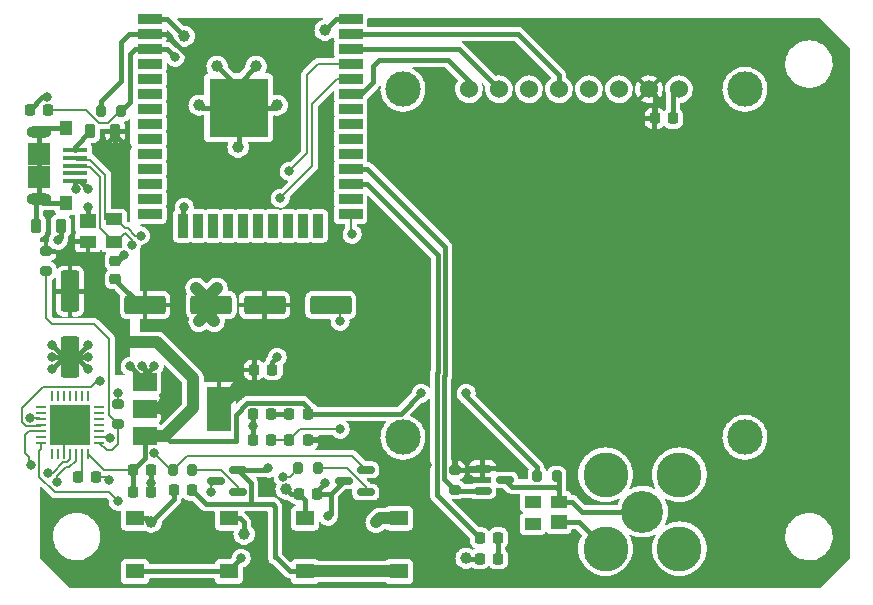
<source format=gbr>
%TF.GenerationSoftware,KiCad,Pcbnew,(5.99.0-10363-ga7f956581c)*%
%TF.CreationDate,2021-04-24T20:18:21-04:00*%
%TF.ProjectId,NTP_PPS_Board,4e54505f-5050-4535-9f42-6f6172642e6b,rev?*%
%TF.SameCoordinates,Original*%
%TF.FileFunction,Copper,L1,Top*%
%TF.FilePolarity,Positive*%
%FSLAX46Y46*%
G04 Gerber Fmt 4.6, Leading zero omitted, Abs format (unit mm)*
G04 Created by KiCad (PCBNEW (5.99.0-10363-ga7f956581c)) date 2021-04-24 20:18:21*
%MOMM*%
%LPD*%
G01*
G04 APERTURE LIST*
G04 Aperture macros list*
%AMRoundRect*
0 Rectangle with rounded corners*
0 $1 Rounding radius*
0 $2 $3 $4 $5 $6 $7 $8 $9 X,Y pos of 4 corners*
0 Add a 4 corners polygon primitive as box body*
4,1,4,$2,$3,$4,$5,$6,$7,$8,$9,$2,$3,0*
0 Add four circle primitives for the rounded corners*
1,1,$1+$1,$2,$3*
1,1,$1+$1,$4,$5*
1,1,$1+$1,$6,$7*
1,1,$1+$1,$8,$9*
0 Add four rect primitives between the rounded corners*
20,1,$1+$1,$2,$3,$4,$5,0*
20,1,$1+$1,$4,$5,$6,$7,0*
20,1,$1+$1,$6,$7,$8,$9,0*
20,1,$1+$1,$8,$9,$2,$3,0*%
G04 Aperture macros list end*
%TA.AperFunction,SMDPad,CuDef*%
%ADD10RoundRect,0.200000X-0.200000X-0.275000X0.200000X-0.275000X0.200000X0.275000X-0.200000X0.275000X0*%
%TD*%
%TA.AperFunction,SMDPad,CuDef*%
%ADD11RoundRect,0.200000X-0.275000X0.200000X-0.275000X-0.200000X0.275000X-0.200000X0.275000X0.200000X0*%
%TD*%
%TA.AperFunction,SMDPad,CuDef*%
%ADD12R,1.400000X1.200000*%
%TD*%
%TA.AperFunction,SMDPad,CuDef*%
%ADD13R,1.400000X1.000000*%
%TD*%
%TA.AperFunction,SMDPad,CuDef*%
%ADD14R,2.000000X0.900000*%
%TD*%
%TA.AperFunction,SMDPad,CuDef*%
%ADD15R,0.900000X2.000000*%
%TD*%
%TA.AperFunction,SMDPad,CuDef*%
%ADD16R,5.000000X5.000000*%
%TD*%
%TA.AperFunction,SMDPad,CuDef*%
%ADD17RoundRect,0.218750X-0.218750X-0.256250X0.218750X-0.256250X0.218750X0.256250X-0.218750X0.256250X0*%
%TD*%
%TA.AperFunction,SMDPad,CuDef*%
%ADD18RoundRect,0.150000X0.587500X0.150000X-0.587500X0.150000X-0.587500X-0.150000X0.587500X-0.150000X0*%
%TD*%
%TA.AperFunction,SMDPad,CuDef*%
%ADD19RoundRect,0.218750X0.218750X0.381250X-0.218750X0.381250X-0.218750X-0.381250X0.218750X-0.381250X0*%
%TD*%
%TA.AperFunction,SMDPad,CuDef*%
%ADD20R,1.550000X1.300000*%
%TD*%
%TA.AperFunction,SMDPad,CuDef*%
%ADD21RoundRect,0.200000X0.275000X-0.200000X0.275000X0.200000X-0.275000X0.200000X-0.275000X-0.200000X0*%
%TD*%
%TA.AperFunction,SMDPad,CuDef*%
%ADD22RoundRect,0.250000X-0.550000X1.500000X-0.550000X-1.500000X0.550000X-1.500000X0.550000X1.500000X0*%
%TD*%
%TA.AperFunction,SMDPad,CuDef*%
%ADD23R,2.000000X1.500000*%
%TD*%
%TA.AperFunction,SMDPad,CuDef*%
%ADD24R,2.000000X3.800000*%
%TD*%
%TA.AperFunction,SMDPad,CuDef*%
%ADD25RoundRect,0.225000X0.225000X0.250000X-0.225000X0.250000X-0.225000X-0.250000X0.225000X-0.250000X0*%
%TD*%
%TA.AperFunction,SMDPad,CuDef*%
%ADD26RoundRect,0.225000X-0.225000X-0.250000X0.225000X-0.250000X0.225000X0.250000X-0.225000X0.250000X0*%
%TD*%
%TA.AperFunction,SMDPad,CuDef*%
%ADD27RoundRect,0.062500X0.062500X-0.337500X0.062500X0.337500X-0.062500X0.337500X-0.062500X-0.337500X0*%
%TD*%
%TA.AperFunction,SMDPad,CuDef*%
%ADD28RoundRect,0.062500X0.337500X-0.062500X0.337500X0.062500X-0.337500X0.062500X-0.337500X-0.062500X0*%
%TD*%
%TA.AperFunction,SMDPad,CuDef*%
%ADD29R,3.350000X3.350000*%
%TD*%
%TA.AperFunction,SMDPad,CuDef*%
%ADD30RoundRect,0.150000X-0.587500X-0.150000X0.587500X-0.150000X0.587500X0.150000X-0.587500X0.150000X0*%
%TD*%
%TA.AperFunction,SMDPad,CuDef*%
%ADD31RoundRect,0.250000X-1.500000X-0.550000X1.500000X-0.550000X1.500000X0.550000X-1.500000X0.550000X0*%
%TD*%
%TA.AperFunction,SMDPad,CuDef*%
%ADD32RoundRect,0.225000X0.250000X-0.225000X0.250000X0.225000X-0.250000X0.225000X-0.250000X-0.225000X0*%
%TD*%
%TA.AperFunction,WasherPad*%
%ADD33C,3.000000*%
%TD*%
%TA.AperFunction,ComponentPad*%
%ADD34C,1.524000*%
%TD*%
%TA.AperFunction,SMDPad,CuDef*%
%ADD35R,2.100000X0.400000*%
%TD*%
%TA.AperFunction,SMDPad,CuDef*%
%ADD36R,1.900000X1.900000*%
%TD*%
%TA.AperFunction,ComponentPad*%
%ADD37RoundRect,0.475000X-0.600000X0.000000X-0.600000X0.000000X0.600000X0.000000X0.600000X0.000000X0*%
%TD*%
%TA.AperFunction,SMDPad,CuDef*%
%ADD38R,1.000000X1.200000*%
%TD*%
%TA.AperFunction,SMDPad,CuDef*%
%ADD39RoundRect,0.200000X0.200000X0.275000X-0.200000X0.275000X-0.200000X-0.275000X0.200000X-0.275000X0*%
%TD*%
%TA.AperFunction,SMDPad,CuDef*%
%ADD40RoundRect,0.218750X0.218750X0.256250X-0.218750X0.256250X-0.218750X-0.256250X0.218750X-0.256250X0*%
%TD*%
%TA.AperFunction,ComponentPad*%
%ADD41C,3.556000*%
%TD*%
%TA.AperFunction,ComponentPad*%
%ADD42C,3.810000*%
%TD*%
%TA.AperFunction,ViaPad*%
%ADD43C,0.800000*%
%TD*%
%TA.AperFunction,ViaPad*%
%ADD44C,1.000000*%
%TD*%
%TA.AperFunction,Conductor*%
%ADD45C,1.000000*%
%TD*%
%TA.AperFunction,Conductor*%
%ADD46C,0.400000*%
%TD*%
%TA.AperFunction,Conductor*%
%ADD47C,0.200000*%
%TD*%
%TA.AperFunction,Conductor*%
%ADD48C,0.800000*%
%TD*%
G04 APERTURE END LIST*
D10*
%TO.P,R1,1*%
%TO.N,+3V3*%
X94075000Y-79000000D03*
%TO.P,R1,2*%
%TO.N,/EN*%
X95725000Y-79000000D03*
%TD*%
D11*
%TO.P,R9,2*%
%TO.N,Net-(R10-Pad1)*%
X95504000Y-105473000D03*
%TO.P,R9,1*%
%TO.N,GND*%
X95504000Y-103823000D03*
%TD*%
D12*
%TO.P,D2,1,A*%
%TO.N,GND*%
X132800000Y-113770000D03*
D13*
%TO.P,D2,2,K*%
%TO.N,Net-(D2-Pad2)*%
X132800000Y-112050000D03*
%TO.P,D2,3,K*%
%TO.N,unconnected-(D2-Pad3)*%
X130600000Y-112050000D03*
%TO.P,D2,4,K*%
%TO.N,unconnected-(D2-Pad4)*%
X130600000Y-113950000D03*
%TD*%
D14*
%TO.P,U1,1,GND*%
%TO.N,GND*%
X98200000Y-71195000D03*
%TO.P,U1,2,VDD*%
%TO.N,+3V3*%
X98200000Y-72465000D03*
%TO.P,U1,3,EN*%
%TO.N,/EN*%
X98200000Y-73735000D03*
%TO.P,U1,4,SENSOR_VP*%
%TO.N,unconnected-(U1-Pad4)*%
X98200000Y-75005000D03*
%TO.P,U1,5,SENSOR_VN*%
%TO.N,unconnected-(U1-Pad5)*%
X98200000Y-76275000D03*
%TO.P,U1,6,IO34*%
%TO.N,unconnected-(U1-Pad6)*%
X98200000Y-77545000D03*
%TO.P,U1,7,IO35*%
%TO.N,unconnected-(U1-Pad7)*%
X98200000Y-78815000D03*
%TO.P,U1,8,IO32*%
%TO.N,unconnected-(U1-Pad8)*%
X98200000Y-80085000D03*
%TO.P,U1,9,IO33*%
%TO.N,unconnected-(U1-Pad9)*%
X98200000Y-81355000D03*
%TO.P,U1,10,IO25*%
%TO.N,unconnected-(U1-Pad10)*%
X98200000Y-82625000D03*
%TO.P,U1,11,IO26*%
%TO.N,unconnected-(U1-Pad11)*%
X98200000Y-83895000D03*
%TO.P,U1,12,IO27*%
%TO.N,unconnected-(U1-Pad12)*%
X98200000Y-85165000D03*
%TO.P,U1,13,IO14*%
%TO.N,unconnected-(U1-Pad13)*%
X98200000Y-86435000D03*
%TO.P,U1,14,IO12*%
%TO.N,unconnected-(U1-Pad14)*%
X98200000Y-87705000D03*
D15*
%TO.P,U1,15,GND*%
%TO.N,GND*%
X100985000Y-88705000D03*
%TO.P,U1,16,IO13*%
%TO.N,unconnected-(U1-Pad16)*%
X102255000Y-88705000D03*
%TO.P,U1,17,SHD/SD2*%
%TO.N,unconnected-(U1-Pad17)*%
X103525000Y-88705000D03*
%TO.P,U1,18,SWP/SD3*%
%TO.N,unconnected-(U1-Pad18)*%
X104795000Y-88705000D03*
%TO.P,U1,19,SCS/CMD*%
%TO.N,unconnected-(U1-Pad19)*%
X106065000Y-88705000D03*
%TO.P,U1,20,SCK/CLK*%
%TO.N,unconnected-(U1-Pad20)*%
X107335000Y-88705000D03*
%TO.P,U1,21,SDO/SD0*%
%TO.N,unconnected-(U1-Pad21)*%
X108605000Y-88705000D03*
%TO.P,U1,22,SDI/SD1*%
%TO.N,unconnected-(U1-Pad22)*%
X109875000Y-88705000D03*
%TO.P,U1,23,IO15*%
%TO.N,unconnected-(U1-Pad23)*%
X111145000Y-88705000D03*
%TO.P,U1,24,IO2*%
%TO.N,unconnected-(U1-Pad24)*%
X112415000Y-88705000D03*
D14*
%TO.P,U1,25,IO0*%
%TO.N,/IO0*%
X115200000Y-87705000D03*
%TO.P,U1,26,IO4*%
%TO.N,unconnected-(U1-Pad26)*%
X115200000Y-86435000D03*
%TO.P,U1,27,IO16*%
%TO.N,Net-(D1-Pad2)*%
X115200000Y-85165000D03*
%TO.P,U1,28,IO17*%
%TO.N,/PPS_OUT_3P3*%
X115200000Y-83895000D03*
%TO.P,U1,29,IO5*%
%TO.N,unconnected-(U1-Pad29)*%
X115200000Y-82625000D03*
%TO.P,U1,30,IO18*%
%TO.N,unconnected-(U1-Pad30)*%
X115200000Y-81355000D03*
%TO.P,U1,31,IO19*%
%TO.N,unconnected-(U1-Pad31)*%
X115200000Y-80085000D03*
%TO.P,U1,32,NC*%
%TO.N,unconnected-(U1-Pad32)*%
X115200000Y-78815000D03*
%TO.P,U1,33,IO21*%
%TO.N,/SDA*%
X115200000Y-77545000D03*
%TO.P,U1,34,RXD0/IO3*%
%TO.N,Net-(U1-Pad34)*%
X115200000Y-76275000D03*
%TO.P,U1,35,TXD0/IO1*%
%TO.N,Net-(U1-Pad35)*%
X115200000Y-75005000D03*
%TO.P,U1,36,IO22*%
%TO.N,/SCL*%
X115200000Y-73735000D03*
%TO.P,U1,37,IO23*%
%TO.N,/OLED_RST*%
X115200000Y-72465000D03*
%TO.P,U1,38,GND*%
%TO.N,GND*%
X115200000Y-71195000D03*
D16*
%TO.P,U1,39,GND*%
X105700000Y-78695000D03*
%TD*%
D17*
%TO.P,D4,1,K*%
%TO.N,Net-(D4-Pad1)*%
X110012500Y-104600000D03*
%TO.P,D4,2,A*%
%TO.N,VBUS*%
X111587500Y-104600000D03*
%TD*%
D18*
%TO.P,Q3,1,B*%
%TO.N,Net-(Q3-Pad1)*%
X116475000Y-111250000D03*
%TO.P,Q3,2,E*%
%TO.N,/RTS*%
X116475000Y-109350000D03*
%TO.P,Q3,3,C*%
%TO.N,/EN*%
X114600000Y-110300000D03*
%TD*%
D19*
%TO.P,FB2,1*%
%TO.N,GND*%
X90662500Y-88700000D03*
%TO.P,FB2,2*%
%TO.N,Net-(FB2-Pad2)*%
X88537500Y-88700000D03*
%TD*%
D20*
%TO.P,SW1,1,A*%
%TO.N,GND*%
X104875000Y-113450000D03*
X96925000Y-113450000D03*
%TO.P,SW1,2,B*%
%TO.N,/EN*%
X104875000Y-117950000D03*
X96925000Y-117950000D03*
%TD*%
%TO.P,SW2,1,A*%
%TO.N,GND*%
X119291000Y-113450000D03*
X111341000Y-113450000D03*
%TO.P,SW2,2,B*%
%TO.N,/IO0*%
X119291000Y-117950000D03*
X111341000Y-117950000D03*
%TD*%
D21*
%TO.P,R3,1*%
%TO.N,/PPS_OUT_3P3*%
X124000000Y-111025000D03*
%TO.P,R3,2*%
%TO.N,+3V3*%
X124000000Y-109375000D03*
%TD*%
D22*
%TO.P,C8,1*%
%TO.N,VBUS*%
X91440000Y-94228000D03*
%TO.P,C8,2*%
%TO.N,GND*%
X91440000Y-99828000D03*
%TD*%
D10*
%TO.P,R5,1*%
%TO.N,/RTS*%
X100150000Y-109400000D03*
%TO.P,R5,2*%
%TO.N,Net-(Q2-Pad1)*%
X101800000Y-109400000D03*
%TD*%
D23*
%TO.P,U3,1,GND*%
%TO.N,GND*%
X97750000Y-101900000D03*
%TO.P,U3,2,VO*%
%TO.N,+3V3*%
X97750000Y-104200000D03*
D24*
X104050000Y-104200000D03*
D23*
%TO.P,U3,3,VI*%
%TO.N,VBUS*%
X97750000Y-106500000D03*
%TD*%
D25*
%TO.P,R2,1*%
%TO.N,Net-(D1-Pad1)*%
X127675000Y-116900000D03*
%TO.P,R2,2*%
%TO.N,GND*%
X126125000Y-116900000D03*
%TD*%
D26*
%TO.P,C3,1*%
%TO.N,GND*%
X100225000Y-111100000D03*
%TO.P,C3,2*%
%TO.N,/IO0*%
X101775000Y-111100000D03*
%TD*%
D27*
%TO.P,U2,1,~DCD*%
%TO.N,unconnected-(U2-Pad1)*%
X89940000Y-108010000D03*
%TO.P,U2,2,~RI~/CLK*%
%TO.N,unconnected-(U2-Pad2)*%
X90440000Y-108010000D03*
%TO.P,U2,3,GND*%
%TO.N,GND*%
X90940000Y-108010000D03*
%TO.P,U2,4,D+*%
%TO.N,/USB+*%
X91440000Y-108010000D03*
%TO.P,U2,5,D-*%
%TO.N,/USB-*%
X91940000Y-108010000D03*
%TO.P,U2,6,VDD*%
%TO.N,Net-(R8-Pad1)*%
X92440000Y-108010000D03*
%TO.P,U2,7,REGIN*%
%TO.N,VBUS*%
X92940000Y-108010000D03*
D28*
%TO.P,U2,8,VBUS*%
%TO.N,Net-(R10-Pad1)*%
X93890000Y-107060000D03*
%TO.P,U2,9,~RSTb*%
%TO.N,Net-(R8-Pad2)*%
X93890000Y-106560000D03*
%TO.P,U2,10,NC*%
%TO.N,unconnected-(U2-Pad10)*%
X93890000Y-106060000D03*
%TO.P,U2,11,~SUSPENDb*%
%TO.N,unconnected-(U2-Pad11)*%
X93890000Y-105560000D03*
%TO.P,U2,12,SUSPEND*%
%TO.N,unconnected-(U2-Pad12)*%
X93890000Y-105060000D03*
%TO.P,U2,13*%
%TO.N,N/C*%
X93890000Y-104560000D03*
%TO.P,U2,14*%
X93890000Y-104060000D03*
D27*
%TO.P,U2,15*%
X92940000Y-103110000D03*
%TO.P,U2,16*%
X92440000Y-103110000D03*
%TO.P,U2,17*%
X91940000Y-103110000D03*
%TO.P,U2,18*%
X91440000Y-103110000D03*
%TO.P,U2,19*%
X90940000Y-103110000D03*
%TO.P,U2,20*%
X90440000Y-103110000D03*
%TO.P,U2,21*%
X89940000Y-103110000D03*
D28*
%TO.P,U2,22*%
X88990000Y-104060000D03*
%TO.P,U2,23,~CTS*%
%TO.N,unconnected-(U2-Pad23)*%
X88990000Y-104560000D03*
%TO.P,U2,24,~RTS*%
%TO.N,/RTS*%
X88990000Y-105060000D03*
%TO.P,U2,25,RXD*%
%TO.N,Net-(U1-Pad35)*%
X88990000Y-105560000D03*
%TO.P,U2,26,TXD*%
%TO.N,Net-(U1-Pad34)*%
X88990000Y-106060000D03*
%TO.P,U2,27,~DSR*%
%TO.N,unconnected-(U2-Pad27)*%
X88990000Y-106560000D03*
%TO.P,U2,28,~DTR*%
%TO.N,/DTR*%
X88990000Y-107060000D03*
D29*
%TO.P,U2,29,GND*%
%TO.N,GND*%
X91440000Y-105560000D03*
%TD*%
D18*
%TO.P,Q2,1,B*%
%TO.N,Net-(Q2-Pad1)*%
X105637500Y-111250000D03*
%TO.P,Q2,2,E*%
%TO.N,/IO0*%
X105637500Y-109350000D03*
%TO.P,Q2,3,C*%
%TO.N,/DTR*%
X103762500Y-110300000D03*
%TD*%
D19*
%TO.P,FB1,1*%
%TO.N,VBUS*%
X95262500Y-80700000D03*
%TO.P,FB1,2*%
%TO.N,Net-(FB1-Pad2)*%
X93137500Y-80700000D03*
%TD*%
D26*
%TO.P,R8,1*%
%TO.N,Net-(R8-Pad1)*%
X92115000Y-109960000D03*
%TO.P,R8,2*%
%TO.N,Net-(R8-Pad2)*%
X93665000Y-109960000D03*
%TD*%
D25*
%TO.P,C9,1*%
%TO.N,GND*%
X98311000Y-111252000D03*
%TO.P,C9,2*%
%TO.N,VBUS*%
X96761000Y-111252000D03*
%TD*%
D26*
%TO.P,C11,1*%
%TO.N,+3V3*%
X140925000Y-79600000D03*
%TO.P,C11,2*%
%TO.N,GND*%
X142475000Y-79600000D03*
%TD*%
%TO.P,C1,2*%
%TO.N,/EN*%
X89575000Y-78900000D03*
%TO.P,C1,1*%
%TO.N,GND*%
X88025000Y-78900000D03*
%TD*%
D30*
%TO.P,Q1,1,G*%
%TO.N,+3V3*%
X126362500Y-109250000D03*
%TO.P,Q1,2,S*%
%TO.N,/PPS_OUT_3P3*%
X126362500Y-111150000D03*
%TO.P,Q1,3,D*%
%TO.N,Net-(D2-Pad2)*%
X128237500Y-110200000D03*
%TD*%
D25*
%TO.P,R11,1*%
%TO.N,Net-(D4-Pad1)*%
X108475000Y-104600000D03*
%TO.P,R11,2*%
%TO.N,GND*%
X106925000Y-104600000D03*
%TD*%
D26*
%TO.P,C10,1*%
%TO.N,VBUS*%
X96725000Y-109400000D03*
%TO.P,C10,2*%
%TO.N,GND*%
X98275000Y-109400000D03*
%TD*%
D31*
%TO.P,C5,1*%
%TO.N,+3V3*%
X97784000Y-95400000D03*
%TO.P,C5,2*%
%TO.N,GND*%
X103384000Y-95400000D03*
%TD*%
D32*
%TO.P,C4,2*%
%TO.N,GND*%
X95250000Y-91681000D03*
%TO.P,C4,1*%
%TO.N,+3V3*%
X95250000Y-93231000D03*
%TD*%
D33*
%TO.P,U4,*%
%TO.N,*%
X119622000Y-77131500D03*
X148578000Y-77131500D03*
X148578000Y-106595500D03*
X119622000Y-106595500D03*
D34*
%TO.P,U4,1,Data*%
%TO.N,/SDA*%
X125210000Y-77131500D03*
%TO.P,U4,2,CLK*%
%TO.N,/SCL*%
X127750000Y-77131500D03*
%TO.P,U4,3,A0/DC*%
%TO.N,unconnected-(U4-Pad3)*%
X130290000Y-77131500D03*
%TO.P,U4,4,RST*%
%TO.N,/OLED_RST*%
X132830000Y-77131500D03*
%TO.P,U4,5,CS*%
%TO.N,unconnected-(U4-Pad5)*%
X135370000Y-77131500D03*
%TO.P,U4,6,3Vo*%
%TO.N,unconnected-(U4-Pad6)*%
X137910000Y-77131500D03*
%TO.P,U4,7,Vin*%
%TO.N,+3V3*%
X140450000Y-77131500D03*
%TO.P,U4,8,GND*%
%TO.N,GND*%
X142990000Y-77131500D03*
%TD*%
D10*
%TO.P,R4,1*%
%TO.N,/DTR*%
X110750000Y-109200000D03*
%TO.P,R4,2*%
%TO.N,Net-(Q3-Pad1)*%
X112400000Y-109200000D03*
%TD*%
D26*
%TO.P,C7,1*%
%TO.N,+3V3*%
X107025000Y-100900000D03*
%TO.P,C7,2*%
%TO.N,GND*%
X108575000Y-100900000D03*
%TD*%
D35*
%TO.P,J1,1,VBUS*%
%TO.N,Net-(FB1-Pad2)*%
X91850000Y-82300000D03*
%TO.P,J1,2,D-*%
%TO.N,/USB-*%
X91850000Y-82950000D03*
%TO.P,J1,3,D+*%
%TO.N,/USB+*%
X91850000Y-83600000D03*
%TO.P,J1,4,ID*%
%TO.N,unconnected-(J1-Pad4)*%
X91850000Y-84250000D03*
%TO.P,J1,5,GND*%
%TO.N,GND*%
X91850000Y-84900000D03*
D36*
%TO.P,J1,6,Shield*%
%TO.N,Net-(FB2-Pad2)*%
X88800000Y-84600000D03*
D37*
X88800000Y-86425000D03*
D38*
X91050000Y-80400000D03*
X91050000Y-86800000D03*
D36*
X88800000Y-82600000D03*
D37*
X88800000Y-80775000D03*
%TD*%
D17*
%TO.P,D3,1,K*%
%TO.N,Net-(C6-Pad2)*%
X110012500Y-106800000D03*
%TO.P,D3,2,A*%
%TO.N,+3V3*%
X111587500Y-106800000D03*
%TD*%
D25*
%TO.P,R7,1*%
%TO.N,Net-(C6-Pad2)*%
X108475000Y-106800000D03*
%TO.P,R7,2*%
%TO.N,GND*%
X106925000Y-106800000D03*
%TD*%
D39*
%TO.P,R6,1*%
%TO.N,Net-(D2-Pad2)*%
X132625000Y-109900000D03*
%TO.P,R6,2*%
%TO.N,VBUS*%
X130975000Y-109900000D03*
%TD*%
D31*
%TO.P,C6,1*%
%TO.N,+3V3*%
X107900000Y-95400000D03*
%TO.P,C6,2*%
%TO.N,Net-(C6-Pad2)*%
X113500000Y-95400000D03*
%TD*%
D21*
%TO.P,R10,1*%
%TO.N,Net-(R10-Pad1)*%
X89408000Y-92519000D03*
%TO.P,R10,2*%
%TO.N,VBUS*%
X89408000Y-90869000D03*
%TD*%
D40*
%TO.P,D1,1,K*%
%TO.N,Net-(D1-Pad1)*%
X127687500Y-115100000D03*
%TO.P,D1,2,A*%
%TO.N,Net-(D1-Pad2)*%
X126112500Y-115100000D03*
%TD*%
D26*
%TO.P,C2,2*%
%TO.N,/EN*%
X112375000Y-111400000D03*
%TO.P,C2,1*%
%TO.N,GND*%
X110825000Y-111400000D03*
%TD*%
D12*
%TO.P,D5,1,A*%
%TO.N,GND*%
X92950000Y-88330000D03*
D13*
%TO.P,D5,2,K*%
%TO.N,VBUS*%
X92950000Y-90050000D03*
%TO.P,D5,3,K*%
%TO.N,/USB+*%
X95150000Y-90050000D03*
%TO.P,D5,4,K*%
%TO.N,/USB-*%
X95150000Y-88150000D03*
%TD*%
D41*
%TO.P,Je1,1,In*%
%TO.N,Net-(D2-Pad2)*%
X139900000Y-112900000D03*
D42*
%TO.P,Je1,2,Ext*%
%TO.N,GND*%
X136770000Y-116030000D03*
X143030000Y-116030000D03*
X143030000Y-109770000D03*
X136770000Y-109770000D03*
%TD*%
D43*
%TO.N,GND*%
X96012000Y-91186000D03*
%TO.N,+3V3*%
X113030000Y-106934000D03*
X113030000Y-103378000D03*
%TO.N,VBUS*%
X96266000Y-82042000D03*
X94234000Y-82042000D03*
X93642489Y-91948000D03*
X91948000Y-91440000D03*
X92964000Y-91440000D03*
X95250000Y-82296000D03*
%TO.N,GND*%
X92964000Y-85598000D03*
X92964000Y-87122000D03*
%TO.N,+3V3*%
X99314000Y-103632000D03*
X105410000Y-102362000D03*
X105664000Y-103124000D03*
X99314000Y-104394000D03*
%TO.N,/DTR*%
X109461331Y-109931326D03*
X103378000Y-111252000D03*
X95504000Y-112014000D03*
%TO.N,Net-(U1-Pad34)*%
X88138000Y-108966000D03*
X109220000Y-86360000D03*
%TO.N,Net-(U1-Pad35)*%
X109982000Y-84074000D03*
X93980000Y-101854000D03*
%TO.N,GND*%
X95504000Y-102870000D03*
%TO.N,/RTS*%
X88063982Y-104935664D03*
X98552000Y-107950000D03*
%TO.N,Net-(R8-Pad2)*%
X94796387Y-106650992D03*
X94742000Y-110236000D03*
%TO.N,/USB-*%
X90287232Y-110353232D03*
%TO.N,/USB+*%
X89544768Y-109610768D03*
%TO.N,/USB-*%
X90287232Y-110353232D03*
%TO.N,/USB+*%
X89544768Y-109610768D03*
%TO.N,GND*%
X98298000Y-110490000D03*
%TO.N,/USB-*%
X97399232Y-89544768D03*
%TO.N,/USB+*%
X96656768Y-90287232D03*
%TO.N,GND*%
X89454607Y-77825500D03*
X90424000Y-89916000D03*
X91948000Y-85598000D03*
X101092000Y-87122000D03*
%TO.N,/EN*%
X100330000Y-74422000D03*
X113030000Y-110490000D03*
%TO.N,/IO0*%
X115316000Y-89408000D03*
X108204000Y-109220000D03*
%TO.N,Net-(C6-Pad2)*%
X114300000Y-96774000D03*
X114300000Y-105918000D03*
%TO.N,+3V3*%
X121666000Y-108966000D03*
X124206000Y-107188000D03*
%TO.N,VBUS*%
X121158000Y-102870000D03*
X124968000Y-102870000D03*
%TO.N,GND*%
X108966000Y-99822000D03*
X102362000Y-96774000D03*
X103632000Y-96774000D03*
X103886000Y-93980000D03*
X102108000Y-93980000D03*
X91440000Y-105664000D03*
X92964000Y-100838000D03*
X92964000Y-98806000D03*
X89916000Y-100838000D03*
X89916000Y-98806000D03*
X89916000Y-99822000D03*
X92964000Y-99822000D03*
X96520000Y-100584000D03*
X98552000Y-100584000D03*
X97536000Y-100584000D03*
X106934000Y-105664000D03*
%TO.N,/EN*%
X113284000Y-113284000D03*
X105918000Y-116840000D03*
D44*
%TO.N,GND*%
X105664000Y-82042000D03*
X124968000Y-116840000D03*
X102362000Y-78486000D03*
X103886000Y-75184000D03*
X101092000Y-72644000D03*
X109728000Y-110998000D03*
X108966000Y-78486000D03*
X113030000Y-72136000D03*
X106172000Y-114808000D03*
X98298000Y-113792000D03*
X117348000Y-113792000D03*
X107188000Y-75184000D03*
%TD*%
D45*
%TO.N,GND*%
X103384000Y-95256000D02*
X102108000Y-93980000D01*
X103384000Y-95400000D02*
X103384000Y-95256000D01*
X103384000Y-94482000D02*
X103886000Y-93980000D01*
X103384000Y-95400000D02*
X103384000Y-94482000D01*
X103384000Y-96526000D02*
X103632000Y-96774000D01*
X103384000Y-95400000D02*
X103384000Y-96526000D01*
X103384000Y-95400000D02*
X103384000Y-95752000D01*
D46*
%TO.N,+3V3*%
X95250000Y-93250000D02*
X97400000Y-95400000D01*
X97400000Y-95400000D02*
X97784000Y-95400000D01*
X95250000Y-93231000D02*
X95250000Y-93250000D01*
D45*
%TO.N,GND*%
X103384000Y-95752000D02*
X102362000Y-96774000D01*
D46*
X95517000Y-91681000D02*
X95250000Y-91681000D01*
X96012000Y-91186000D02*
X95517000Y-91681000D01*
%TO.N,+3V3*%
X112896000Y-106800000D02*
X113030000Y-106934000D01*
X111587500Y-106800000D02*
X112896000Y-106800000D01*
D47*
%TO.N,Net-(C6-Pad2)*%
X110894500Y-105918000D02*
X110012500Y-106800000D01*
X114300000Y-105918000D02*
X110894500Y-105918000D01*
D46*
%TO.N,GND*%
X111341000Y-111916000D02*
X110825000Y-111400000D01*
X111341000Y-113450000D02*
X111341000Y-111916000D01*
D45*
%TO.N,/IO0*%
X119291000Y-117950000D02*
X111341000Y-117950000D01*
%TO.N,GND*%
X117690000Y-113450000D02*
X117348000Y-113792000D01*
X119291000Y-113450000D02*
X117690000Y-113450000D01*
D46*
%TO.N,VBUS*%
X95262500Y-80700000D02*
X95262500Y-82283500D01*
X95262500Y-82283500D02*
X95250000Y-82296000D01*
X95262500Y-81038500D02*
X96266000Y-82042000D01*
X95262500Y-80700000D02*
X95262500Y-81038500D01*
X95262500Y-81013500D02*
X94234000Y-82042000D01*
X95262500Y-80700000D02*
X95262500Y-81013500D01*
D45*
X93134489Y-91440000D02*
X93642489Y-91948000D01*
X92964000Y-91440000D02*
X93134489Y-91440000D01*
D46*
%TO.N,GND*%
X92266000Y-84900000D02*
X92964000Y-85598000D01*
X91850000Y-84900000D02*
X92266000Y-84900000D01*
X92950000Y-87136000D02*
X92964000Y-87122000D01*
X92950000Y-88330000D02*
X92950000Y-87136000D01*
D47*
%TO.N,Net-(R10-Pad1)*%
X89916000Y-97028000D02*
X89408000Y-96520000D01*
X93472000Y-97028000D02*
X89916000Y-97028000D01*
X94729480Y-98285480D02*
X93472000Y-97028000D01*
X94729480Y-104698480D02*
X94729480Y-98285480D01*
X95504000Y-105473000D02*
X94729480Y-104698480D01*
X89408000Y-96520000D02*
X89408000Y-92519000D01*
%TO.N,Net-(U1-Pad35)*%
X87728216Y-105635175D02*
X88914825Y-105635175D01*
X87364471Y-105271430D02*
X87728216Y-105635175D01*
X87364471Y-104151529D02*
X87364471Y-105271430D01*
X89154000Y-102362000D02*
X87364471Y-104151529D01*
X93218000Y-102362000D02*
X89154000Y-102362000D01*
X88914825Y-105635175D02*
X88990000Y-105560000D01*
X93726000Y-101854000D02*
X93218000Y-102362000D01*
X93980000Y-101854000D02*
X93726000Y-101854000D01*
D48*
%TO.N,+3V3*%
X105410000Y-102840000D02*
X104050000Y-104200000D01*
X105410000Y-102362000D02*
X105410000Y-102840000D01*
X97750000Y-104200000D02*
X98746000Y-104200000D01*
X98746000Y-104200000D02*
X99314000Y-103632000D01*
X105664000Y-103124000D02*
X105126000Y-103124000D01*
X99120000Y-104200000D02*
X99314000Y-104394000D01*
X105126000Y-103124000D02*
X104050000Y-104200000D01*
X97750000Y-104200000D02*
X99120000Y-104200000D01*
D45*
%TO.N,VBUS*%
X98806000Y-98552000D02*
X95758000Y-98552000D01*
X101854000Y-101600000D02*
X98806000Y-98552000D01*
X101854000Y-104140000D02*
X101854000Y-101600000D01*
X99494000Y-106500000D02*
X101854000Y-104140000D01*
D47*
%TO.N,/DTR*%
X110018674Y-109931326D02*
X110750000Y-109200000D01*
X109461331Y-109931326D02*
X110018674Y-109931326D01*
%TO.N,Net-(Q2-Pad1)*%
X105637500Y-110794710D02*
X104242790Y-109400000D01*
X105637500Y-111250000D02*
X105637500Y-110794710D01*
X104242790Y-109400000D02*
X101800000Y-109400000D01*
%TO.N,/DTR*%
X103378000Y-110684500D02*
X103762500Y-110300000D01*
X103378000Y-111252000D02*
X103378000Y-110684500D01*
X90170000Y-111252000D02*
X94742000Y-111252000D01*
X88845257Y-107750743D02*
X88845257Y-109927257D01*
X88845257Y-109927257D02*
X90170000Y-111252000D01*
X88990000Y-107606000D02*
X88845257Y-107750743D01*
X94742000Y-111252000D02*
X95504000Y-112014000D01*
X88990000Y-107060000D02*
X88990000Y-107606000D01*
%TO.N,Net-(U1-Pad34)*%
X87996000Y-106060000D02*
X88990000Y-106060000D01*
X87630000Y-107950000D02*
X87630000Y-106426000D01*
X87918998Y-108238998D02*
X87630000Y-107950000D01*
X87918998Y-108746998D02*
X87918998Y-108238998D01*
X87630000Y-106426000D02*
X87996000Y-106060000D01*
X88138000Y-108966000D02*
X87918998Y-108746998D01*
X111905520Y-83674480D02*
X109220000Y-86360000D01*
X114000000Y-76275000D02*
X111905520Y-78369480D01*
X111905520Y-78369480D02*
X111905520Y-83674480D01*
X115200000Y-76275000D02*
X114000000Y-76275000D01*
%TO.N,Net-(U1-Pad35)*%
X112447000Y-75005000D02*
X115200000Y-75005000D01*
X111506000Y-75946000D02*
X112447000Y-75005000D01*
X111506000Y-82550000D02*
X111506000Y-75946000D01*
X109982000Y-84074000D02*
X111506000Y-82550000D01*
%TO.N,GND*%
X95504000Y-103823000D02*
X95504000Y-102870000D01*
%TO.N,Net-(R10-Pad1)*%
X94996000Y-107696000D02*
X94526000Y-107696000D01*
X95504000Y-107188000D02*
X94996000Y-107696000D01*
X94526000Y-107696000D02*
X93890000Y-107060000D01*
X95504000Y-105473000D02*
X95504000Y-107188000D01*
%TO.N,/RTS*%
X88112838Y-104984520D02*
X88914520Y-104984520D01*
X88063982Y-104935664D02*
X88112838Y-104984520D01*
X98806000Y-108204000D02*
X98552000Y-107950000D01*
X100150000Y-109400000D02*
X100002000Y-109400000D01*
X100002000Y-109400000D02*
X98806000Y-108204000D01*
%TO.N,Net-(R8-Pad2)*%
X94705395Y-106560000D02*
X93890000Y-106560000D01*
X94796387Y-106650992D02*
X94705395Y-106560000D01*
X94466000Y-109960000D02*
X94742000Y-110236000D01*
X93665000Y-109960000D02*
X94466000Y-109960000D01*
%TO.N,GND*%
X90940000Y-106164000D02*
X91440000Y-105664000D01*
X90940000Y-108010000D02*
X90940000Y-106164000D01*
%TO.N,/USB-*%
X90287232Y-109978277D02*
X90287232Y-110353232D01*
X90294749Y-109970760D02*
X90287232Y-109978277D01*
X90294749Y-109921450D02*
X90294749Y-109970760D01*
X91056688Y-109159511D02*
X90294749Y-109921450D01*
X91345918Y-109159511D02*
X91056688Y-109159511D01*
X91915001Y-108590428D02*
X91345918Y-109159511D01*
X91915001Y-108034999D02*
X91915001Y-108590428D01*
X91940000Y-108010000D02*
X91915001Y-108034999D01*
%TO.N,/USB+*%
X89919723Y-109610768D02*
X89544768Y-109610768D01*
X89927240Y-109603251D02*
X89919723Y-109610768D01*
X89976550Y-109603251D02*
X89927240Y-109603251D01*
X90870281Y-108709520D02*
X89976550Y-109603251D01*
X91464999Y-108404047D02*
X91159526Y-108709520D01*
X91159526Y-108709520D02*
X90870281Y-108709520D01*
X91464999Y-108034999D02*
X91464999Y-108404047D01*
X91440000Y-108010000D02*
X91464999Y-108034999D01*
D46*
%TO.N,VBUS*%
X96761000Y-109436000D02*
X96725000Y-109400000D01*
X96761000Y-111252000D02*
X96761000Y-109436000D01*
%TO.N,GND*%
X98275000Y-110467000D02*
X98298000Y-110490000D01*
X98275000Y-109400000D02*
X98275000Y-110467000D01*
X98311000Y-110503000D02*
X98298000Y-110490000D01*
X98311000Y-111252000D02*
X98311000Y-110503000D01*
D47*
%TO.N,/USB-*%
X96974967Y-89544768D02*
X97399232Y-89544768D01*
X96305199Y-88875000D02*
X96974967Y-89544768D01*
X96075000Y-88875000D02*
X96305199Y-88875000D01*
X95350000Y-88150000D02*
X96075000Y-88875000D01*
%TO.N,/USB+*%
X96075000Y-89325000D02*
X96118801Y-89325000D01*
%TO.N,/USB-*%
X95150000Y-88150000D02*
X95350000Y-88150000D01*
%TO.N,/USB+*%
X95350000Y-90050000D02*
X96075000Y-89325000D01*
X96118801Y-89325000D02*
X96656768Y-89862967D01*
X95150000Y-90050000D02*
X95350000Y-90050000D01*
X96656768Y-89862967D02*
X96656768Y-90287232D01*
%TO.N,/USB-*%
X94399502Y-88150000D02*
X95150000Y-88150000D01*
X94399502Y-84360382D02*
X94399502Y-88150000D01*
%TO.N,/USB+*%
X93949511Y-84560391D02*
X93949511Y-88849511D01*
X93949511Y-88849511D02*
X95150000Y-90050000D01*
%TO.N,/USB-*%
X92000489Y-83100489D02*
X93139609Y-83100489D01*
%TO.N,/USB+*%
X93139609Y-83750489D02*
X93949511Y-84560391D01*
X91850000Y-83750489D02*
X93139609Y-83750489D01*
X91850000Y-83600000D02*
X91850000Y-83750489D01*
%TO.N,/USB-*%
X93139609Y-83100489D02*
X94399502Y-84360382D01*
X91850000Y-82950000D02*
X92000489Y-83100489D01*
D46*
%TO.N,Net-(FB1-Pad2)*%
X91850000Y-81987500D02*
X93137500Y-80700000D01*
X91850000Y-82300000D02*
X91850000Y-81987500D01*
%TO.N,GND*%
X89099500Y-77825500D02*
X89454607Y-77825500D01*
X88025000Y-78900000D02*
X89099500Y-77825500D01*
%TO.N,Net-(FB2-Pad2)*%
X89175000Y-80400000D02*
X88800000Y-80775000D01*
X91050000Y-80400000D02*
X89175000Y-80400000D01*
X88800000Y-82600000D02*
X88800000Y-80775000D01*
%TO.N,GND*%
X90662500Y-89677500D02*
X90424000Y-89916000D01*
X90662500Y-88700000D02*
X90662500Y-89677500D01*
%TO.N,Net-(FB2-Pad2)*%
X88537500Y-86687500D02*
X88800000Y-86425000D01*
X88537500Y-88700000D02*
X88537500Y-86687500D01*
X88800000Y-84600000D02*
X88800000Y-82600000D01*
X88800000Y-86425000D02*
X88800000Y-84600000D01*
X89175000Y-86800000D02*
X88800000Y-86425000D01*
X91050000Y-86800000D02*
X89175000Y-86800000D01*
%TO.N,GND*%
X91850000Y-85500000D02*
X91948000Y-85598000D01*
X91850000Y-84900000D02*
X91850000Y-85500000D01*
X100985000Y-87229000D02*
X101092000Y-87122000D01*
X100985000Y-88705000D02*
X100985000Y-87229000D01*
%TO.N,+3V3*%
X101284723Y-74168000D02*
X101600000Y-74168000D01*
X99581723Y-72465000D02*
X101284723Y-74168000D01*
X98200000Y-72465000D02*
X99581723Y-72465000D01*
%TO.N,/EN*%
X99643000Y-73735000D02*
X98200000Y-73735000D01*
X100330000Y-74422000D02*
X99643000Y-73735000D01*
X112375000Y-111145000D02*
X113030000Y-110490000D01*
X112375000Y-111400000D02*
X112375000Y-111145000D01*
D47*
%TO.N,/IO0*%
X115200000Y-89292000D02*
X115316000Y-89408000D01*
X115200000Y-87705000D02*
X115200000Y-89292000D01*
D46*
X108074000Y-109350000D02*
X108204000Y-109220000D01*
X105637500Y-109350000D02*
X108074000Y-109350000D01*
D47*
%TO.N,/RTS*%
X116475000Y-109350000D02*
X115329000Y-108204000D01*
X115329000Y-108204000D02*
X101346000Y-108204000D01*
X101346000Y-108204000D02*
X100150000Y-109400000D01*
%TO.N,Net-(C6-Pad2)*%
X114300000Y-96200000D02*
X113500000Y-95400000D01*
X114300000Y-96774000D02*
X114300000Y-96200000D01*
D46*
%TO.N,+3V3*%
X124000000Y-107394000D02*
X124206000Y-107188000D01*
X124000000Y-109375000D02*
X124000000Y-107394000D01*
X126237500Y-109375000D02*
X126362500Y-109250000D01*
X124000000Y-109375000D02*
X126237500Y-109375000D01*
%TO.N,VBUS*%
X119428000Y-104600000D02*
X111587500Y-104600000D01*
X124968000Y-103124000D02*
X124968000Y-102870000D01*
X121158000Y-102870000D02*
X119428000Y-104600000D01*
X130975000Y-109131000D02*
X124968000Y-103124000D01*
X130975000Y-109900000D02*
X130975000Y-109131000D01*
%TO.N,Net-(D1-Pad2)*%
X122525960Y-111513460D02*
X126112500Y-115100000D01*
X122525960Y-101162191D02*
X122525960Y-111513460D01*
X122590480Y-91155480D02*
X122590480Y-101097670D01*
X122590480Y-101097670D02*
X122525960Y-101162191D01*
X116600000Y-85165000D02*
X122590480Y-91155480D01*
X115200000Y-85165000D02*
X116600000Y-85165000D01*
%TO.N,/PPS_OUT_3P3*%
X123190000Y-101346000D02*
X123125480Y-101410520D01*
X123190000Y-90485000D02*
X123190000Y-101346000D01*
X116600000Y-83895000D02*
X123190000Y-90485000D01*
X123125480Y-110150480D02*
X124000000Y-111025000D01*
X115200000Y-83895000D02*
X116600000Y-83895000D01*
X123125480Y-101410520D02*
X123125480Y-110150480D01*
%TO.N,VBUS*%
X99928000Y-106934000D02*
X99494000Y-106500000D01*
X105410000Y-106934000D02*
X99928000Y-106934000D01*
X105449511Y-106894489D02*
X105410000Y-106934000D01*
X105449511Y-104710213D02*
X105449511Y-106894489D01*
X106434244Y-103725480D02*
X105449511Y-104710213D01*
X111187980Y-103725480D02*
X106434244Y-103725480D01*
X111587500Y-104125000D02*
X111187980Y-103725480D01*
X111587500Y-104600000D02*
X111587500Y-104125000D01*
%TO.N,GND*%
X108575000Y-100213000D02*
X108966000Y-99822000D01*
X108575000Y-100900000D02*
X108575000Y-100213000D01*
D45*
%TO.N,VBUS*%
X97750000Y-106500000D02*
X99494000Y-106500000D01*
D47*
%TO.N,Net-(R8-Pad1)*%
X92440000Y-109635000D02*
X92440000Y-108010000D01*
X92115000Y-109960000D02*
X92440000Y-109635000D01*
%TO.N,VBUS*%
X94330000Y-109400000D02*
X96725000Y-109400000D01*
X92940000Y-108010000D02*
X94330000Y-109400000D01*
D46*
X97750000Y-106500000D02*
X97750000Y-108375000D01*
X97750000Y-108375000D02*
X96725000Y-109400000D01*
%TO.N,GND*%
X91440000Y-105560000D02*
X91440000Y-105664000D01*
X91954000Y-99828000D02*
X92964000Y-100838000D01*
X91440000Y-99828000D02*
X91954000Y-99828000D01*
X91942000Y-99828000D02*
X92964000Y-98806000D01*
X91440000Y-99828000D02*
X91942000Y-99828000D01*
X90926000Y-99828000D02*
X89916000Y-100838000D01*
X91440000Y-99828000D02*
X90926000Y-99828000D01*
X90938000Y-99828000D02*
X89916000Y-98806000D01*
X91440000Y-99828000D02*
X90938000Y-99828000D01*
X89922000Y-99828000D02*
X89916000Y-99822000D01*
X91440000Y-99828000D02*
X89922000Y-99828000D01*
X92958000Y-99828000D02*
X92964000Y-99822000D01*
X91440000Y-99828000D02*
X92958000Y-99828000D01*
X97750000Y-101814000D02*
X96520000Y-100584000D01*
X97750000Y-101900000D02*
X97750000Y-101814000D01*
X97750000Y-101386000D02*
X98552000Y-100584000D01*
X97750000Y-101900000D02*
X97750000Y-101386000D01*
X97750000Y-100798000D02*
X97536000Y-100584000D01*
X97750000Y-101900000D02*
X97750000Y-100798000D01*
%TO.N,Net-(D4-Pad1)*%
X108475000Y-104600000D02*
X110012500Y-104600000D01*
%TO.N,GND*%
X106925000Y-105655000D02*
X106934000Y-105664000D01*
X106925000Y-104600000D02*
X106925000Y-105655000D01*
X106925000Y-105673000D02*
X106934000Y-105664000D01*
X106925000Y-106800000D02*
X106925000Y-105673000D01*
D47*
%TO.N,Net-(C6-Pad2)*%
X108475000Y-106800000D02*
X110012500Y-106800000D01*
%TO.N,Net-(Q3-Pad1)*%
X116475000Y-110794710D02*
X116475000Y-111250000D01*
X114880290Y-109200000D02*
X116475000Y-110794710D01*
X112400000Y-109200000D02*
X114880290Y-109200000D01*
D46*
%TO.N,/EN*%
X113500000Y-113068000D02*
X113284000Y-113284000D01*
X113500000Y-111400000D02*
X113500000Y-113068000D01*
X104875000Y-117883000D02*
X105918000Y-116840000D01*
X104875000Y-117950000D02*
X104875000Y-117883000D01*
%TO.N,GND*%
X105700000Y-82006000D02*
X105664000Y-82042000D01*
X97956000Y-113450000D02*
X98298000Y-113792000D01*
X134510000Y-113770000D02*
X136770000Y-116030000D01*
X105830000Y-113450000D02*
X106172000Y-113792000D01*
X125028000Y-116900000D02*
X124968000Y-116840000D01*
X96925000Y-113450000D02*
X97956000Y-113450000D01*
X105700000Y-78695000D02*
X105700000Y-76998000D01*
X100225000Y-111865000D02*
X98298000Y-113792000D01*
X142475000Y-77646500D02*
X142990000Y-77131500D01*
X98200000Y-71195000D02*
X99643000Y-71195000D01*
X113971000Y-71195000D02*
X113030000Y-72136000D01*
X105700000Y-78695000D02*
X105700000Y-76672000D01*
X106172000Y-113792000D02*
X106172000Y-114808000D01*
X100225000Y-111100000D02*
X100225000Y-111865000D01*
X105700000Y-78695000D02*
X105700000Y-82006000D01*
X115200000Y-71195000D02*
X113971000Y-71195000D01*
X104875000Y-113450000D02*
X105830000Y-113450000D01*
X108757000Y-78695000D02*
X108966000Y-78486000D01*
X102571000Y-78695000D02*
X102362000Y-78486000D01*
X110825000Y-111400000D02*
X110130000Y-111400000D01*
X110130000Y-111400000D02*
X109728000Y-110998000D01*
X105700000Y-76998000D02*
X103886000Y-75184000D01*
X105700000Y-78695000D02*
X102571000Y-78695000D01*
X132800000Y-113770000D02*
X134510000Y-113770000D01*
X142475000Y-79600000D02*
X142475000Y-77646500D01*
X99643000Y-71195000D02*
X101092000Y-72644000D01*
X105700000Y-78695000D02*
X108757000Y-78695000D01*
X105700000Y-76672000D02*
X107188000Y-75184000D01*
X126125000Y-116900000D02*
X125028000Y-116900000D01*
%TO.N,/EN*%
X96520000Y-78205000D02*
X95725000Y-79000000D01*
X96520000Y-74168000D02*
X96520000Y-78205000D01*
D47*
X92786500Y-78900000D02*
X93896500Y-80010000D01*
D46*
X96953000Y-73735000D02*
X96520000Y-74168000D01*
D47*
X94612484Y-80010000D02*
X95622484Y-79000000D01*
X93896500Y-80010000D02*
X94612484Y-80010000D01*
D46*
X112375000Y-111400000D02*
X113500000Y-111400000D01*
X98200000Y-73735000D02*
X96953000Y-73735000D01*
D47*
X89575000Y-78900000D02*
X92786500Y-78900000D01*
D46*
X96925000Y-117950000D02*
X104875000Y-117950000D01*
D47*
X95622484Y-79000000D02*
X95725000Y-79000000D01*
D46*
X113500000Y-111400000D02*
X114600000Y-110300000D01*
%TO.N,/IO0*%
X115575000Y-117950000D02*
X110076000Y-117950000D01*
X108799511Y-112480391D02*
X108799511Y-116775489D01*
X102943000Y-112268000D02*
X106680000Y-112268000D01*
X106680000Y-112268000D02*
X108587120Y-112268000D01*
X106680000Y-112268000D02*
X106774520Y-112173480D01*
X101775000Y-111100000D02*
X102943000Y-112268000D01*
X110076000Y-117950000D02*
X108966000Y-116840000D01*
X106774520Y-110487020D02*
X105637500Y-109350000D01*
X106774520Y-112173480D02*
X106774520Y-110487020D01*
X108587120Y-112268000D02*
X108799511Y-112480391D01*
%TO.N,+3V3*%
X140925000Y-79600000D02*
X140925000Y-77606500D01*
X94075000Y-78137000D02*
X95758000Y-76454000D01*
X96445000Y-72465000D02*
X98200000Y-72465000D01*
X94075000Y-79000000D02*
X94075000Y-78137000D01*
X95758000Y-76454000D02*
X95758000Y-73152000D01*
X140925000Y-77606500D02*
X140450000Y-77131500D01*
X95758000Y-73152000D02*
X96445000Y-72465000D01*
%TO.N,Net-(D1-Pad1)*%
X127687500Y-116887500D02*
X127675000Y-116900000D01*
X127687500Y-115100000D02*
X127687500Y-116887500D01*
%TO.N,Net-(D2-Pad2)*%
X139900000Y-112900000D02*
X134750000Y-112900000D01*
X132800000Y-110075000D02*
X132625000Y-109900000D01*
X128812020Y-110774520D02*
X132618520Y-110774520D01*
X134750000Y-112900000D02*
X133900000Y-112050000D01*
X132800000Y-110956000D02*
X132800000Y-110075000D01*
X133900000Y-112050000D02*
X132800000Y-112050000D01*
X132618520Y-110774520D02*
X132800000Y-110956000D01*
X132800000Y-112050000D02*
X132800000Y-110956000D01*
X128237500Y-110200000D02*
X128812020Y-110774520D01*
%TO.N,/PPS_OUT_3P3*%
X124125000Y-111150000D02*
X124000000Y-111025000D01*
X126362500Y-111150000D02*
X124125000Y-111150000D01*
%TO.N,/SDA*%
X116099120Y-77545000D02*
X117094000Y-76550120D01*
X123444000Y-74676000D02*
X125210000Y-76442000D01*
X117094000Y-76550120D02*
X117094000Y-75184000D01*
X125210000Y-76442000D02*
X125210000Y-77131500D01*
X117602000Y-74676000D02*
X123444000Y-74676000D01*
X115200000Y-77545000D02*
X116099120Y-77545000D01*
X117094000Y-75184000D02*
X117602000Y-74676000D01*
%TO.N,/SCL*%
X124353500Y-73735000D02*
X127750000Y-77131500D01*
X115200000Y-73735000D02*
X124353500Y-73735000D01*
%TO.N,/OLED_RST*%
X132842000Y-75946000D02*
X132830000Y-75958000D01*
X132830000Y-75958000D02*
X132830000Y-77131500D01*
X115200000Y-72465000D02*
X129361000Y-72465000D01*
X129361000Y-72465000D02*
X132842000Y-75946000D01*
%TD*%
%TA.AperFunction,Conductor*%
%TO.N,VBUS*%
G36*
X90128943Y-87417813D02*
G01*
X90154466Y-87462923D01*
X90155434Y-87469031D01*
X90164347Y-87525306D01*
X90221944Y-87638347D01*
X90224620Y-87641023D01*
X90238316Y-87688784D01*
X90217728Y-87735027D01*
X90191743Y-87752423D01*
X90143015Y-87771716D01*
X90016421Y-87863691D01*
X89916678Y-87984260D01*
X89850053Y-88125846D01*
X89824500Y-88259800D01*
X89824500Y-89120829D01*
X89829848Y-89163161D01*
X89832989Y-89188023D01*
X89839112Y-89236495D01*
X89840827Y-89240826D01*
X89840827Y-89240827D01*
X89858642Y-89285823D01*
X89860056Y-89336422D01*
X89841614Y-89365935D01*
X89802738Y-89404005D01*
X89799782Y-89406900D01*
X89702504Y-89557846D01*
X89701091Y-89561729D01*
X89642501Y-89722701D01*
X89642500Y-89722706D01*
X89641085Y-89726593D01*
X89640566Y-89730698D01*
X89640566Y-89730700D01*
X89623226Y-89867970D01*
X89618579Y-89904753D01*
X89619455Y-89913689D01*
X89629239Y-90013478D01*
X89619678Y-90057699D01*
X89608000Y-90077926D01*
X89608000Y-90655952D01*
X89611638Y-90665948D01*
X89616925Y-90669000D01*
X90138986Y-90669000D01*
X90164780Y-90673641D01*
X90225254Y-90696131D01*
X90225256Y-90696131D01*
X90229132Y-90697573D01*
X90275562Y-90703768D01*
X90403028Y-90720776D01*
X90403032Y-90720776D01*
X90407131Y-90721323D01*
X90411252Y-90720948D01*
X90411256Y-90720948D01*
X90487723Y-90713989D01*
X90585968Y-90705048D01*
X90756756Y-90649556D01*
X90781211Y-90634978D01*
X90907453Y-90559723D01*
X90907457Y-90559720D01*
X90911005Y-90557605D01*
X91041049Y-90433765D01*
X91140425Y-90284192D01*
X91150023Y-90258925D01*
X91845000Y-90258925D01*
X91845000Y-90547091D01*
X91845455Y-90552873D01*
X91863910Y-90669397D01*
X91867468Y-90680346D01*
X91919702Y-90782861D01*
X91926467Y-90792172D01*
X92007828Y-90873533D01*
X92017139Y-90880298D01*
X92119654Y-90932532D01*
X92130603Y-90936090D01*
X92247127Y-90954545D01*
X92252909Y-90955000D01*
X92736952Y-90955000D01*
X92746948Y-90951362D01*
X92750000Y-90946075D01*
X92750000Y-90263048D01*
X92746362Y-90253052D01*
X92741075Y-90250000D01*
X91858048Y-90250000D01*
X91848052Y-90253638D01*
X91845000Y-90258925D01*
X91150023Y-90258925D01*
X91204194Y-90116320D01*
X91204770Y-90112223D01*
X91228863Y-89940792D01*
X91228863Y-89940786D01*
X91229186Y-89938491D01*
X91229500Y-89916000D01*
X91228214Y-89904537D01*
X91233386Y-89867970D01*
X91240830Y-89850000D01*
X91247368Y-89834215D01*
X91263000Y-89715479D01*
X91268000Y-89677500D01*
X91263633Y-89644329D01*
X91263000Y-89634670D01*
X91263000Y-89607129D01*
X91280313Y-89559563D01*
X91293503Y-89547262D01*
X91293689Y-89547127D01*
X91308579Y-89536309D01*
X91408322Y-89415740D01*
X91474947Y-89274154D01*
X91478018Y-89258056D01*
X91499847Y-89143625D01*
X91499847Y-89143621D01*
X91500500Y-89140200D01*
X91500500Y-88279171D01*
X91485888Y-88163505D01*
X91428284Y-88018015D01*
X91359249Y-87922995D01*
X91345296Y-87874338D01*
X91365885Y-87828095D01*
X91411381Y-87805905D01*
X91419116Y-87805500D01*
X91550000Y-87805500D01*
X91675306Y-87785653D01*
X91680494Y-87783010D01*
X91680496Y-87783009D01*
X91736905Y-87754267D01*
X91787147Y-87748099D01*
X91829599Y-87775668D01*
X91844500Y-87820202D01*
X91844500Y-88930000D01*
X91864347Y-89055306D01*
X91866990Y-89060494D01*
X91866991Y-89060496D01*
X91919301Y-89163161D01*
X91919303Y-89163164D01*
X91921944Y-89168347D01*
X91941620Y-89188023D01*
X91963012Y-89233899D01*
X91949911Y-89282794D01*
X91941620Y-89292675D01*
X91926467Y-89307828D01*
X91919702Y-89317139D01*
X91867468Y-89419654D01*
X91863910Y-89430603D01*
X91845455Y-89547127D01*
X91845000Y-89552909D01*
X91845000Y-89836952D01*
X91848638Y-89846948D01*
X91853925Y-89850000D01*
X93076000Y-89850000D01*
X93123566Y-89867313D01*
X93148876Y-89911150D01*
X93150000Y-89924000D01*
X93150000Y-90941952D01*
X93153638Y-90951948D01*
X93158925Y-90955000D01*
X93647091Y-90955000D01*
X93652873Y-90954545D01*
X93769397Y-90936090D01*
X93780346Y-90932532D01*
X93882861Y-90880298D01*
X93892172Y-90873533D01*
X93973533Y-90792172D01*
X93980296Y-90782862D01*
X93983789Y-90776008D01*
X94020810Y-90741486D01*
X94071360Y-90738838D01*
X94111785Y-90769302D01*
X94115655Y-90776004D01*
X94121944Y-90788347D01*
X94211653Y-90878056D01*
X94216836Y-90880697D01*
X94216839Y-90880699D01*
X94319504Y-90933009D01*
X94319506Y-90933010D01*
X94324694Y-90935653D01*
X94450000Y-90955500D01*
X94451385Y-90955500D01*
X94497130Y-90976343D01*
X94518925Y-91022029D01*
X94506254Y-91071037D01*
X94502284Y-91076296D01*
X94497526Y-91082048D01*
X94467651Y-91118161D01*
X94400359Y-91261165D01*
X94399486Y-91265740D01*
X94399486Y-91265741D01*
X94380166Y-91367021D01*
X94374500Y-91396722D01*
X94374500Y-91945580D01*
X94374790Y-91947874D01*
X94374790Y-91947877D01*
X94378261Y-91975350D01*
X94389308Y-92062799D01*
X94447489Y-92209746D01*
X94540385Y-92337607D01*
X94614339Y-92398787D01*
X94639954Y-92442447D01*
X94631513Y-92492357D01*
X94610666Y-92515672D01*
X94568393Y-92546385D01*
X94467651Y-92668161D01*
X94465667Y-92672376D01*
X94465667Y-92672377D01*
X94453381Y-92698486D01*
X94400359Y-92811165D01*
X94374500Y-92946722D01*
X94374500Y-93495580D01*
X94389308Y-93612799D01*
X94447489Y-93759746D01*
X94540385Y-93887607D01*
X94662161Y-93988349D01*
X94805165Y-94055641D01*
X94809740Y-94056514D01*
X94809741Y-94056514D01*
X94937297Y-94080847D01*
X94937301Y-94080847D01*
X94940722Y-94081500D01*
X95201613Y-94081500D01*
X95249179Y-94098813D01*
X95253939Y-94103174D01*
X95667845Y-94517080D01*
X95689237Y-94562956D01*
X95682477Y-94600911D01*
X95660582Y-94647439D01*
X95633500Y-94789408D01*
X95633500Y-95989579D01*
X95649094Y-96113016D01*
X95709581Y-96265790D01*
X95712315Y-96269553D01*
X95712316Y-96269555D01*
X95737121Y-96303696D01*
X95806161Y-96398721D01*
X95809749Y-96401689D01*
X95929176Y-96500488D01*
X95929181Y-96500491D01*
X95932766Y-96503457D01*
X96081439Y-96573418D01*
X96086010Y-96574290D01*
X96219983Y-96599847D01*
X96219987Y-96599847D01*
X96223408Y-96600500D01*
X96446000Y-96600500D01*
X96493566Y-96617813D01*
X96518876Y-96661650D01*
X96520000Y-96674500D01*
X96520000Y-99712480D01*
X96502687Y-99760046D01*
X96458850Y-99785356D01*
X96453735Y-99786075D01*
X96351140Y-99796858D01*
X96351139Y-99796858D01*
X96347031Y-99797290D01*
X96295391Y-99814870D01*
X96180947Y-99853830D01*
X96180945Y-99853831D01*
X96177035Y-99855162D01*
X96024085Y-99949257D01*
X95895782Y-100074900D01*
X95798504Y-100225846D01*
X95797091Y-100229729D01*
X95738501Y-100390701D01*
X95738500Y-100390706D01*
X95737085Y-100394593D01*
X95736566Y-100398698D01*
X95736566Y-100398700D01*
X95726754Y-100476377D01*
X95714579Y-100572753D01*
X95714983Y-100576870D01*
X95723089Y-100659543D01*
X95732102Y-100751473D01*
X95733406Y-100755394D01*
X95733407Y-100755397D01*
X95787480Y-100917947D01*
X95788785Y-100921869D01*
X95881811Y-101075472D01*
X95884679Y-101078442D01*
X95884683Y-101078447D01*
X95953782Y-101150000D01*
X96006555Y-101204648D01*
X96014858Y-101210081D01*
X96045178Y-101250612D01*
X96042352Y-101301152D01*
X96007701Y-101338051D01*
X95974336Y-101346000D01*
X95303980Y-101346000D01*
X95256414Y-101328687D01*
X95231104Y-101284850D01*
X95229980Y-101272000D01*
X95229980Y-98349189D01*
X95231805Y-98332858D01*
X95232187Y-98331169D01*
X95232187Y-98331168D01*
X95233352Y-98326020D01*
X95230122Y-98273958D01*
X95229980Y-98269376D01*
X95229980Y-98250566D01*
X95229607Y-98247960D01*
X95228091Y-98237371D01*
X95227486Y-98231466D01*
X95224803Y-98188231D01*
X95224477Y-98182971D01*
X95220128Y-98170924D01*
X95216478Y-98156285D01*
X95215410Y-98148823D01*
X95215409Y-98148820D01*
X95214662Y-98143603D01*
X95194544Y-98099356D01*
X95192305Y-98093854D01*
X95177601Y-98053123D01*
X95175810Y-98048162D01*
X95168253Y-98037818D01*
X95160645Y-98024798D01*
X95155340Y-98013131D01*
X95151303Y-98008445D01*
X95133641Y-97987948D01*
X95123619Y-97976317D01*
X95119927Y-97971667D01*
X95111975Y-97960782D01*
X95111971Y-97960777D01*
X95110289Y-97958475D01*
X95097458Y-97945644D01*
X95093724Y-97941622D01*
X95065225Y-97908547D01*
X95065219Y-97908542D01*
X95061783Y-97904554D01*
X95057360Y-97901687D01*
X95052945Y-97898825D01*
X95040869Y-97889055D01*
X93870956Y-96719142D01*
X93860697Y-96706301D01*
X93859770Y-96704832D01*
X93856958Y-96700375D01*
X93817859Y-96665844D01*
X93814518Y-96662704D01*
X93801219Y-96649405D01*
X93790543Y-96641404D01*
X93785964Y-96637675D01*
X93749531Y-96605499D01*
X93744759Y-96603259D01*
X93744755Y-96603256D01*
X93737938Y-96600056D01*
X93725010Y-96592290D01*
X93714753Y-96584602D01*
X93709817Y-96582752D01*
X93709816Y-96582751D01*
X93669251Y-96567544D01*
X93663778Y-96565238D01*
X93624566Y-96546828D01*
X93624564Y-96546827D01*
X93619794Y-96544588D01*
X93607138Y-96542618D01*
X93592550Y-96538791D01*
X93580549Y-96534292D01*
X93575293Y-96533901D01*
X93575291Y-96533901D01*
X93532086Y-96530691D01*
X93526185Y-96530013D01*
X93512865Y-96527939D01*
X93512864Y-96527939D01*
X93510045Y-96527500D01*
X93491898Y-96527500D01*
X93486414Y-96527297D01*
X93437618Y-96523671D01*
X93432466Y-96524771D01*
X93432463Y-96524771D01*
X93427316Y-96525870D01*
X93411868Y-96527500D01*
X90153965Y-96527500D01*
X90106399Y-96510187D01*
X90101639Y-96505826D01*
X89930174Y-96334360D01*
X89908782Y-96288483D01*
X89908500Y-96282034D01*
X89908500Y-94436925D01*
X90240000Y-94436925D01*
X90240000Y-95765248D01*
X90240293Y-95769896D01*
X90254994Y-95886271D01*
X90257293Y-95895223D01*
X90314304Y-96039218D01*
X90318757Y-96047317D01*
X90409789Y-96172611D01*
X90416112Y-96179344D01*
X90535448Y-96278069D01*
X90543246Y-96283017D01*
X90683377Y-96348957D01*
X90692171Y-96351815D01*
X90826010Y-96377347D01*
X90832919Y-96378000D01*
X91226952Y-96378000D01*
X91236948Y-96374362D01*
X91240000Y-96369075D01*
X91240000Y-94441048D01*
X91238499Y-94436925D01*
X91640000Y-94436925D01*
X91640000Y-96364952D01*
X91643638Y-96374948D01*
X91648925Y-96378000D01*
X92027248Y-96378000D01*
X92031896Y-96377707D01*
X92148271Y-96363006D01*
X92157223Y-96360707D01*
X92301218Y-96303696D01*
X92309317Y-96299243D01*
X92434611Y-96208211D01*
X92441344Y-96201888D01*
X92540069Y-96082552D01*
X92545017Y-96074754D01*
X92610957Y-95934623D01*
X92613815Y-95925829D01*
X92639347Y-95791990D01*
X92640000Y-95785081D01*
X92640000Y-94441048D01*
X92636362Y-94431052D01*
X92631075Y-94428000D01*
X91653048Y-94428000D01*
X91643052Y-94431638D01*
X91640000Y-94436925D01*
X91238499Y-94436925D01*
X91236362Y-94431052D01*
X91231075Y-94428000D01*
X90253048Y-94428000D01*
X90243052Y-94431638D01*
X90240000Y-94436925D01*
X89908500Y-94436925D01*
X89908500Y-93324821D01*
X89925813Y-93277255D01*
X89954182Y-93256454D01*
X89981269Y-93245235D01*
X89981275Y-93245232D01*
X89985750Y-93243378D01*
X89989594Y-93240428D01*
X89989598Y-93240426D01*
X90107302Y-93150108D01*
X90111153Y-93147153D01*
X90113831Y-93143663D01*
X90159550Y-93122344D01*
X90208445Y-93135445D01*
X90237479Y-93176909D01*
X90240000Y-93196062D01*
X90240000Y-94014952D01*
X90243638Y-94024948D01*
X90248925Y-94028000D01*
X91226952Y-94028000D01*
X91236948Y-94024362D01*
X91240000Y-94019075D01*
X91240000Y-92091048D01*
X91238499Y-92086925D01*
X91640000Y-92086925D01*
X91640000Y-94014952D01*
X91643638Y-94024948D01*
X91648925Y-94028000D01*
X92626952Y-94028000D01*
X92636948Y-94024362D01*
X92640000Y-94019075D01*
X92640000Y-92690752D01*
X92639707Y-92686104D01*
X92625006Y-92569729D01*
X92622707Y-92560777D01*
X92565696Y-92416782D01*
X92561243Y-92408683D01*
X92470211Y-92283389D01*
X92463888Y-92276656D01*
X92344552Y-92177931D01*
X92336754Y-92172983D01*
X92196623Y-92107043D01*
X92187829Y-92104185D01*
X92053990Y-92078653D01*
X92047081Y-92078000D01*
X91653048Y-92078000D01*
X91643052Y-92081638D01*
X91640000Y-92086925D01*
X91238499Y-92086925D01*
X91236362Y-92081052D01*
X91231075Y-92078000D01*
X90852752Y-92078000D01*
X90848104Y-92078293D01*
X90731729Y-92092994D01*
X90722777Y-92095293D01*
X90578782Y-92152304D01*
X90570683Y-92156757D01*
X90445389Y-92247789D01*
X90438651Y-92254116D01*
X90409968Y-92288787D01*
X90366309Y-92314401D01*
X90316399Y-92305959D01*
X90283592Y-92267411D01*
X90279584Y-92251276D01*
X90268501Y-92167090D01*
X90268500Y-92167087D01*
X90267868Y-92162285D01*
X90207378Y-92016250D01*
X90204428Y-92012406D01*
X90204426Y-92012402D01*
X90114108Y-91894698D01*
X90111153Y-91890847D01*
X90086989Y-91872305D01*
X89989598Y-91797574D01*
X89989594Y-91797572D01*
X89985750Y-91794622D01*
X89981275Y-91792768D01*
X89981269Y-91792765D01*
X89907233Y-91762099D01*
X89869912Y-91727902D01*
X89863305Y-91677716D01*
X89890503Y-91635024D01*
X89907232Y-91625365D01*
X89981021Y-91594800D01*
X89989348Y-91589993D01*
X90106949Y-91499755D01*
X90113755Y-91492949D01*
X90203993Y-91375348D01*
X90208800Y-91367021D01*
X90265530Y-91230064D01*
X90268018Y-91220781D01*
X90282683Y-91109386D01*
X90283000Y-91104551D01*
X90283000Y-91082048D01*
X90279362Y-91072052D01*
X90274075Y-91069000D01*
X89282000Y-91069000D01*
X89234434Y-91051687D01*
X89209124Y-91007850D01*
X89208000Y-90995000D01*
X89208000Y-90082048D01*
X89204362Y-90072052D01*
X89199075Y-90069000D01*
X89097449Y-90069000D01*
X89092614Y-90069317D01*
X88983659Y-90083661D01*
X88934240Y-90072705D01*
X88903425Y-90032546D01*
X88900000Y-90010294D01*
X88900000Y-89740729D01*
X88917313Y-89693163D01*
X88946759Y-89671926D01*
X89052654Y-89629999D01*
X89052655Y-89629998D01*
X89056985Y-89628284D01*
X89183579Y-89536309D01*
X89283322Y-89415740D01*
X89349947Y-89274154D01*
X89353018Y-89258056D01*
X89374847Y-89143625D01*
X89374847Y-89143621D01*
X89375500Y-89140200D01*
X89375500Y-88279171D01*
X89360888Y-88163505D01*
X89303284Y-88018015D01*
X89211309Y-87891421D01*
X89177789Y-87863691D01*
X89164831Y-87852971D01*
X89139216Y-87809311D01*
X89138000Y-87795953D01*
X89138000Y-87475268D01*
X89155313Y-87427702D01*
X89202335Y-87401902D01*
X89208165Y-87401134D01*
X89217830Y-87400500D01*
X90081377Y-87400500D01*
X90128943Y-87417813D01*
G37*
%TD.AperFunction*%
%TA.AperFunction,Conductor*%
G36*
X96480169Y-79638071D02*
G01*
X96514367Y-79675391D01*
X96520000Y-79703710D01*
X96520000Y-88314354D01*
X96502687Y-88361920D01*
X96458850Y-88387230D01*
X96423893Y-88384002D01*
X96423833Y-88384275D01*
X96421645Y-88383794D01*
X96420022Y-88383644D01*
X96413748Y-88381292D01*
X96408492Y-88380901D01*
X96408490Y-88380901D01*
X96365285Y-88377691D01*
X96359384Y-88377013D01*
X96346064Y-88374939D01*
X96346063Y-88374939D01*
X96343244Y-88374500D01*
X96329500Y-88374500D01*
X96281934Y-88357187D01*
X96256624Y-88313350D01*
X96255500Y-88300500D01*
X96255500Y-87650000D01*
X96235653Y-87524694D01*
X96233009Y-87519504D01*
X96180699Y-87416839D01*
X96180697Y-87416836D01*
X96178056Y-87411653D01*
X96088347Y-87321944D01*
X96083164Y-87319303D01*
X96083161Y-87319301D01*
X95980496Y-87266991D01*
X95980494Y-87266990D01*
X95975306Y-87264347D01*
X95850000Y-87244500D01*
X94974002Y-87244500D01*
X94926436Y-87227187D01*
X94901126Y-87183350D01*
X94900002Y-87170500D01*
X94900002Y-84424092D01*
X94901827Y-84407761D01*
X94902209Y-84406072D01*
X94902209Y-84406071D01*
X94903374Y-84400923D01*
X94900144Y-84348855D01*
X94900002Y-84344273D01*
X94900002Y-84325468D01*
X94899629Y-84322863D01*
X94898114Y-84312280D01*
X94897509Y-84306373D01*
X94894826Y-84263134D01*
X94894500Y-84257873D01*
X94892138Y-84251330D01*
X94890147Y-84245813D01*
X94886500Y-84231183D01*
X94885431Y-84223724D01*
X94884684Y-84218505D01*
X94880450Y-84209193D01*
X94864568Y-84174261D01*
X94862329Y-84168761D01*
X94847622Y-84128023D01*
X94845832Y-84123064D01*
X94838275Y-84112720D01*
X94830667Y-84099700D01*
X94825362Y-84088033D01*
X94793641Y-84051219D01*
X94789949Y-84046569D01*
X94781997Y-84035684D01*
X94781993Y-84035679D01*
X94780311Y-84033377D01*
X94767480Y-84020546D01*
X94763746Y-84016524D01*
X94735247Y-83983449D01*
X94735241Y-83983444D01*
X94731805Y-83979456D01*
X94727382Y-83976589D01*
X94722967Y-83973727D01*
X94710891Y-83963957D01*
X93538566Y-82791632D01*
X93528309Y-82778794D01*
X93527381Y-82777323D01*
X93527379Y-82777320D01*
X93524567Y-82772864D01*
X93485468Y-82738333D01*
X93482127Y-82735193D01*
X93468828Y-82721894D01*
X93458152Y-82713893D01*
X93453573Y-82710164D01*
X93417140Y-82677988D01*
X93412368Y-82675748D01*
X93412364Y-82675745D01*
X93405547Y-82672545D01*
X93392619Y-82664779D01*
X93382362Y-82657091D01*
X93342883Y-82642291D01*
X93304421Y-82609382D01*
X93295771Y-82561423D01*
X93305045Y-82502871D01*
X93305500Y-82500000D01*
X93305500Y-82100000D01*
X93285653Y-81974694D01*
X93235802Y-81876855D01*
X93230699Y-81866839D01*
X93230697Y-81866836D01*
X93228056Y-81861653D01*
X93193229Y-81826826D01*
X93171837Y-81780950D01*
X93184938Y-81732055D01*
X93226402Y-81703021D01*
X93245555Y-81700500D01*
X93395829Y-81700500D01*
X93470436Y-81691075D01*
X93506874Y-81686472D01*
X93506876Y-81686472D01*
X93511495Y-81685888D01*
X93602137Y-81650000D01*
X93652654Y-81629999D01*
X93652655Y-81629998D01*
X93656985Y-81628284D01*
X93783579Y-81536309D01*
X93883322Y-81415740D01*
X93949947Y-81274154D01*
X93951385Y-81266615D01*
X93974847Y-81143625D01*
X93974847Y-81143621D01*
X93975500Y-81140200D01*
X93975500Y-80908925D01*
X94425000Y-80908925D01*
X94425000Y-81118499D01*
X94425293Y-81123147D01*
X94439012Y-81231749D01*
X94441311Y-81240701D01*
X94495439Y-81377413D01*
X94499892Y-81385512D01*
X94586319Y-81504469D01*
X94592642Y-81511202D01*
X94705943Y-81604934D01*
X94713740Y-81609882D01*
X94846791Y-81672491D01*
X94855572Y-81675344D01*
X94981401Y-81699347D01*
X94988311Y-81700000D01*
X95049452Y-81700000D01*
X95059448Y-81696362D01*
X95062500Y-81691075D01*
X95062500Y-80913048D01*
X95060999Y-80908925D01*
X95462500Y-80908925D01*
X95462500Y-81686952D01*
X95466138Y-81696948D01*
X95471425Y-81700000D01*
X95518499Y-81700000D01*
X95523147Y-81699707D01*
X95631749Y-81685988D01*
X95640701Y-81683689D01*
X95777413Y-81629561D01*
X95785512Y-81625108D01*
X95904469Y-81538681D01*
X95911202Y-81532358D01*
X96004934Y-81419057D01*
X96009882Y-81411260D01*
X96072491Y-81278209D01*
X96075344Y-81269428D01*
X96099347Y-81143599D01*
X96100000Y-81136689D01*
X96100000Y-80913048D01*
X96096362Y-80903052D01*
X96091075Y-80900000D01*
X95475548Y-80900000D01*
X95465552Y-80903638D01*
X95462500Y-80908925D01*
X95060999Y-80908925D01*
X95058862Y-80903052D01*
X95053575Y-80900000D01*
X94438048Y-80900000D01*
X94428052Y-80903638D01*
X94425000Y-80908925D01*
X93975500Y-80908925D01*
X93975500Y-80584500D01*
X93992813Y-80536934D01*
X94036650Y-80511624D01*
X94049500Y-80510500D01*
X94548774Y-80510500D01*
X94565105Y-80512325D01*
X94566794Y-80512707D01*
X94571943Y-80513872D01*
X94624005Y-80510642D01*
X94628587Y-80510500D01*
X94647398Y-80510500D01*
X94650001Y-80510127D01*
X94650004Y-80510127D01*
X94660593Y-80508611D01*
X94666498Y-80508006D01*
X94709728Y-80505324D01*
X94709730Y-80505324D01*
X94714993Y-80504997D01*
X94719953Y-80503206D01*
X94725116Y-80502137D01*
X94725272Y-80502889D01*
X94741784Y-80500000D01*
X96086952Y-80500000D01*
X96096948Y-80496362D01*
X96100000Y-80491075D01*
X96100000Y-80281501D01*
X96099707Y-80276853D01*
X96085988Y-80168251D01*
X96083689Y-80159299D01*
X96029561Y-80022587D01*
X96025108Y-80014488D01*
X96000630Y-79980796D01*
X95986677Y-79932138D01*
X96007266Y-79885895D01*
X96050838Y-79863933D01*
X96052677Y-79863691D01*
X96054322Y-79863474D01*
X96076910Y-79860501D01*
X96076913Y-79860500D01*
X96081715Y-79859868D01*
X96227750Y-79799378D01*
X96231594Y-79796428D01*
X96231598Y-79796426D01*
X96349302Y-79706108D01*
X96353153Y-79703153D01*
X96387292Y-79658662D01*
X96429983Y-79631464D01*
X96480169Y-79638071D01*
G37*
%TD.AperFunction*%
%TD*%
%TA.AperFunction,Conductor*%
%TO.N,+3V3*%
G36*
X154956914Y-71137313D02*
G01*
X154961674Y-71141674D01*
X157458326Y-73638326D01*
X157479718Y-73684202D01*
X157480000Y-73690652D01*
X157480000Y-116809348D01*
X157462687Y-116856914D01*
X157458326Y-116861674D01*
X154961674Y-119358326D01*
X154915798Y-119379718D01*
X154909348Y-119380000D01*
X91470652Y-119380000D01*
X91423086Y-119362687D01*
X91418326Y-119358326D01*
X89360000Y-117300000D01*
X95744500Y-117300000D01*
X95744500Y-118600000D01*
X95764347Y-118725306D01*
X95766990Y-118730494D01*
X95766991Y-118730496D01*
X95819301Y-118833161D01*
X95819303Y-118833164D01*
X95821944Y-118838347D01*
X95911653Y-118928056D01*
X95916836Y-118930697D01*
X95916839Y-118930699D01*
X96019504Y-118983009D01*
X96019506Y-118983010D01*
X96024694Y-118985653D01*
X96150000Y-119005500D01*
X97700000Y-119005500D01*
X97825306Y-118985653D01*
X97830494Y-118983010D01*
X97830496Y-118983009D01*
X97933161Y-118930699D01*
X97933164Y-118930697D01*
X97938347Y-118928056D01*
X98028056Y-118838347D01*
X98030697Y-118833164D01*
X98030699Y-118833161D01*
X98083009Y-118730496D01*
X98083010Y-118730494D01*
X98085653Y-118725306D01*
X98103453Y-118612924D01*
X98127994Y-118568651D01*
X98176542Y-118550500D01*
X103623458Y-118550500D01*
X103671024Y-118567813D01*
X103696547Y-118612924D01*
X103714347Y-118725306D01*
X103716990Y-118730494D01*
X103716991Y-118730496D01*
X103769301Y-118833161D01*
X103769303Y-118833164D01*
X103771944Y-118838347D01*
X103861653Y-118928056D01*
X103866836Y-118930697D01*
X103866839Y-118930699D01*
X103969504Y-118983009D01*
X103969506Y-118983010D01*
X103974694Y-118985653D01*
X104100000Y-119005500D01*
X105650000Y-119005500D01*
X105775306Y-118985653D01*
X105780494Y-118983010D01*
X105780496Y-118983009D01*
X105883161Y-118930699D01*
X105883164Y-118930697D01*
X105888347Y-118928056D01*
X105978056Y-118838347D01*
X105980697Y-118833164D01*
X105980699Y-118833161D01*
X106033009Y-118730496D01*
X106033010Y-118730494D01*
X106035653Y-118725306D01*
X106055500Y-118600000D01*
X106055500Y-117690762D01*
X106072813Y-117643196D01*
X106106633Y-117620384D01*
X106250756Y-117573556D01*
X106308164Y-117539334D01*
X106401453Y-117483723D01*
X106401457Y-117483720D01*
X106405005Y-117481605D01*
X106535049Y-117357765D01*
X106634425Y-117208192D01*
X106660855Y-117138615D01*
X106696725Y-117044188D01*
X106696726Y-117044185D01*
X106698194Y-117040320D01*
X106699370Y-117031955D01*
X106722863Y-116864792D01*
X106722863Y-116864786D01*
X106723186Y-116862491D01*
X106723334Y-116851915D01*
X106723468Y-116842328D01*
X106723468Y-116842320D01*
X106723500Y-116840000D01*
X106703483Y-116661543D01*
X106701412Y-116655594D01*
X106646467Y-116497816D01*
X106644426Y-116491955D01*
X106638109Y-116481846D01*
X106551458Y-116343174D01*
X106551456Y-116343172D01*
X106549265Y-116339665D01*
X106422729Y-116212243D01*
X106271108Y-116116021D01*
X106234075Y-116102834D01*
X106105839Y-116057171D01*
X106105835Y-116057170D01*
X106101937Y-116055782D01*
X105923623Y-116034520D01*
X105919513Y-116034952D01*
X105919511Y-116034952D01*
X105749140Y-116052858D01*
X105749139Y-116052858D01*
X105745031Y-116053290D01*
X105717989Y-116062496D01*
X105578947Y-116109830D01*
X105578945Y-116109831D01*
X105575035Y-116111162D01*
X105422085Y-116205257D01*
X105293782Y-116330900D01*
X105196504Y-116481846D01*
X105175040Y-116540819D01*
X105136501Y-116646701D01*
X105136500Y-116646706D01*
X105135085Y-116650593D01*
X105134566Y-116654698D01*
X105134566Y-116654700D01*
X105120463Y-116766341D01*
X105099372Y-116809393D01*
X105035939Y-116872826D01*
X104990063Y-116894218D01*
X104983613Y-116894500D01*
X104100000Y-116894500D01*
X104097128Y-116894955D01*
X104097127Y-116894955D01*
X104083233Y-116897156D01*
X103974694Y-116914347D01*
X103969506Y-116916990D01*
X103969504Y-116916991D01*
X103866839Y-116969301D01*
X103866836Y-116969303D01*
X103861653Y-116971944D01*
X103771944Y-117061653D01*
X103769303Y-117066836D01*
X103769301Y-117066839D01*
X103716991Y-117169504D01*
X103714347Y-117174694D01*
X103708327Y-117212703D01*
X103696547Y-117287076D01*
X103672006Y-117331349D01*
X103623458Y-117349500D01*
X98176542Y-117349500D01*
X98128976Y-117332187D01*
X98103453Y-117287076D01*
X98091673Y-117212703D01*
X98085653Y-117174694D01*
X98083009Y-117169504D01*
X98030699Y-117066839D01*
X98030697Y-117066836D01*
X98028056Y-117061653D01*
X97938347Y-116971944D01*
X97933164Y-116969303D01*
X97933161Y-116969301D01*
X97830496Y-116916991D01*
X97830494Y-116916990D01*
X97825306Y-116914347D01*
X97716767Y-116897156D01*
X97702873Y-116894955D01*
X97702872Y-116894955D01*
X97700000Y-116894500D01*
X96150000Y-116894500D01*
X96147128Y-116894955D01*
X96147127Y-116894955D01*
X96133233Y-116897156D01*
X96024694Y-116914347D01*
X96019506Y-116916990D01*
X96019504Y-116916991D01*
X95916839Y-116969301D01*
X95916836Y-116969303D01*
X95911653Y-116971944D01*
X95821944Y-117061653D01*
X95819303Y-117066836D01*
X95819301Y-117066839D01*
X95766991Y-117169504D01*
X95764347Y-117174694D01*
X95744500Y-117300000D01*
X89360000Y-117300000D01*
X88921674Y-116861674D01*
X88900282Y-116815798D01*
X88900000Y-116809348D01*
X88900000Y-114937006D01*
X89995490Y-114937006D01*
X89995593Y-114939625D01*
X90006088Y-115206756D01*
X90006611Y-115220072D01*
X90057506Y-115498748D01*
X90058336Y-115501235D01*
X90058336Y-115501236D01*
X90127499Y-115708540D01*
X90147160Y-115767472D01*
X90148330Y-115769813D01*
X90148331Y-115769816D01*
X90174537Y-115822262D01*
X90273782Y-116020883D01*
X90275266Y-116023030D01*
X90275270Y-116023037D01*
X90374827Y-116167082D01*
X90434847Y-116253924D01*
X90487716Y-116311117D01*
X90592781Y-116424776D01*
X90627141Y-116461947D01*
X90846827Y-116640799D01*
X90849068Y-116642148D01*
X90849072Y-116642151D01*
X90881282Y-116661543D01*
X91089522Y-116786914D01*
X91091932Y-116787935D01*
X91091935Y-116787936D01*
X91342931Y-116894218D01*
X91350384Y-116897374D01*
X91352916Y-116898045D01*
X91352918Y-116898046D01*
X91532310Y-116945611D01*
X91624207Y-116969977D01*
X91905528Y-117003274D01*
X92034407Y-117000237D01*
X92186115Y-116996662D01*
X92186119Y-116996662D01*
X92188734Y-116996600D01*
X92191309Y-116996171D01*
X92191313Y-116996171D01*
X92465593Y-116950518D01*
X92465596Y-116950517D01*
X92468175Y-116950088D01*
X92470670Y-116949299D01*
X92735780Y-116865456D01*
X92735783Y-116865455D01*
X92738274Y-116864667D01*
X92740628Y-116863536D01*
X92740632Y-116863535D01*
X92991295Y-116743168D01*
X92993642Y-116742041D01*
X93114116Y-116661543D01*
X93227007Y-116586112D01*
X93227014Y-116586107D01*
X93229185Y-116584656D01*
X93440202Y-116395653D01*
X93622484Y-116178803D01*
X93720972Y-116020883D01*
X93771012Y-115940646D01*
X93771013Y-115940644D01*
X93772392Y-115938433D01*
X93886936Y-115679339D01*
X93963831Y-115406690D01*
X93988631Y-115222056D01*
X94001290Y-115127813D01*
X94001291Y-115127804D01*
X94001543Y-115125926D01*
X94005500Y-115000000D01*
X94005366Y-114998106D01*
X93985677Y-114720030D01*
X93985676Y-114720024D01*
X93985492Y-114717423D01*
X93981892Y-114700699D01*
X93947132Y-114539247D01*
X93925869Y-114440483D01*
X93922260Y-114430699D01*
X93851579Y-114239112D01*
X93827819Y-114174708D01*
X93771310Y-114069978D01*
X93694542Y-113927700D01*
X93694539Y-113927695D01*
X93693300Y-113925399D01*
X93691347Y-113922754D01*
X93562553Y-113748383D01*
X93524994Y-113697532D01*
X93523167Y-113695676D01*
X93523161Y-113695669D01*
X93328097Y-113497517D01*
X93328096Y-113497517D01*
X93326261Y-113495652D01*
X93193377Y-113394238D01*
X93103144Y-113325374D01*
X93103138Y-113325370D01*
X93101065Y-113323788D01*
X92853900Y-113185369D01*
X92589698Y-113083157D01*
X92587155Y-113082568D01*
X92587150Y-113082566D01*
X92316275Y-113019781D01*
X92316273Y-113019781D01*
X92313729Y-113019191D01*
X92311129Y-113018966D01*
X92311124Y-113018965D01*
X92034110Y-112994973D01*
X92031501Y-112994747D01*
X91748644Y-113010314D01*
X91470803Y-113065580D01*
X91317828Y-113119301D01*
X91205991Y-113158575D01*
X91205988Y-113158576D01*
X91203520Y-113159443D01*
X91201200Y-113160648D01*
X91201198Y-113160649D01*
X90954444Y-113288827D01*
X90954439Y-113288830D01*
X90952129Y-113290030D01*
X90950007Y-113291546D01*
X90950006Y-113291547D01*
X90723768Y-113453219D01*
X90723763Y-113453223D01*
X90721646Y-113454736D01*
X90719758Y-113456537D01*
X90527345Y-113640090D01*
X90516670Y-113650273D01*
X90432514Y-113757025D01*
X90367583Y-113839390D01*
X90341290Y-113872742D01*
X90339979Y-113874999D01*
X90210978Y-114097091D01*
X90199006Y-114117702D01*
X90198023Y-114120129D01*
X90198022Y-114120131D01*
X90093638Y-114377840D01*
X90093635Y-114377848D01*
X90092656Y-114380266D01*
X90092025Y-114382805D01*
X90092025Y-114382806D01*
X90077698Y-114440483D01*
X90024363Y-114655196D01*
X89995490Y-114937006D01*
X88900000Y-114937006D01*
X88900000Y-110868466D01*
X88917313Y-110820900D01*
X88961150Y-110795590D01*
X89011000Y-110804380D01*
X89026326Y-110816140D01*
X89771043Y-111560857D01*
X89781300Y-111573695D01*
X89782228Y-111575166D01*
X89782230Y-111575169D01*
X89785042Y-111579625D01*
X89821147Y-111611512D01*
X89824141Y-111614156D01*
X89827482Y-111617296D01*
X89840781Y-111630595D01*
X89851457Y-111638596D01*
X89856036Y-111642325D01*
X89892469Y-111674501D01*
X89897241Y-111676741D01*
X89897245Y-111676744D01*
X89904062Y-111679944D01*
X89916990Y-111687710D01*
X89927247Y-111695398D01*
X89966320Y-111710046D01*
X89972751Y-111712457D01*
X89978222Y-111714763D01*
X90014643Y-111731861D01*
X90022206Y-111735412D01*
X90027410Y-111736222D01*
X90027412Y-111736223D01*
X90034863Y-111737383D01*
X90049453Y-111741211D01*
X90061452Y-111745709D01*
X90101882Y-111748713D01*
X90109920Y-111749310D01*
X90115824Y-111749988D01*
X90131955Y-111752500D01*
X90150098Y-111752500D01*
X90155581Y-111752703D01*
X90204382Y-111756329D01*
X90209534Y-111755229D01*
X90209537Y-111755229D01*
X90214684Y-111754130D01*
X90230132Y-111752500D01*
X94504034Y-111752500D01*
X94551600Y-111769813D01*
X94556360Y-111774174D01*
X94682631Y-111900445D01*
X94704023Y-111946321D01*
X94703721Y-111962046D01*
X94699097Y-111998643D01*
X94699097Y-111998654D01*
X94698579Y-112002753D01*
X94702334Y-112041048D01*
X94714317Y-112163266D01*
X94716102Y-112181473D01*
X94717406Y-112185394D01*
X94717407Y-112185397D01*
X94767831Y-112336977D01*
X94772785Y-112351869D01*
X94865811Y-112505472D01*
X94868679Y-112508442D01*
X94868683Y-112508447D01*
X94959399Y-112602385D01*
X94990555Y-112634648D01*
X94994014Y-112636912D01*
X94994017Y-112636914D01*
X95060544Y-112680448D01*
X95140818Y-112732978D01*
X95144698Y-112734421D01*
X95305254Y-112794131D01*
X95305256Y-112794131D01*
X95309132Y-112795573D01*
X95362786Y-112802732D01*
X95483028Y-112818776D01*
X95483032Y-112818776D01*
X95487131Y-112819323D01*
X95491252Y-112818948D01*
X95491256Y-112818948D01*
X95663793Y-112803246D01*
X95712733Y-112816176D01*
X95741911Y-112857539D01*
X95744500Y-112876941D01*
X95744500Y-114100000D01*
X95764347Y-114225306D01*
X95766990Y-114230494D01*
X95766991Y-114230496D01*
X95819301Y-114333161D01*
X95819303Y-114333164D01*
X95821944Y-114338347D01*
X95911653Y-114428056D01*
X95916836Y-114430697D01*
X95916839Y-114430699D01*
X96019504Y-114483009D01*
X96019506Y-114483010D01*
X96024694Y-114485653D01*
X96150000Y-114505500D01*
X97700000Y-114505500D01*
X97706975Y-114504395D01*
X97709106Y-114504058D01*
X97758794Y-114513720D01*
X97764163Y-114517273D01*
X97845250Y-114576186D01*
X97848790Y-114577762D01*
X97848792Y-114577763D01*
X98014638Y-114651603D01*
X98014640Y-114651604D01*
X98018185Y-114653182D01*
X98021980Y-114653989D01*
X98021981Y-114653989D01*
X98039887Y-114657795D01*
X98203349Y-114692540D01*
X98392651Y-114692540D01*
X98556113Y-114657795D01*
X98574019Y-114653989D01*
X98574020Y-114653989D01*
X98577815Y-114653182D01*
X98581360Y-114651604D01*
X98581362Y-114651603D01*
X98747208Y-114577763D01*
X98747210Y-114577762D01*
X98750750Y-114576186D01*
X98769987Y-114562210D01*
X98854934Y-114500492D01*
X98903898Y-114464918D01*
X98973324Y-114387813D01*
X99027973Y-114327119D01*
X99027974Y-114327117D01*
X99030565Y-114324240D01*
X99125215Y-114160300D01*
X99134684Y-114131160D01*
X99182514Y-113983955D01*
X99182515Y-113983952D01*
X99183713Y-113980264D01*
X99184118Y-113976411D01*
X99184119Y-113976406D01*
X99203095Y-113795853D01*
X99203500Y-113792000D01*
X99201838Y-113776189D01*
X99214084Y-113727074D01*
X99223107Y-113716128D01*
X100619336Y-112319899D01*
X100626614Y-112313517D01*
X100649302Y-112296108D01*
X100653153Y-112293153D01*
X100686541Y-112249641D01*
X100738177Y-112182349D01*
X100746425Y-112171600D01*
X100746426Y-112171599D01*
X100749379Y-112167750D01*
X100801860Y-112041048D01*
X100809868Y-112021715D01*
X100816893Y-111968359D01*
X100825500Y-111902979D01*
X100825500Y-111902977D01*
X100826191Y-111897733D01*
X100828607Y-111879380D01*
X100829008Y-111876335D01*
X100852382Y-111831436D01*
X100858879Y-111826128D01*
X100867235Y-111820057D01*
X100881607Y-111809615D01*
X100942787Y-111735661D01*
X100986447Y-111710046D01*
X101036357Y-111718487D01*
X101059672Y-111739334D01*
X101090385Y-111781607D01*
X101212161Y-111882349D01*
X101216376Y-111884333D01*
X101216377Y-111884333D01*
X101262316Y-111905950D01*
X101355165Y-111949641D01*
X101359740Y-111950514D01*
X101359741Y-111950514D01*
X101487297Y-111974847D01*
X101487301Y-111974847D01*
X101490722Y-111975500D01*
X101770613Y-111975500D01*
X101818179Y-111992813D01*
X101822939Y-111997174D01*
X102159114Y-112333350D01*
X102488104Y-112662340D01*
X102494486Y-112669618D01*
X102514847Y-112696153D01*
X102518698Y-112699108D01*
X102545229Y-112719466D01*
X102545245Y-112719480D01*
X102628212Y-112783141D01*
X102636402Y-112789426D01*
X102636405Y-112789428D01*
X102640250Y-112792378D01*
X102786285Y-112852868D01*
X102791087Y-112853500D01*
X102791090Y-112853501D01*
X102905010Y-112868499D01*
X102905019Y-112868500D01*
X102905022Y-112868500D01*
X102905034Y-112868501D01*
X102938192Y-112872866D01*
X102943000Y-112873499D01*
X102947808Y-112872866D01*
X102976165Y-112869133D01*
X102985823Y-112868500D01*
X103620500Y-112868500D01*
X103668066Y-112885813D01*
X103693376Y-112929650D01*
X103694500Y-112942500D01*
X103694500Y-114100000D01*
X103714347Y-114225306D01*
X103716990Y-114230494D01*
X103716991Y-114230496D01*
X103769301Y-114333161D01*
X103769303Y-114333164D01*
X103771944Y-114338347D01*
X103861653Y-114428056D01*
X103866836Y-114430697D01*
X103866839Y-114430699D01*
X103969504Y-114483009D01*
X103969506Y-114483010D01*
X103974694Y-114485653D01*
X104100000Y-114505500D01*
X105221552Y-114505500D01*
X105269118Y-114522813D01*
X105294428Y-114566650D01*
X105291930Y-114602367D01*
X105287487Y-114616041D01*
X105287486Y-114616045D01*
X105286287Y-114619736D01*
X105285883Y-114623584D01*
X105285881Y-114623594D01*
X105270080Y-114773940D01*
X105266500Y-114808000D01*
X105266905Y-114811853D01*
X105285881Y-114992406D01*
X105285882Y-114992411D01*
X105286287Y-114996264D01*
X105287485Y-114999952D01*
X105287486Y-114999955D01*
X105331508Y-115135437D01*
X105344785Y-115176300D01*
X105346722Y-115179656D01*
X105346723Y-115179657D01*
X105371202Y-115222056D01*
X105439435Y-115340240D01*
X105442026Y-115343117D01*
X105442027Y-115343119D01*
X105491574Y-115398146D01*
X105566102Y-115480918D01*
X105719250Y-115592186D01*
X105722792Y-115593763D01*
X105888638Y-115667603D01*
X105888640Y-115667604D01*
X105892185Y-115669182D01*
X105895980Y-115669989D01*
X105895981Y-115669989D01*
X105939970Y-115679339D01*
X106077349Y-115708540D01*
X106266651Y-115708540D01*
X106404030Y-115679339D01*
X106448019Y-115669989D01*
X106448020Y-115669989D01*
X106451815Y-115669182D01*
X106455360Y-115667604D01*
X106455362Y-115667603D01*
X106621208Y-115593763D01*
X106624750Y-115592186D01*
X106777898Y-115480918D01*
X106852426Y-115398146D01*
X106901973Y-115343119D01*
X106901974Y-115343117D01*
X106904565Y-115340240D01*
X106972798Y-115222056D01*
X106997277Y-115179657D01*
X106997278Y-115179656D01*
X106999215Y-115176300D01*
X107012493Y-115135437D01*
X107056514Y-114999955D01*
X107056515Y-114999952D01*
X107057713Y-114996264D01*
X107058118Y-114992411D01*
X107058119Y-114992406D01*
X107077095Y-114811853D01*
X107077500Y-114808000D01*
X107073920Y-114773940D01*
X107058119Y-114623594D01*
X107058117Y-114623584D01*
X107057713Y-114619736D01*
X107056514Y-114616045D01*
X107000413Y-114443386D01*
X107000412Y-114443383D01*
X106999215Y-114439700D01*
X106992493Y-114428056D01*
X106932555Y-114324240D01*
X106904565Y-114275760D01*
X106801876Y-114161712D01*
X106791507Y-114150196D01*
X106772500Y-114100680D01*
X106772500Y-113834830D01*
X106773133Y-113825171D01*
X106776867Y-113796808D01*
X106777500Y-113792000D01*
X106774053Y-113765815D01*
X106757501Y-113640090D01*
X106757500Y-113640087D01*
X106756868Y-113635285D01*
X106696378Y-113489250D01*
X106693428Y-113485405D01*
X106693426Y-113485402D01*
X106623473Y-113394238D01*
X106623471Y-113394236D01*
X106603108Y-113367698D01*
X106600153Y-113363847D01*
X106573614Y-113343483D01*
X106566336Y-113337101D01*
X106284899Y-113055664D01*
X106278517Y-113048386D01*
X106261108Y-113025698D01*
X106258153Y-113021847D01*
X106231254Y-113001207D01*
X106204058Y-112958516D01*
X106210665Y-112908330D01*
X106247986Y-112874133D01*
X106276304Y-112868500D01*
X106637170Y-112868500D01*
X106646829Y-112869133D01*
X106680000Y-112873500D01*
X106684808Y-112872867D01*
X106713171Y-112869133D01*
X106722830Y-112868500D01*
X108125011Y-112868500D01*
X108172577Y-112885813D01*
X108197887Y-112929650D01*
X108199011Y-112942500D01*
X108199011Y-116813468D01*
X108199328Y-116815875D01*
X108211970Y-116911899D01*
X108214643Y-116932204D01*
X108275133Y-117078239D01*
X108278083Y-117082083D01*
X108278085Y-117082087D01*
X108309344Y-117122824D01*
X108371358Y-117203642D01*
X108375209Y-117206597D01*
X108492913Y-117296915D01*
X108492917Y-117296917D01*
X108496761Y-117299867D01*
X108605323Y-117344835D01*
X108619511Y-117350712D01*
X108643518Y-117366753D01*
X109621101Y-118344336D01*
X109627483Y-118351614D01*
X109647847Y-118378153D01*
X109651698Y-118381108D01*
X109678237Y-118401472D01*
X109678238Y-118401473D01*
X109769402Y-118471426D01*
X109769405Y-118471428D01*
X109773250Y-118474378D01*
X109919285Y-118534868D01*
X109924087Y-118535500D01*
X109924090Y-118535501D01*
X110038021Y-118550500D01*
X110076000Y-118555500D01*
X110080808Y-118554867D01*
X110085659Y-118554867D01*
X110085659Y-118556087D01*
X110129820Y-118565878D01*
X110160634Y-118606038D01*
X110163147Y-118616712D01*
X110180347Y-118725306D01*
X110182990Y-118730494D01*
X110182991Y-118730496D01*
X110235301Y-118833161D01*
X110235303Y-118833164D01*
X110237944Y-118838347D01*
X110327653Y-118928056D01*
X110332836Y-118930697D01*
X110332839Y-118930699D01*
X110435504Y-118983009D01*
X110435506Y-118983010D01*
X110440694Y-118985653D01*
X110566000Y-119005500D01*
X112116000Y-119005500D01*
X112241306Y-118985653D01*
X112246494Y-118983010D01*
X112246496Y-118983009D01*
X112349161Y-118930699D01*
X112349164Y-118930697D01*
X112354347Y-118928056D01*
X112410229Y-118872174D01*
X112456105Y-118850782D01*
X112462555Y-118850500D01*
X118169445Y-118850500D01*
X118217011Y-118867813D01*
X118221771Y-118872174D01*
X118277653Y-118928056D01*
X118282836Y-118930697D01*
X118282839Y-118930699D01*
X118385504Y-118983009D01*
X118385506Y-118983010D01*
X118390694Y-118985653D01*
X118516000Y-119005500D01*
X120066000Y-119005500D01*
X120191306Y-118985653D01*
X120196494Y-118983010D01*
X120196496Y-118983009D01*
X120299161Y-118930699D01*
X120299164Y-118930697D01*
X120304347Y-118928056D01*
X120394056Y-118838347D01*
X120396697Y-118833164D01*
X120396699Y-118833161D01*
X120449009Y-118730496D01*
X120449010Y-118730494D01*
X120451653Y-118725306D01*
X120471500Y-118600000D01*
X120471500Y-117300000D01*
X120451653Y-117174694D01*
X120449009Y-117169504D01*
X120396699Y-117066839D01*
X120396697Y-117066836D01*
X120394056Y-117061653D01*
X120304347Y-116971944D01*
X120299164Y-116969303D01*
X120299161Y-116969301D01*
X120196496Y-116916991D01*
X120196494Y-116916990D01*
X120191306Y-116914347D01*
X120082767Y-116897156D01*
X120068873Y-116894955D01*
X120068872Y-116894955D01*
X120066000Y-116894500D01*
X118516000Y-116894500D01*
X118513128Y-116894955D01*
X118513127Y-116894955D01*
X118499233Y-116897156D01*
X118390694Y-116914347D01*
X118385506Y-116916990D01*
X118385504Y-116916991D01*
X118282839Y-116969301D01*
X118282836Y-116969303D01*
X118277653Y-116971944D01*
X118221771Y-117027826D01*
X118175895Y-117049218D01*
X118169445Y-117049500D01*
X112462555Y-117049500D01*
X112414989Y-117032187D01*
X112410229Y-117027826D01*
X112354347Y-116971944D01*
X112349164Y-116969303D01*
X112349161Y-116969301D01*
X112246496Y-116916991D01*
X112246494Y-116916990D01*
X112241306Y-116914347D01*
X112132767Y-116897156D01*
X112118873Y-116894955D01*
X112118872Y-116894955D01*
X112116000Y-116894500D01*
X110566000Y-116894500D01*
X110563128Y-116894955D01*
X110563127Y-116894955D01*
X110549233Y-116897156D01*
X110440694Y-116914347D01*
X110435506Y-116916990D01*
X110435504Y-116916991D01*
X110332839Y-116969301D01*
X110332836Y-116969303D01*
X110327653Y-116971944D01*
X110237944Y-117061653D01*
X110219561Y-117097732D01*
X110216320Y-117104093D01*
X110179299Y-117138615D01*
X110128750Y-117141265D01*
X110098059Y-117122824D01*
X109421685Y-116446450D01*
X109400293Y-116400574D01*
X109400011Y-116394124D01*
X109400011Y-112523220D01*
X109400644Y-112513561D01*
X109404378Y-112485199D01*
X109405011Y-112480391D01*
X109396664Y-112416991D01*
X109385012Y-112328481D01*
X109385011Y-112328478D01*
X109384379Y-112323676D01*
X109323889Y-112177641D01*
X109320939Y-112173796D01*
X109320937Y-112173793D01*
X109250984Y-112082628D01*
X109250977Y-112082620D01*
X109230618Y-112056088D01*
X109227664Y-112052238D01*
X109201123Y-112031872D01*
X109193847Y-112025491D01*
X109042018Y-111873662D01*
X109035637Y-111866385D01*
X109028898Y-111857603D01*
X109015273Y-111839847D01*
X109009898Y-111835722D01*
X108937626Y-111780266D01*
X108893718Y-111746574D01*
X108893715Y-111746572D01*
X108889870Y-111743622D01*
X108743835Y-111683132D01*
X108739033Y-111682500D01*
X108739030Y-111682499D01*
X108703790Y-111677860D01*
X108625099Y-111667500D01*
X108591928Y-111663133D01*
X108587120Y-111662500D01*
X108582312Y-111663133D01*
X108553949Y-111666867D01*
X108544290Y-111667500D01*
X107449020Y-111667500D01*
X107401454Y-111650187D01*
X107376144Y-111606350D01*
X107375020Y-111593500D01*
X107375020Y-110529850D01*
X107375653Y-110520191D01*
X107379387Y-110491828D01*
X107380020Y-110487020D01*
X107373198Y-110435198D01*
X107371100Y-110419261D01*
X107360021Y-110335110D01*
X107360020Y-110335107D01*
X107359388Y-110330305D01*
X107298898Y-110184270D01*
X107295948Y-110180425D01*
X107295946Y-110180422D01*
X107253765Y-110125451D01*
X107225993Y-110089258D01*
X107225990Y-110089255D01*
X107220466Y-110082055D01*
X107210868Y-110069547D01*
X107195647Y-110021271D01*
X107215019Y-109974505D01*
X107259919Y-109951133D01*
X107269577Y-109950500D01*
X107858485Y-109950500D01*
X107884279Y-109955141D01*
X108005254Y-110000131D01*
X108005256Y-110000131D01*
X108009132Y-110001573D01*
X108040475Y-110005755D01*
X108183028Y-110024776D01*
X108183032Y-110024776D01*
X108187131Y-110025323D01*
X108191252Y-110024948D01*
X108191256Y-110024948D01*
X108267723Y-110017989D01*
X108365968Y-110009048D01*
X108536756Y-109953556D01*
X108541883Y-109950500D01*
X108552273Y-109944306D01*
X108601996Y-109934822D01*
X108646182Y-109959518D01*
X108663810Y-110000648D01*
X108667603Y-110039334D01*
X108672726Y-110091587D01*
X108673433Y-110098799D01*
X108674737Y-110102720D01*
X108674738Y-110102723D01*
X108728264Y-110263629D01*
X108730116Y-110269195D01*
X108823142Y-110422798D01*
X108907758Y-110510420D01*
X108928346Y-110556660D01*
X108918612Y-110598822D01*
X108900785Y-110629700D01*
X108899588Y-110633383D01*
X108899587Y-110633386D01*
X108846883Y-110795590D01*
X108842287Y-110809736D01*
X108841882Y-110813589D01*
X108841881Y-110813594D01*
X108824494Y-110979029D01*
X108822500Y-110998000D01*
X108822905Y-111001853D01*
X108841881Y-111182406D01*
X108841882Y-111182411D01*
X108842287Y-111186264D01*
X108843485Y-111189952D01*
X108843486Y-111189955D01*
X108898745Y-111360021D01*
X108900785Y-111366300D01*
X108902722Y-111369656D01*
X108902723Y-111369657D01*
X108935026Y-111425608D01*
X108995435Y-111530240D01*
X108998026Y-111533117D01*
X108998027Y-111533119D01*
X109059553Y-111601450D01*
X109122102Y-111670918D01*
X109145220Y-111687714D01*
X109268330Y-111777158D01*
X109275250Y-111782186D01*
X109278792Y-111783763D01*
X109444638Y-111857603D01*
X109444640Y-111857604D01*
X109448185Y-111859182D01*
X109451980Y-111859989D01*
X109451981Y-111859989D01*
X109461659Y-111862046D01*
X109633349Y-111898540D01*
X109768458Y-111898540D01*
X109813506Y-111913832D01*
X109823402Y-111921426D01*
X109823405Y-111921428D01*
X109827250Y-111924378D01*
X109973285Y-111984868D01*
X109978087Y-111985500D01*
X109978090Y-111985501D01*
X110017358Y-111990670D01*
X110048821Y-111994812D01*
X110093719Y-112018185D01*
X110099014Y-112024665D01*
X110140385Y-112081607D01*
X110262161Y-112182349D01*
X110405165Y-112249641D01*
X110476534Y-112263255D01*
X110520013Y-112289174D01*
X110536660Y-112336977D01*
X110518685Y-112384297D01*
X110474244Y-112409033D01*
X110440694Y-112414347D01*
X110435506Y-112416990D01*
X110435504Y-112416991D01*
X110332839Y-112469301D01*
X110332836Y-112469303D01*
X110327653Y-112471944D01*
X110237944Y-112561653D01*
X110235303Y-112566836D01*
X110235301Y-112566839D01*
X110182991Y-112669504D01*
X110180347Y-112674694D01*
X110160500Y-112800000D01*
X110160500Y-114100000D01*
X110180347Y-114225306D01*
X110182990Y-114230494D01*
X110182991Y-114230496D01*
X110235301Y-114333161D01*
X110235303Y-114333164D01*
X110237944Y-114338347D01*
X110327653Y-114428056D01*
X110332836Y-114430697D01*
X110332839Y-114430699D01*
X110435504Y-114483009D01*
X110435506Y-114483010D01*
X110440694Y-114485653D01*
X110566000Y-114505500D01*
X112116000Y-114505500D01*
X112241306Y-114485653D01*
X112246494Y-114483010D01*
X112246496Y-114483009D01*
X112349161Y-114430699D01*
X112349164Y-114430697D01*
X112354347Y-114428056D01*
X112444056Y-114338347D01*
X112446697Y-114333164D01*
X112446699Y-114333161D01*
X112499009Y-114230496D01*
X112499010Y-114230494D01*
X112501653Y-114225306D01*
X112521500Y-114100000D01*
X112521500Y-113829901D01*
X112538813Y-113782335D01*
X112582650Y-113757025D01*
X112632500Y-113765815D01*
X112648731Y-113778496D01*
X112707536Y-113839390D01*
X112770555Y-113904648D01*
X112774014Y-113906912D01*
X112774017Y-113906914D01*
X112805817Y-113927723D01*
X112920818Y-114002978D01*
X112924698Y-114004421D01*
X113085254Y-114064131D01*
X113085256Y-114064131D01*
X113089132Y-114065573D01*
X113135562Y-114071768D01*
X113263028Y-114088776D01*
X113263032Y-114088776D01*
X113267131Y-114089323D01*
X113271252Y-114088948D01*
X113271256Y-114088948D01*
X113347723Y-114081989D01*
X113445968Y-114073048D01*
X113616756Y-114017556D01*
X113620311Y-114015437D01*
X113767453Y-113927723D01*
X113767457Y-113927720D01*
X113771005Y-113925605D01*
X113901049Y-113801765D01*
X113907537Y-113792000D01*
X116442500Y-113792000D01*
X116442905Y-113795853D01*
X116442905Y-113795856D01*
X116444376Y-113809856D01*
X116444680Y-113821459D01*
X116443943Y-113835523D01*
X116443943Y-113835529D01*
X116443741Y-113839390D01*
X116449381Y-113874999D01*
X116454554Y-113907661D01*
X116455060Y-113911498D01*
X116462287Y-113980264D01*
X116463484Y-113983948D01*
X116463486Y-113983957D01*
X116467835Y-113997339D01*
X116470547Y-114008636D01*
X116471960Y-114017556D01*
X116473354Y-114026361D01*
X116474745Y-114029984D01*
X116474745Y-114029985D01*
X116498134Y-114090915D01*
X116499427Y-114094567D01*
X116520785Y-114160300D01*
X116522723Y-114163656D01*
X116522724Y-114163659D01*
X116529760Y-114175845D01*
X116534756Y-114186320D01*
X116541193Y-114203089D01*
X116572979Y-114252034D01*
X116578854Y-114261080D01*
X116580873Y-114264375D01*
X116615435Y-114324240D01*
X116618032Y-114327124D01*
X116627447Y-114337581D01*
X116634515Y-114346792D01*
X116644294Y-114361850D01*
X116693175Y-114410731D01*
X116695842Y-114413541D01*
X116742102Y-114464918D01*
X116756632Y-114475474D01*
X116765453Y-114483009D01*
X116778150Y-114495706D01*
X116781407Y-114497821D01*
X116836143Y-114533368D01*
X116839321Y-114535551D01*
X116895250Y-114576186D01*
X116904931Y-114580496D01*
X116911644Y-114583485D01*
X116921850Y-114589026D01*
X116933658Y-114596695D01*
X116933662Y-114596697D01*
X116936911Y-114598807D01*
X116940527Y-114600195D01*
X116940531Y-114600197D01*
X117001459Y-114623584D01*
X117005039Y-114625067D01*
X117064639Y-114651603D01*
X117068185Y-114653182D01*
X117085741Y-114656913D01*
X117096879Y-114660212D01*
X117110017Y-114665256D01*
X117110021Y-114665257D01*
X117113639Y-114666646D01*
X117181914Y-114677460D01*
X117185723Y-114678166D01*
X117253349Y-114692540D01*
X117271305Y-114692540D01*
X117282881Y-114693451D01*
X117300610Y-114696259D01*
X117369647Y-114692641D01*
X117373520Y-114692540D01*
X117442651Y-114692540D01*
X117460216Y-114688806D01*
X117471725Y-114687291D01*
X117478406Y-114686941D01*
X117485781Y-114686555D01*
X117485783Y-114686555D01*
X117489651Y-114686352D01*
X117547626Y-114670818D01*
X117556423Y-114668461D01*
X117560189Y-114667557D01*
X117624019Y-114653989D01*
X117624020Y-114653989D01*
X117627815Y-114653182D01*
X117644215Y-114645880D01*
X117655162Y-114642003D01*
X117668760Y-114638360D01*
X117668763Y-114638359D01*
X117672502Y-114637357D01*
X117734113Y-114605964D01*
X117737555Y-114604322D01*
X117800750Y-114576186D01*
X117803891Y-114573904D01*
X117803896Y-114573901D01*
X117815273Y-114565635D01*
X117825176Y-114559566D01*
X117837714Y-114553178D01*
X117837718Y-114553175D01*
X117841171Y-114551416D01*
X117894907Y-114507902D01*
X117897975Y-114505548D01*
X117898668Y-114505045D01*
X117953898Y-114464918D01*
X118000674Y-114412968D01*
X118003341Y-114410158D01*
X118041325Y-114372174D01*
X118087201Y-114350782D01*
X118093651Y-114350500D01*
X118169445Y-114350500D01*
X118217011Y-114367813D01*
X118221771Y-114372174D01*
X118277653Y-114428056D01*
X118282836Y-114430697D01*
X118282839Y-114430699D01*
X118385504Y-114483009D01*
X118385506Y-114483010D01*
X118390694Y-114485653D01*
X118516000Y-114505500D01*
X120066000Y-114505500D01*
X120191306Y-114485653D01*
X120196494Y-114483010D01*
X120196496Y-114483009D01*
X120299161Y-114430699D01*
X120299164Y-114430697D01*
X120304347Y-114428056D01*
X120394056Y-114338347D01*
X120396697Y-114333164D01*
X120396699Y-114333161D01*
X120449009Y-114230496D01*
X120449010Y-114230494D01*
X120451653Y-114225306D01*
X120471500Y-114100000D01*
X120471500Y-112800000D01*
X120451653Y-112674694D01*
X120449009Y-112669504D01*
X120396699Y-112566839D01*
X120396697Y-112566836D01*
X120394056Y-112561653D01*
X120304347Y-112471944D01*
X120299164Y-112469303D01*
X120299161Y-112469301D01*
X120196496Y-112416991D01*
X120196494Y-112416990D01*
X120191306Y-112414347D01*
X120066000Y-112394500D01*
X118516000Y-112394500D01*
X118390694Y-112414347D01*
X118385506Y-112416990D01*
X118385504Y-112416991D01*
X118282839Y-112469301D01*
X118282836Y-112469303D01*
X118277653Y-112471944D01*
X118221771Y-112527826D01*
X118175895Y-112549218D01*
X118169445Y-112549500D01*
X117766948Y-112549500D01*
X117755372Y-112548589D01*
X117737390Y-112545741D01*
X117671043Y-112549218D01*
X117667589Y-112549399D01*
X117663716Y-112549500D01*
X117642427Y-112549500D01*
X117640505Y-112549702D01*
X117640486Y-112549703D01*
X117621246Y-112551726D01*
X117617398Y-112552030D01*
X117548349Y-112555648D01*
X117531003Y-112560296D01*
X117519594Y-112562410D01*
X117513973Y-112563001D01*
X117505596Y-112563881D01*
X117505592Y-112563882D01*
X117501736Y-112564287D01*
X117498042Y-112565487D01*
X117498043Y-112565487D01*
X117435984Y-112585651D01*
X117432270Y-112586751D01*
X117419216Y-112590249D01*
X117365498Y-112604643D01*
X117362045Y-112606403D01*
X117362041Y-112606404D01*
X117349501Y-112612794D01*
X117338772Y-112617238D01*
X117321700Y-112622785D01*
X117275849Y-112649257D01*
X117261835Y-112657348D01*
X117258433Y-112659195D01*
X117196829Y-112690584D01*
X117182872Y-112701886D01*
X117173319Y-112708452D01*
X117157760Y-112717435D01*
X117154879Y-112720029D01*
X117154875Y-112720032D01*
X117106367Y-112763709D01*
X117103463Y-112766190D01*
X117086890Y-112779611D01*
X117071842Y-112794659D01*
X117069032Y-112797326D01*
X117017082Y-112844102D01*
X117014803Y-112847239D01*
X117006378Y-112858835D01*
X116998836Y-112867665D01*
X116765665Y-113100836D01*
X116756835Y-113108378D01*
X116742102Y-113119082D01*
X116739507Y-113121964D01*
X116695326Y-113171032D01*
X116692659Y-113173842D01*
X116677611Y-113188890D01*
X116664190Y-113205463D01*
X116661709Y-113208367D01*
X116618032Y-113256875D01*
X116618029Y-113256879D01*
X116615435Y-113259760D01*
X116606452Y-113275319D01*
X116599886Y-113284872D01*
X116588584Y-113298829D01*
X116586827Y-113302278D01*
X116586826Y-113302279D01*
X116557197Y-113360430D01*
X116555350Y-113363832D01*
X116520785Y-113423700D01*
X116519586Y-113427390D01*
X116515238Y-113440772D01*
X116510794Y-113451501D01*
X116502643Y-113467498D01*
X116489161Y-113517813D01*
X116484751Y-113534270D01*
X116483651Y-113537984D01*
X116462287Y-113603736D01*
X116461882Y-113607592D01*
X116461881Y-113607596D01*
X116460411Y-113621591D01*
X116458296Y-113633003D01*
X116453648Y-113650349D01*
X116453445Y-113654225D01*
X116450030Y-113719385D01*
X116449726Y-113723247D01*
X116447993Y-113739738D01*
X116442500Y-113792000D01*
X113907537Y-113792000D01*
X114000425Y-113652192D01*
X114046061Y-113532055D01*
X114062725Y-113488188D01*
X114062726Y-113488185D01*
X114064194Y-113484320D01*
X114068565Y-113453219D01*
X114088863Y-113308792D01*
X114088863Y-113308786D01*
X114089186Y-113306491D01*
X114089433Y-113288827D01*
X114089468Y-113286328D01*
X114089468Y-113286320D01*
X114089500Y-113284000D01*
X114084784Y-113241955D01*
X114084956Y-113224047D01*
X114092137Y-113169500D01*
X114100500Y-113105979D01*
X114104867Y-113072808D01*
X114105500Y-113068000D01*
X114101133Y-113034829D01*
X114100500Y-113025170D01*
X114100500Y-111679387D01*
X114117813Y-111631821D01*
X114122174Y-111627061D01*
X114727061Y-111022174D01*
X114772937Y-111000782D01*
X114779387Y-111000500D01*
X115224001Y-111000500D01*
X115252959Y-110996533D01*
X115302434Y-111007231D01*
X115333458Y-111047229D01*
X115337000Y-111069849D01*
X115337000Y-111436501D01*
X115352463Y-111549385D01*
X115412345Y-111687764D01*
X115437224Y-111718487D01*
X115503421Y-111800233D01*
X115507234Y-111804942D01*
X115517661Y-111812352D01*
X115626028Y-111889365D01*
X115626031Y-111889366D01*
X115630139Y-111892286D01*
X115634883Y-111893994D01*
X115767150Y-111941613D01*
X115772005Y-111943361D01*
X115791341Y-111945393D01*
X115838002Y-111950298D01*
X115838010Y-111950298D01*
X115839928Y-111950500D01*
X117099001Y-111950500D01*
X117211885Y-111935037D01*
X117350264Y-111875155D01*
X117427819Y-111812352D01*
X117463523Y-111783440D01*
X117463525Y-111783438D01*
X117467442Y-111780266D01*
X117513993Y-111714763D01*
X117551865Y-111661472D01*
X117551866Y-111661469D01*
X117554786Y-111657361D01*
X117605861Y-111515495D01*
X117610577Y-111470630D01*
X117612798Y-111449498D01*
X117612798Y-111449490D01*
X117613000Y-111447572D01*
X117613000Y-111063499D01*
X117597537Y-110950615D01*
X117537655Y-110812236D01*
X117464878Y-110722364D01*
X117445940Y-110698977D01*
X117445938Y-110698975D01*
X117442766Y-110695058D01*
X117399290Y-110664161D01*
X117323972Y-110610635D01*
X117323969Y-110610634D01*
X117319861Y-110607714D01*
X117286697Y-110595774D01*
X117182192Y-110558150D01*
X117177995Y-110556639D01*
X117158659Y-110554607D01*
X117111998Y-110549702D01*
X117111990Y-110549702D01*
X117110072Y-110549500D01*
X116957842Y-110549500D01*
X116910276Y-110532187D01*
X116901307Y-110521976D01*
X116900860Y-110522361D01*
X116869142Y-110485551D01*
X116865448Y-110480898D01*
X116857502Y-110470020D01*
X116857490Y-110470006D01*
X116855809Y-110467705D01*
X116842978Y-110454874D01*
X116839244Y-110450852D01*
X116810745Y-110417777D01*
X116810739Y-110417772D01*
X116807303Y-110413784D01*
X116802880Y-110410917D01*
X116798465Y-110408055D01*
X116786389Y-110398285D01*
X116564930Y-110176826D01*
X116543538Y-110130950D01*
X116556639Y-110082055D01*
X116598103Y-110053021D01*
X116617256Y-110050500D01*
X117099001Y-110050500D01*
X117211885Y-110035037D01*
X117350264Y-109975155D01*
X117418277Y-109920079D01*
X117463523Y-109883440D01*
X117463525Y-109883438D01*
X117467442Y-109880266D01*
X117519156Y-109807498D01*
X117551865Y-109761472D01*
X117551866Y-109761469D01*
X117554786Y-109757361D01*
X117565796Y-109726781D01*
X117604350Y-109619692D01*
X117605861Y-109615495D01*
X117609107Y-109584614D01*
X117612798Y-109549498D01*
X117612798Y-109549490D01*
X117613000Y-109547572D01*
X117613000Y-109163499D01*
X117597537Y-109050615D01*
X117537655Y-108912236D01*
X117478157Y-108838762D01*
X117445940Y-108798977D01*
X117445938Y-108798975D01*
X117442766Y-108795058D01*
X117371265Y-108744245D01*
X117323972Y-108710635D01*
X117323969Y-108710634D01*
X117319861Y-108707714D01*
X117306343Y-108702847D01*
X117182192Y-108658150D01*
X117177995Y-108656639D01*
X117158659Y-108654607D01*
X117111998Y-108649702D01*
X117111990Y-108649702D01*
X117110072Y-108649500D01*
X116512966Y-108649500D01*
X116465400Y-108632187D01*
X116460640Y-108627826D01*
X115727957Y-107895143D01*
X115717700Y-107882305D01*
X115716772Y-107880834D01*
X115716770Y-107880831D01*
X115713958Y-107876375D01*
X115674859Y-107841844D01*
X115671518Y-107838704D01*
X115658219Y-107825405D01*
X115647543Y-107817404D01*
X115642964Y-107813675D01*
X115606531Y-107781499D01*
X115601759Y-107779259D01*
X115601755Y-107779256D01*
X115594938Y-107776056D01*
X115582010Y-107768290D01*
X115571753Y-107760602D01*
X115566817Y-107758752D01*
X115566816Y-107758751D01*
X115526251Y-107743544D01*
X115520778Y-107741238D01*
X115481566Y-107722828D01*
X115481564Y-107722827D01*
X115476794Y-107720588D01*
X115464138Y-107718618D01*
X115449550Y-107714791D01*
X115437549Y-107710292D01*
X115432293Y-107709901D01*
X115432291Y-107709901D01*
X115389086Y-107706691D01*
X115383185Y-107706013D01*
X115369865Y-107703939D01*
X115369864Y-107703939D01*
X115367045Y-107703500D01*
X115348898Y-107703500D01*
X115343414Y-107703297D01*
X115294618Y-107699671D01*
X115289466Y-107700771D01*
X115289463Y-107700771D01*
X115284316Y-107701870D01*
X115268868Y-107703500D01*
X112195954Y-107703500D01*
X112148388Y-107686187D01*
X112123078Y-107642350D01*
X112131868Y-107592500D01*
X112152458Y-107569633D01*
X112229469Y-107513681D01*
X112236202Y-107507358D01*
X112329934Y-107394057D01*
X112334882Y-107386260D01*
X112397491Y-107253209D01*
X112400344Y-107244428D01*
X112424347Y-107118599D01*
X112425000Y-107111689D01*
X112425000Y-107013048D01*
X112421362Y-107003052D01*
X112416075Y-107000000D01*
X111461500Y-107000000D01*
X111413934Y-106982687D01*
X111388624Y-106938850D01*
X111387500Y-106926000D01*
X111387500Y-106674000D01*
X111404813Y-106626434D01*
X111448650Y-106601124D01*
X111461500Y-106600000D01*
X112411952Y-106600000D01*
X112421948Y-106596362D01*
X112425000Y-106591075D01*
X112425000Y-106506501D01*
X112424708Y-106501870D01*
X112424698Y-106501788D01*
X112424702Y-106501770D01*
X112424562Y-106499545D01*
X112425217Y-106499504D01*
X112435904Y-106452425D01*
X112476218Y-106421813D01*
X112498113Y-106418500D01*
X113639118Y-106418500D01*
X113686684Y-106435813D01*
X113692347Y-106441093D01*
X113786555Y-106538648D01*
X113790014Y-106540912D01*
X113790017Y-106540914D01*
X113818580Y-106559605D01*
X113936818Y-106636978D01*
X113940698Y-106638421D01*
X114101254Y-106698131D01*
X114101256Y-106698131D01*
X114105132Y-106699573D01*
X114151562Y-106705768D01*
X114279028Y-106722776D01*
X114279032Y-106722776D01*
X114283131Y-106723323D01*
X114287252Y-106722948D01*
X114287256Y-106722948D01*
X114363723Y-106715989D01*
X114461968Y-106707048D01*
X114632756Y-106651556D01*
X114636311Y-106649437D01*
X114783453Y-106561723D01*
X114783457Y-106561720D01*
X114787005Y-106559605D01*
X114917049Y-106435765D01*
X115016425Y-106286192D01*
X115049457Y-106199235D01*
X115078725Y-106122188D01*
X115078726Y-106122185D01*
X115080194Y-106118320D01*
X115080770Y-106114223D01*
X115104863Y-105942792D01*
X115104863Y-105942786D01*
X115105186Y-105940491D01*
X115105405Y-105924790D01*
X115105468Y-105920328D01*
X115105468Y-105920320D01*
X115105500Y-105918000D01*
X115085483Y-105739543D01*
X115026426Y-105569955D01*
X115012823Y-105548185D01*
X114933458Y-105421174D01*
X114933456Y-105421172D01*
X114931265Y-105417665D01*
X114840876Y-105326643D01*
X114819644Y-105280692D01*
X114832915Y-105231844D01*
X114874481Y-105202955D01*
X114893384Y-105200500D01*
X118154017Y-105200500D01*
X118201583Y-105217813D01*
X118226893Y-105261650D01*
X118218103Y-105311500D01*
X118208093Y-105325014D01*
X118200749Y-105332877D01*
X118143092Y-105394598D01*
X118139058Y-105398916D01*
X117981856Y-105625522D01*
X117859013Y-105872446D01*
X117858180Y-105874987D01*
X117775040Y-106128604D01*
X117773101Y-106134518D01*
X117772643Y-106137153D01*
X117772643Y-106137155D01*
X117738553Y-106333500D01*
X117725922Y-106406246D01*
X117725850Y-106408921D01*
X117725849Y-106408927D01*
X117723209Y-106506501D01*
X117718462Y-106681939D01*
X117723316Y-106722948D01*
X117750563Y-106953164D01*
X117750564Y-106953171D01*
X117750878Y-106955821D01*
X117751571Y-106958400D01*
X117751572Y-106958403D01*
X117821793Y-107219561D01*
X117821795Y-107219567D01*
X117822491Y-107222155D01*
X117823556Y-107224621D01*
X117823557Y-107224625D01*
X117851480Y-107289305D01*
X117931801Y-107475362D01*
X117997749Y-107582349D01*
X118072698Y-107703939D01*
X118076518Y-107710137D01*
X118253610Y-107921562D01*
X118459368Y-108105208D01*
X118499490Y-108131714D01*
X118593754Y-108193987D01*
X118689482Y-108257228D01*
X118939130Y-108374438D01*
X119203083Y-108454381D01*
X119325182Y-108472738D01*
X119473168Y-108494987D01*
X119473175Y-108494988D01*
X119475812Y-108495384D01*
X119478486Y-108495396D01*
X119478490Y-108495396D01*
X119621538Y-108496020D01*
X119751603Y-108496587D01*
X119973493Y-108465205D01*
X120022021Y-108458342D01*
X120022022Y-108458342D01*
X120024679Y-108457966D01*
X120027258Y-108457210D01*
X120027260Y-108457209D01*
X120286750Y-108381083D01*
X120286751Y-108381083D01*
X120289320Y-108380329D01*
X120396256Y-108331257D01*
X120537551Y-108266418D01*
X120537556Y-108266415D01*
X120539982Y-108265302D01*
X120542230Y-108263845D01*
X120769158Y-108116758D01*
X120769162Y-108116755D01*
X120771413Y-108115296D01*
X120978766Y-107933453D01*
X120980500Y-107931419D01*
X120980505Y-107931414D01*
X121077693Y-107817419D01*
X121157696Y-107723581D01*
X121304457Y-107490078D01*
X121307331Y-107483579D01*
X121414888Y-107240287D01*
X121415972Y-107237835D01*
X121489907Y-106972136D01*
X121524712Y-106698547D01*
X121527500Y-106595500D01*
X121524961Y-106560500D01*
X121507735Y-106323103D01*
X121507541Y-106320429D01*
X121448084Y-106051121D01*
X121350372Y-105793216D01*
X121246722Y-105606611D01*
X121217755Y-105554460D01*
X121217754Y-105554459D01*
X121216454Y-105552118D01*
X121214827Y-105549986D01*
X121050766Y-105335014D01*
X121050765Y-105335013D01*
X121049135Y-105332877D01*
X121005523Y-105290243D01*
X120916231Y-105202955D01*
X120851920Y-105140087D01*
X120819220Y-105116285D01*
X120631115Y-104979368D01*
X120628939Y-104977784D01*
X120384865Y-104849371D01*
X120231729Y-104795293D01*
X120192643Y-104763131D01*
X120183375Y-104713367D01*
X120204045Y-104673191D01*
X121189057Y-103688179D01*
X121234676Y-103666810D01*
X121319968Y-103659048D01*
X121490756Y-103603556D01*
X121521849Y-103585021D01*
X121641453Y-103513723D01*
X121641457Y-103513720D01*
X121645005Y-103511605D01*
X121775049Y-103387765D01*
X121789824Y-103365527D01*
X121830567Y-103335489D01*
X121881086Y-103338667D01*
X121917743Y-103373575D01*
X121925460Y-103406478D01*
X121925460Y-111470630D01*
X121924827Y-111480289D01*
X121920460Y-111513460D01*
X121921093Y-111518268D01*
X121940165Y-111663133D01*
X121941092Y-111670175D01*
X122001582Y-111816210D01*
X122034556Y-111859182D01*
X122097807Y-111941613D01*
X122108943Y-111950158D01*
X122124346Y-111961977D01*
X122131624Y-111968359D01*
X125252826Y-115089561D01*
X125274218Y-115135437D01*
X125274500Y-115141887D01*
X125274500Y-115395829D01*
X125275872Y-115406690D01*
X125287502Y-115498748D01*
X125289112Y-115511495D01*
X125346716Y-115656985D01*
X125438691Y-115783579D01*
X125559260Y-115883322D01*
X125563474Y-115885305D01*
X125668601Y-115934774D01*
X125704269Y-115970692D01*
X125708504Y-116021133D01*
X125679326Y-116062496D01*
X125664334Y-116070534D01*
X125600585Y-116095774D01*
X125600584Y-116095775D01*
X125596254Y-116097489D01*
X125592486Y-116100226D01*
X125592487Y-116100226D01*
X125580677Y-116108806D01*
X125532018Y-116122758D01*
X125493686Y-116108805D01*
X125423887Y-116058093D01*
X125423886Y-116058092D01*
X125420750Y-116055814D01*
X125374024Y-116035010D01*
X125251362Y-115980397D01*
X125251360Y-115980396D01*
X125247815Y-115978818D01*
X125244020Y-115978011D01*
X125244019Y-115978011D01*
X125163461Y-115960888D01*
X125062651Y-115939460D01*
X124873349Y-115939460D01*
X124772539Y-115960888D01*
X124691981Y-115978011D01*
X124691980Y-115978011D01*
X124688185Y-115978818D01*
X124684640Y-115980396D01*
X124684638Y-115980397D01*
X124561976Y-116035010D01*
X124515250Y-116055814D01*
X124512114Y-116058092D01*
X124512113Y-116058093D01*
X124457889Y-116097489D01*
X124362102Y-116167082D01*
X124343582Y-116187651D01*
X124251468Y-116289954D01*
X124235435Y-116307760D01*
X124140785Y-116471700D01*
X124139588Y-116475383D01*
X124139587Y-116475386D01*
X124085401Y-116642151D01*
X124082287Y-116651736D01*
X124081882Y-116655589D01*
X124081881Y-116655594D01*
X124072677Y-116743168D01*
X124062500Y-116840000D01*
X124062905Y-116843853D01*
X124081881Y-117024406D01*
X124081882Y-117024411D01*
X124082287Y-117028264D01*
X124083485Y-117031952D01*
X124083486Y-117031955D01*
X124139272Y-117203642D01*
X124140785Y-117208300D01*
X124235435Y-117372240D01*
X124362102Y-117512918D01*
X124365239Y-117515197D01*
X124504889Y-117616658D01*
X124515250Y-117624186D01*
X124518792Y-117625763D01*
X124684638Y-117699603D01*
X124684640Y-117699604D01*
X124688185Y-117701182D01*
X124691980Y-117701989D01*
X124691981Y-117701989D01*
X124741111Y-117712432D01*
X124873349Y-117740540D01*
X125062651Y-117740540D01*
X125194889Y-117712432D01*
X125244019Y-117701989D01*
X125244020Y-117701989D01*
X125247815Y-117701182D01*
X125251360Y-117699604D01*
X125251362Y-117699603D01*
X125378053Y-117643196D01*
X125418020Y-117625401D01*
X125418022Y-117625401D01*
X125420750Y-117624186D01*
X125421053Y-117624866D01*
X125467603Y-117616658D01*
X125501922Y-117632516D01*
X125541633Y-117665367D01*
X125562161Y-117682349D01*
X125705165Y-117749641D01*
X125709740Y-117750514D01*
X125709741Y-117750514D01*
X125837297Y-117774847D01*
X125837301Y-117774847D01*
X125840722Y-117775500D01*
X126389580Y-117775500D01*
X126391874Y-117775210D01*
X126391877Y-117775210D01*
X126502184Y-117761275D01*
X126506799Y-117760692D01*
X126517710Y-117756372D01*
X126649415Y-117704226D01*
X126649416Y-117704225D01*
X126653746Y-117702511D01*
X126781607Y-117609615D01*
X126842787Y-117535661D01*
X126886447Y-117510046D01*
X126936357Y-117518487D01*
X126959672Y-117539334D01*
X126990385Y-117581607D01*
X127112161Y-117682349D01*
X127116376Y-117684333D01*
X127116377Y-117684333D01*
X127153898Y-117701989D01*
X127255165Y-117749641D01*
X127259740Y-117750514D01*
X127259741Y-117750514D01*
X127387297Y-117774847D01*
X127387301Y-117774847D01*
X127390722Y-117775500D01*
X127939580Y-117775500D01*
X127941874Y-117775210D01*
X127941877Y-117775210D01*
X128052184Y-117761275D01*
X128056799Y-117760692D01*
X128067710Y-117756372D01*
X128199415Y-117704226D01*
X128199416Y-117704225D01*
X128203746Y-117702511D01*
X128331607Y-117609615D01*
X128432349Y-117487839D01*
X128435283Y-117481605D01*
X128465995Y-117416337D01*
X128499641Y-117344835D01*
X128525500Y-117209278D01*
X128525500Y-116610420D01*
X128522025Y-116582908D01*
X128511275Y-116497816D01*
X128510692Y-116493201D01*
X128452511Y-116346254D01*
X128359615Y-116218393D01*
X128314830Y-116181344D01*
X128289216Y-116137686D01*
X128288000Y-116124327D01*
X128288000Y-115882129D01*
X128305313Y-115834563D01*
X128318503Y-115822262D01*
X128318824Y-115822029D01*
X128333579Y-115811309D01*
X128419264Y-115707733D01*
X128430353Y-115694329D01*
X128433322Y-115690740D01*
X128439870Y-115676824D01*
X128497966Y-115553364D01*
X128499947Y-115549154D01*
X128509088Y-115501236D01*
X128524847Y-115418625D01*
X128524847Y-115418621D01*
X128525500Y-115415200D01*
X128525500Y-114804171D01*
X128513089Y-114705930D01*
X128511472Y-114693126D01*
X128511472Y-114693124D01*
X128510888Y-114688505D01*
X128480781Y-114612463D01*
X128454999Y-114547346D01*
X128454998Y-114547345D01*
X128453284Y-114543015D01*
X128373298Y-114432923D01*
X128364046Y-114420188D01*
X128364045Y-114420187D01*
X128361309Y-114416421D01*
X128240740Y-114316678D01*
X128204137Y-114299454D01*
X128103364Y-114252034D01*
X128099154Y-114250053D01*
X128094583Y-114249181D01*
X127968625Y-114225153D01*
X127968621Y-114225153D01*
X127965200Y-114224500D01*
X127429171Y-114224500D01*
X127381708Y-114230496D01*
X127318126Y-114238528D01*
X127318124Y-114238528D01*
X127313505Y-114239112D01*
X127280868Y-114252034D01*
X127172346Y-114295001D01*
X127172345Y-114295002D01*
X127168015Y-114296716D01*
X127041421Y-114388691D01*
X126958719Y-114488662D01*
X126955680Y-114492335D01*
X126912021Y-114517950D01*
X126862111Y-114509509D01*
X126838795Y-114488662D01*
X126794762Y-114428056D01*
X126786309Y-114416421D01*
X126665740Y-114316678D01*
X126629137Y-114299454D01*
X126528364Y-114252034D01*
X126524154Y-114250053D01*
X126519583Y-114249181D01*
X126393625Y-114225153D01*
X126393621Y-114225153D01*
X126390200Y-114224500D01*
X126116887Y-114224500D01*
X126069321Y-114207187D01*
X126064561Y-114202826D01*
X123813561Y-111951826D01*
X123792169Y-111905950D01*
X123805270Y-111857055D01*
X123846734Y-111828021D01*
X123865887Y-111825500D01*
X124312979Y-111825500D01*
X124339230Y-111822044D01*
X124426910Y-111810501D01*
X124426913Y-111810500D01*
X124431715Y-111809868D01*
X124561442Y-111756133D01*
X124589761Y-111750500D01*
X125435223Y-111750500D01*
X125478090Y-111764181D01*
X125513524Y-111789363D01*
X125513531Y-111789367D01*
X125517639Y-111792286D01*
X125659505Y-111843361D01*
X125678841Y-111845393D01*
X125725502Y-111850298D01*
X125725510Y-111850298D01*
X125727428Y-111850500D01*
X126986501Y-111850500D01*
X127099385Y-111835037D01*
X127237764Y-111775155D01*
X127313900Y-111713501D01*
X127351023Y-111683440D01*
X127351025Y-111683438D01*
X127354942Y-111680266D01*
X127385049Y-111637902D01*
X127439365Y-111561472D01*
X127439366Y-111561469D01*
X127442286Y-111557361D01*
X127460490Y-111506799D01*
X127491850Y-111419692D01*
X127493361Y-111415495D01*
X127500500Y-111347572D01*
X127500500Y-110971973D01*
X127517813Y-110924407D01*
X127561650Y-110899097D01*
X127582234Y-110898378D01*
X127594151Y-110899630D01*
X127602428Y-110900500D01*
X128058113Y-110900500D01*
X128105679Y-110917813D01*
X128110439Y-110922174D01*
X128357117Y-111168852D01*
X128363499Y-111176130D01*
X128380911Y-111198822D01*
X128380915Y-111198826D01*
X128383867Y-111202673D01*
X128387717Y-111205627D01*
X128414257Y-111225992D01*
X128414258Y-111225993D01*
X128497701Y-111290021D01*
X128505422Y-111295946D01*
X128505425Y-111295948D01*
X128509270Y-111298898D01*
X128655305Y-111359388D01*
X128660107Y-111360020D01*
X128660110Y-111360021D01*
X128707807Y-111366300D01*
X128812020Y-111380020D01*
X128816828Y-111379387D01*
X128845191Y-111375653D01*
X128854850Y-111375020D01*
X129435572Y-111375020D01*
X129483138Y-111392333D01*
X129508448Y-111436170D01*
X129508661Y-111460593D01*
X129494500Y-111550000D01*
X129494500Y-112550000D01*
X129514347Y-112675306D01*
X129516990Y-112680494D01*
X129516991Y-112680496D01*
X129569301Y-112783161D01*
X129569303Y-112783164D01*
X129571944Y-112788347D01*
X129661653Y-112878056D01*
X129666836Y-112880697D01*
X129666839Y-112880699D01*
X129771577Y-112934065D01*
X129806099Y-112971086D01*
X129808749Y-113021635D01*
X129778285Y-113062062D01*
X129771577Y-113065935D01*
X129666839Y-113119301D01*
X129666836Y-113119303D01*
X129661653Y-113121944D01*
X129571944Y-113211653D01*
X129569303Y-113216836D01*
X129569301Y-113216839D01*
X129522449Y-113308792D01*
X129514347Y-113324694D01*
X129494500Y-113450000D01*
X129494500Y-114450000D01*
X129514347Y-114575306D01*
X129516990Y-114580494D01*
X129516991Y-114580496D01*
X129569301Y-114683161D01*
X129569303Y-114683164D01*
X129571944Y-114688347D01*
X129661653Y-114778056D01*
X129666836Y-114780697D01*
X129666839Y-114780699D01*
X129769504Y-114833009D01*
X129769506Y-114833010D01*
X129774694Y-114835653D01*
X129900000Y-114855500D01*
X131300000Y-114855500D01*
X131425306Y-114835653D01*
X131430494Y-114833010D01*
X131430496Y-114833009D01*
X131533161Y-114780699D01*
X131533164Y-114780697D01*
X131538347Y-114778056D01*
X131628056Y-114688347D01*
X131630698Y-114683161D01*
X131630702Y-114683156D01*
X131657388Y-114630782D01*
X131694408Y-114596260D01*
X131744958Y-114593610D01*
X131775648Y-114612051D01*
X131861653Y-114698056D01*
X131866836Y-114700697D01*
X131866839Y-114700699D01*
X131969504Y-114753009D01*
X131969506Y-114753010D01*
X131974694Y-114755653D01*
X132100000Y-114775500D01*
X133500000Y-114775500D01*
X133625306Y-114755653D01*
X133630494Y-114753010D01*
X133630496Y-114753009D01*
X133733161Y-114700699D01*
X133733164Y-114700697D01*
X133738347Y-114698056D01*
X133828056Y-114608347D01*
X133830697Y-114603164D01*
X133830699Y-114603161D01*
X133883011Y-114500492D01*
X133883012Y-114500490D01*
X133885653Y-114495306D01*
X133886706Y-114488662D01*
X133895534Y-114432923D01*
X133920075Y-114388651D01*
X133968623Y-114370500D01*
X134230613Y-114370500D01*
X134278179Y-114387813D01*
X134282939Y-114392174D01*
X134730385Y-114839620D01*
X134751777Y-114885496D01*
X134744428Y-114924673D01*
X134685493Y-115044183D01*
X134637311Y-115141887D01*
X134635376Y-115145810D01*
X134634600Y-115148097D01*
X134634598Y-115148101D01*
X134611054Y-115217460D01*
X134538228Y-115431999D01*
X134537757Y-115434368D01*
X134537756Y-115434371D01*
X134481001Y-115719703D01*
X134479267Y-115728419D01*
X134479109Y-115730822D01*
X134479109Y-115730826D01*
X134465357Y-115940646D01*
X134459500Y-116030000D01*
X134459658Y-116032411D01*
X134479033Y-116328005D01*
X134479267Y-116331581D01*
X134479738Y-116333947D01*
X134479738Y-116333950D01*
X134535271Y-116613135D01*
X134538228Y-116628001D01*
X134547547Y-116655454D01*
X134629668Y-116897374D01*
X134635376Y-116914190D01*
X134636445Y-116916358D01*
X134636446Y-116916360D01*
X134691415Y-117027826D01*
X134769048Y-117185250D01*
X134936957Y-117436543D01*
X135136230Y-117663770D01*
X135363457Y-117863043D01*
X135614750Y-118030952D01*
X135885810Y-118164624D01*
X135888097Y-118165400D01*
X135888101Y-118165402D01*
X136024867Y-118211828D01*
X136171999Y-118261772D01*
X136174368Y-118262243D01*
X136174371Y-118262244D01*
X136466050Y-118320262D01*
X136466053Y-118320262D01*
X136468419Y-118320733D01*
X136470822Y-118320891D01*
X136470826Y-118320891D01*
X136767589Y-118340342D01*
X136770000Y-118340500D01*
X136772411Y-118340342D01*
X137069174Y-118320891D01*
X137069178Y-118320891D01*
X137071581Y-118320733D01*
X137073947Y-118320262D01*
X137073950Y-118320262D01*
X137365629Y-118262244D01*
X137365632Y-118262243D01*
X137368001Y-118261772D01*
X137515133Y-118211828D01*
X137651899Y-118165402D01*
X137651903Y-118165400D01*
X137654190Y-118164624D01*
X137925250Y-118030952D01*
X138176543Y-117863043D01*
X138403770Y-117663770D01*
X138603043Y-117436543D01*
X138770952Y-117185250D01*
X138848585Y-117027826D01*
X138903554Y-116916360D01*
X138903555Y-116916358D01*
X138904624Y-116914190D01*
X138910333Y-116897374D01*
X138992453Y-116655454D01*
X139001772Y-116628001D01*
X139004729Y-116613135D01*
X139060262Y-116333950D01*
X139060262Y-116333947D01*
X139060733Y-116331581D01*
X139060968Y-116328005D01*
X139080342Y-116032411D01*
X139080500Y-116030000D01*
X139074643Y-115940646D01*
X139060891Y-115730826D01*
X139060891Y-115730822D01*
X139060733Y-115728419D01*
X139059000Y-115719703D01*
X139002244Y-115434371D01*
X139002243Y-115434368D01*
X139001772Y-115431999D01*
X138928946Y-115217460D01*
X138905402Y-115148101D01*
X138905400Y-115148097D01*
X138904624Y-115145810D01*
X138902690Y-115141887D01*
X138802395Y-114938510D01*
X138796885Y-114888192D01*
X138825007Y-114846104D01*
X138873604Y-114831939D01*
X138899216Y-114838337D01*
X139123545Y-114939625D01*
X139138893Y-114946555D01*
X139141298Y-114947267D01*
X139141297Y-114947267D01*
X139421269Y-115030199D01*
X139421274Y-115030200D01*
X139423684Y-115030914D01*
X139426171Y-115031295D01*
X139426173Y-115031295D01*
X139714798Y-115075461D01*
X139714801Y-115075461D01*
X139717289Y-115075842D01*
X139719805Y-115075882D01*
X139719811Y-115075882D01*
X139875527Y-115078328D01*
X140014276Y-115080508D01*
X140181996Y-115060211D01*
X140306638Y-115045128D01*
X140306643Y-115045127D01*
X140309147Y-115044824D01*
X140472760Y-115001901D01*
X140594010Y-114970092D01*
X140594015Y-114970090D01*
X140596448Y-114969452D01*
X140704550Y-114924675D01*
X140868525Y-114856755D01*
X140868530Y-114856753D01*
X140870861Y-114855787D01*
X140884806Y-114847638D01*
X140893601Y-114842499D01*
X140943405Y-114833448D01*
X140987374Y-114858528D01*
X141004935Y-114906003D01*
X140997305Y-114939118D01*
X140951849Y-115031295D01*
X140897311Y-115141887D01*
X140895376Y-115145810D01*
X140894600Y-115148097D01*
X140894598Y-115148101D01*
X140871054Y-115217460D01*
X140798228Y-115431999D01*
X140797757Y-115434368D01*
X140797756Y-115434371D01*
X140741001Y-115719703D01*
X140739267Y-115728419D01*
X140739109Y-115730822D01*
X140739109Y-115730826D01*
X140725357Y-115940646D01*
X140719500Y-116030000D01*
X140719658Y-116032411D01*
X140739033Y-116328005D01*
X140739267Y-116331581D01*
X140739738Y-116333947D01*
X140739738Y-116333950D01*
X140795271Y-116613135D01*
X140798228Y-116628001D01*
X140807547Y-116655454D01*
X140889668Y-116897374D01*
X140895376Y-116914190D01*
X140896445Y-116916358D01*
X140896446Y-116916360D01*
X140951415Y-117027826D01*
X141029048Y-117185250D01*
X141196957Y-117436543D01*
X141396230Y-117663770D01*
X141623457Y-117863043D01*
X141874750Y-118030952D01*
X142145810Y-118164624D01*
X142148097Y-118165400D01*
X142148101Y-118165402D01*
X142284867Y-118211828D01*
X142431999Y-118261772D01*
X142434368Y-118262243D01*
X142434371Y-118262244D01*
X142726050Y-118320262D01*
X142726053Y-118320262D01*
X142728419Y-118320733D01*
X142730822Y-118320891D01*
X142730826Y-118320891D01*
X143027589Y-118340342D01*
X143030000Y-118340500D01*
X143032411Y-118340342D01*
X143329174Y-118320891D01*
X143329178Y-118320891D01*
X143331581Y-118320733D01*
X143333947Y-118320262D01*
X143333950Y-118320262D01*
X143625629Y-118262244D01*
X143625632Y-118262243D01*
X143628001Y-118261772D01*
X143775133Y-118211828D01*
X143911899Y-118165402D01*
X143911903Y-118165400D01*
X143914190Y-118164624D01*
X144185250Y-118030952D01*
X144436543Y-117863043D01*
X144663770Y-117663770D01*
X144863043Y-117436543D01*
X145030952Y-117185250D01*
X145108585Y-117027826D01*
X145163554Y-116916360D01*
X145163555Y-116916358D01*
X145164624Y-116914190D01*
X145170333Y-116897374D01*
X145252453Y-116655454D01*
X145261772Y-116628001D01*
X145264729Y-116613135D01*
X145320262Y-116333950D01*
X145320262Y-116333947D01*
X145320733Y-116331581D01*
X145320968Y-116328005D01*
X145340342Y-116032411D01*
X145340500Y-116030000D01*
X145334643Y-115940646D01*
X145320891Y-115730826D01*
X145320891Y-115730822D01*
X145320733Y-115728419D01*
X145319000Y-115719703D01*
X145262244Y-115434371D01*
X145262243Y-115434368D01*
X145261772Y-115431999D01*
X145188946Y-115217460D01*
X145165402Y-115148101D01*
X145165400Y-115148097D01*
X145164624Y-115145810D01*
X145162690Y-115141887D01*
X145061653Y-114937006D01*
X151995490Y-114937006D01*
X151995593Y-114939625D01*
X152006088Y-115206756D01*
X152006611Y-115220072D01*
X152057506Y-115498748D01*
X152058336Y-115501235D01*
X152058336Y-115501236D01*
X152127499Y-115708540D01*
X152147160Y-115767472D01*
X152148330Y-115769813D01*
X152148331Y-115769816D01*
X152174537Y-115822262D01*
X152273782Y-116020883D01*
X152275266Y-116023030D01*
X152275270Y-116023037D01*
X152374827Y-116167082D01*
X152434847Y-116253924D01*
X152487716Y-116311117D01*
X152592781Y-116424776D01*
X152627141Y-116461947D01*
X152846827Y-116640799D01*
X152849068Y-116642148D01*
X152849072Y-116642151D01*
X152881282Y-116661543D01*
X153089522Y-116786914D01*
X153091932Y-116787935D01*
X153091935Y-116787936D01*
X153342931Y-116894218D01*
X153350384Y-116897374D01*
X153352916Y-116898045D01*
X153352918Y-116898046D01*
X153532310Y-116945611D01*
X153624207Y-116969977D01*
X153905528Y-117003274D01*
X154034407Y-117000237D01*
X154186115Y-116996662D01*
X154186119Y-116996662D01*
X154188734Y-116996600D01*
X154191309Y-116996171D01*
X154191313Y-116996171D01*
X154465593Y-116950518D01*
X154465596Y-116950517D01*
X154468175Y-116950088D01*
X154470670Y-116949299D01*
X154735780Y-116865456D01*
X154735783Y-116865455D01*
X154738274Y-116864667D01*
X154740628Y-116863536D01*
X154740632Y-116863535D01*
X154991295Y-116743168D01*
X154993642Y-116742041D01*
X155114116Y-116661543D01*
X155227007Y-116586112D01*
X155227014Y-116586107D01*
X155229185Y-116584656D01*
X155440202Y-116395653D01*
X155622484Y-116178803D01*
X155720972Y-116020883D01*
X155771012Y-115940646D01*
X155771013Y-115940644D01*
X155772392Y-115938433D01*
X155886936Y-115679339D01*
X155963831Y-115406690D01*
X155988631Y-115222056D01*
X156001290Y-115127813D01*
X156001291Y-115127804D01*
X156001543Y-115125926D01*
X156005500Y-115000000D01*
X156005366Y-114998106D01*
X155985677Y-114720030D01*
X155985676Y-114720024D01*
X155985492Y-114717423D01*
X155981892Y-114700699D01*
X155947132Y-114539247D01*
X155925869Y-114440483D01*
X155922260Y-114430699D01*
X155851579Y-114239112D01*
X155827819Y-114174708D01*
X155771310Y-114069978D01*
X155694542Y-113927700D01*
X155694539Y-113927695D01*
X155693300Y-113925399D01*
X155691347Y-113922754D01*
X155562553Y-113748383D01*
X155524994Y-113697532D01*
X155523167Y-113695676D01*
X155523161Y-113695669D01*
X155328097Y-113497517D01*
X155328096Y-113497517D01*
X155326261Y-113495652D01*
X155193377Y-113394238D01*
X155103144Y-113325374D01*
X155103138Y-113325370D01*
X155101065Y-113323788D01*
X154853900Y-113185369D01*
X154589698Y-113083157D01*
X154587155Y-113082568D01*
X154587150Y-113082566D01*
X154316275Y-113019781D01*
X154316273Y-113019781D01*
X154313729Y-113019191D01*
X154311129Y-113018966D01*
X154311124Y-113018965D01*
X154034110Y-112994973D01*
X154031501Y-112994747D01*
X153748644Y-113010314D01*
X153470803Y-113065580D01*
X153317828Y-113119301D01*
X153205991Y-113158575D01*
X153205988Y-113158576D01*
X153203520Y-113159443D01*
X153201200Y-113160648D01*
X153201198Y-113160649D01*
X152954444Y-113288827D01*
X152954439Y-113288830D01*
X152952129Y-113290030D01*
X152950007Y-113291546D01*
X152950006Y-113291547D01*
X152723768Y-113453219D01*
X152723763Y-113453223D01*
X152721646Y-113454736D01*
X152719758Y-113456537D01*
X152527345Y-113640090D01*
X152516670Y-113650273D01*
X152432514Y-113757025D01*
X152367583Y-113839390D01*
X152341290Y-113872742D01*
X152339979Y-113874999D01*
X152210978Y-114097091D01*
X152199006Y-114117702D01*
X152198023Y-114120129D01*
X152198022Y-114120131D01*
X152093638Y-114377840D01*
X152093635Y-114377848D01*
X152092656Y-114380266D01*
X152092025Y-114382805D01*
X152092025Y-114382806D01*
X152077698Y-114440483D01*
X152024363Y-114655196D01*
X151995490Y-114937006D01*
X145061653Y-114937006D01*
X145032023Y-114876922D01*
X145030952Y-114874750D01*
X144863043Y-114623457D01*
X144663770Y-114396230D01*
X144436543Y-114196957D01*
X144185250Y-114029048D01*
X143914190Y-113895376D01*
X143911903Y-113894600D01*
X143911899Y-113894598D01*
X143775133Y-113848172D01*
X143628001Y-113798228D01*
X143625632Y-113797757D01*
X143625629Y-113797756D01*
X143333950Y-113739738D01*
X143333947Y-113739738D01*
X143331581Y-113739267D01*
X143329178Y-113739109D01*
X143329174Y-113739109D01*
X143032411Y-113719658D01*
X143030000Y-113719500D01*
X143027589Y-113719658D01*
X142730826Y-113739109D01*
X142730822Y-113739109D01*
X142728419Y-113739267D01*
X142726053Y-113739738D01*
X142726050Y-113739738D01*
X142434371Y-113797756D01*
X142434368Y-113797757D01*
X142431999Y-113798228D01*
X142284867Y-113848172D01*
X142148101Y-113894598D01*
X142148097Y-113894600D01*
X142145810Y-113895376D01*
X142143642Y-113896445D01*
X142143640Y-113896446D01*
X141934882Y-113999394D01*
X141884564Y-114004904D01*
X141842476Y-113976782D01*
X141828311Y-113928185D01*
X141837121Y-113897715D01*
X141884116Y-113811161D01*
X141885317Y-113808949D01*
X141889547Y-113797756D01*
X141989416Y-113533459D01*
X141990307Y-113531101D01*
X141993351Y-113517813D01*
X142056052Y-113244043D01*
X142056053Y-113244040D01*
X142056617Y-113241575D01*
X142058122Y-113224715D01*
X142082893Y-112947166D01*
X142082893Y-112947157D01*
X142083021Y-112945728D01*
X142083500Y-112900000D01*
X142071193Y-112719469D01*
X142063469Y-112606169D01*
X142063468Y-112606165D01*
X142063298Y-112603665D01*
X142059692Y-112586249D01*
X142024317Y-112415435D01*
X142003065Y-112312814D01*
X141921191Y-112081607D01*
X141904761Y-112035211D01*
X141904760Y-112035209D01*
X141903917Y-112032828D01*
X141870642Y-111968359D01*
X141835640Y-111900542D01*
X141829209Y-111850333D01*
X141856555Y-111807737D01*
X141904884Y-111792684D01*
X141934125Y-111800232D01*
X142094620Y-111879380D01*
X142137533Y-111900542D01*
X142145810Y-111904624D01*
X142148097Y-111905400D01*
X142148101Y-111905402D01*
X142261298Y-111943827D01*
X142431999Y-112001772D01*
X142434368Y-112002243D01*
X142434371Y-112002244D01*
X142726050Y-112060262D01*
X142726053Y-112060262D01*
X142728419Y-112060733D01*
X142730822Y-112060891D01*
X142730826Y-112060891D01*
X143027589Y-112080342D01*
X143030000Y-112080500D01*
X143032411Y-112080342D01*
X143329174Y-112060891D01*
X143329178Y-112060891D01*
X143331581Y-112060733D01*
X143333947Y-112060262D01*
X143333950Y-112060262D01*
X143625629Y-112002244D01*
X143625632Y-112002243D01*
X143628001Y-112001772D01*
X143798702Y-111943827D01*
X143911899Y-111905402D01*
X143911903Y-111905400D01*
X143914190Y-111904624D01*
X143922468Y-111900542D01*
X144062601Y-111831436D01*
X144185250Y-111770952D01*
X144436543Y-111603043D01*
X144663770Y-111403770D01*
X144863043Y-111176543D01*
X145030952Y-110925250D01*
X145134426Y-110715425D01*
X145163554Y-110656360D01*
X145163555Y-110656358D01*
X145164624Y-110654190D01*
X145165632Y-110651222D01*
X145221144Y-110487686D01*
X145261772Y-110368001D01*
X145268099Y-110336193D01*
X145320262Y-110073950D01*
X145320262Y-110073947D01*
X145320733Y-110071581D01*
X145320894Y-110069134D01*
X145340342Y-109772411D01*
X145340500Y-109770000D01*
X145336763Y-109712979D01*
X145320891Y-109470826D01*
X145320891Y-109470822D01*
X145320733Y-109468419D01*
X145317677Y-109453052D01*
X145262244Y-109174371D01*
X145262243Y-109174368D01*
X145261772Y-109171999D01*
X145193137Y-108969807D01*
X145165402Y-108888101D01*
X145165400Y-108888097D01*
X145164624Y-108885810D01*
X145157792Y-108871955D01*
X145076296Y-108706698D01*
X145030952Y-108614750D01*
X144863043Y-108363457D01*
X144663770Y-108136230D01*
X144658621Y-108131714D01*
X144606873Y-108086333D01*
X144436543Y-107936957D01*
X144185250Y-107769048D01*
X144051920Y-107703297D01*
X143916360Y-107636446D01*
X143916358Y-107636445D01*
X143914190Y-107635376D01*
X143911903Y-107634600D01*
X143911899Y-107634598D01*
X143754330Y-107581111D01*
X143628001Y-107538228D01*
X143625632Y-107537757D01*
X143625629Y-107537756D01*
X143333950Y-107479738D01*
X143333947Y-107479738D01*
X143331581Y-107479267D01*
X143329178Y-107479109D01*
X143329174Y-107479109D01*
X143032411Y-107459658D01*
X143030000Y-107459500D01*
X143027589Y-107459658D01*
X142730826Y-107479109D01*
X142730822Y-107479109D01*
X142728419Y-107479267D01*
X142726053Y-107479738D01*
X142726050Y-107479738D01*
X142434371Y-107537756D01*
X142434368Y-107537757D01*
X142431999Y-107538228D01*
X142305670Y-107581111D01*
X142148101Y-107634598D01*
X142148097Y-107634600D01*
X142145810Y-107635376D01*
X142143642Y-107636445D01*
X142143640Y-107636446D01*
X142008080Y-107703297D01*
X141874750Y-107769048D01*
X141623457Y-107936957D01*
X141453127Y-108086333D01*
X141401380Y-108131714D01*
X141396230Y-108136230D01*
X141196957Y-108363457D01*
X141029048Y-108614750D01*
X140983704Y-108706698D01*
X140902209Y-108871955D01*
X140895376Y-108885810D01*
X140894600Y-108888097D01*
X140894598Y-108888101D01*
X140866863Y-108969807D01*
X140798228Y-109171999D01*
X140797757Y-109174368D01*
X140797756Y-109174371D01*
X140742324Y-109453052D01*
X140739267Y-109468419D01*
X140739109Y-109470822D01*
X140739109Y-109470826D01*
X140723237Y-109712979D01*
X140719500Y-109770000D01*
X140719658Y-109772411D01*
X140739107Y-110069134D01*
X140739267Y-110071581D01*
X140739738Y-110073947D01*
X140739738Y-110073950D01*
X140791901Y-110336193D01*
X140798228Y-110368001D01*
X140838856Y-110487686D01*
X140894369Y-110651222D01*
X140895376Y-110654190D01*
X140896445Y-110656358D01*
X140896446Y-110656360D01*
X140996696Y-110859647D01*
X141002206Y-110909965D01*
X140974084Y-110952053D01*
X140925487Y-110966218D01*
X140900583Y-110960135D01*
X140893268Y-110956924D01*
X140639634Y-110845587D01*
X140353975Y-110764215D01*
X140059916Y-110722364D01*
X139927189Y-110721669D01*
X139765416Y-110720822D01*
X139765413Y-110720822D01*
X139762897Y-110720809D01*
X139468415Y-110759578D01*
X139465982Y-110760244D01*
X139465980Y-110760244D01*
X139394949Y-110779676D01*
X139181920Y-110837954D01*
X139179599Y-110838944D01*
X138911025Y-110953500D01*
X138911020Y-110953503D01*
X138908712Y-110954487D01*
X138906555Y-110955778D01*
X138904306Y-110956924D01*
X138903669Y-110955675D01*
X138858457Y-110964351D01*
X138814244Y-110939705D01*
X138796216Y-110892404D01*
X138803839Y-110858561D01*
X138810428Y-110845201D01*
X138878564Y-110707034D01*
X138903554Y-110656360D01*
X138903555Y-110656358D01*
X138904624Y-110654190D01*
X138905632Y-110651222D01*
X138961144Y-110487686D01*
X139001772Y-110368001D01*
X139008099Y-110336193D01*
X139060262Y-110073950D01*
X139060262Y-110073947D01*
X139060733Y-110071581D01*
X139060894Y-110069134D01*
X139080342Y-109772411D01*
X139080500Y-109770000D01*
X139076763Y-109712979D01*
X139060891Y-109470826D01*
X139060891Y-109470822D01*
X139060733Y-109468419D01*
X139057677Y-109453052D01*
X139002244Y-109174371D01*
X139002243Y-109174368D01*
X139001772Y-109171999D01*
X138933137Y-108969807D01*
X138905402Y-108888101D01*
X138905400Y-108888097D01*
X138904624Y-108885810D01*
X138897792Y-108871955D01*
X138816296Y-108706698D01*
X138770952Y-108614750D01*
X138603043Y-108363457D01*
X138403770Y-108136230D01*
X138398621Y-108131714D01*
X138346873Y-108086333D01*
X138176543Y-107936957D01*
X137925250Y-107769048D01*
X137791920Y-107703297D01*
X137656360Y-107636446D01*
X137656358Y-107636445D01*
X137654190Y-107635376D01*
X137651903Y-107634600D01*
X137651899Y-107634598D01*
X137494330Y-107581111D01*
X137368001Y-107538228D01*
X137365632Y-107537757D01*
X137365629Y-107537756D01*
X137073950Y-107479738D01*
X137073947Y-107479738D01*
X137071581Y-107479267D01*
X137069178Y-107479109D01*
X137069174Y-107479109D01*
X136772411Y-107459658D01*
X136770000Y-107459500D01*
X136767589Y-107459658D01*
X136470826Y-107479109D01*
X136470822Y-107479109D01*
X136468419Y-107479267D01*
X136466053Y-107479738D01*
X136466050Y-107479738D01*
X136174371Y-107537756D01*
X136174368Y-107537757D01*
X136171999Y-107538228D01*
X136045670Y-107581111D01*
X135888101Y-107634598D01*
X135888097Y-107634600D01*
X135885810Y-107635376D01*
X135883642Y-107636445D01*
X135883640Y-107636446D01*
X135748080Y-107703297D01*
X135614750Y-107769048D01*
X135363457Y-107936957D01*
X135193127Y-108086333D01*
X135141380Y-108131714D01*
X135136230Y-108136230D01*
X134936957Y-108363457D01*
X134769048Y-108614750D01*
X134723704Y-108706698D01*
X134642209Y-108871955D01*
X134635376Y-108885810D01*
X134634600Y-108888097D01*
X134634598Y-108888101D01*
X134606863Y-108969807D01*
X134538228Y-109171999D01*
X134537757Y-109174368D01*
X134537756Y-109174371D01*
X134482324Y-109453052D01*
X134479267Y-109468419D01*
X134479109Y-109470822D01*
X134479109Y-109470826D01*
X134463237Y-109712979D01*
X134459500Y-109770000D01*
X134459658Y-109772411D01*
X134479107Y-110069134D01*
X134479267Y-110071581D01*
X134479738Y-110073947D01*
X134479738Y-110073950D01*
X134531901Y-110336193D01*
X134538228Y-110368001D01*
X134578856Y-110487686D01*
X134634369Y-110651222D01*
X134635376Y-110654190D01*
X134636445Y-110656358D01*
X134636446Y-110656360D01*
X134665574Y-110715425D01*
X134769048Y-110925250D01*
X134936957Y-111176543D01*
X135136230Y-111403770D01*
X135363457Y-111603043D01*
X135614750Y-111770952D01*
X135737399Y-111831436D01*
X135877533Y-111900542D01*
X135885810Y-111904624D01*
X135888097Y-111905400D01*
X135888101Y-111905402D01*
X136001298Y-111943827D01*
X136171999Y-112001772D01*
X136174368Y-112002243D01*
X136174371Y-112002244D01*
X136466050Y-112060262D01*
X136466053Y-112060262D01*
X136468419Y-112060733D01*
X136470822Y-112060891D01*
X136470826Y-112060891D01*
X136767589Y-112080342D01*
X136770000Y-112080500D01*
X136772411Y-112080342D01*
X137069174Y-112060891D01*
X137069178Y-112060891D01*
X137071581Y-112060733D01*
X137073947Y-112060262D01*
X137073950Y-112060262D01*
X137365629Y-112002244D01*
X137365632Y-112002243D01*
X137368001Y-112001772D01*
X137538702Y-111943827D01*
X137651899Y-111905402D01*
X137651903Y-111905400D01*
X137654190Y-111904624D01*
X137662468Y-111900542D01*
X137750650Y-111857055D01*
X137865690Y-111800324D01*
X137916007Y-111794814D01*
X137958095Y-111822936D01*
X137972260Y-111871533D01*
X137963817Y-111901320D01*
X137948717Y-111929839D01*
X137905273Y-112011891D01*
X137904410Y-112014251D01*
X137904408Y-112014254D01*
X137817797Y-112250931D01*
X137785192Y-112289650D01*
X137748304Y-112299500D01*
X135029387Y-112299500D01*
X134981821Y-112282187D01*
X134977061Y-112277826D01*
X134354899Y-111655664D01*
X134348517Y-111648386D01*
X134340472Y-111637902D01*
X134328153Y-111621847D01*
X134318760Y-111614639D01*
X134286479Y-111589869D01*
X134206598Y-111528574D01*
X134206595Y-111528572D01*
X134202750Y-111525622D01*
X134056715Y-111465132D01*
X134051913Y-111464500D01*
X134051910Y-111464499D01*
X133934039Y-111448981D01*
X133889139Y-111425608D01*
X133877763Y-111409209D01*
X133830699Y-111316839D01*
X133830697Y-111316836D01*
X133828056Y-111311653D01*
X133738347Y-111221944D01*
X133733164Y-111219303D01*
X133733161Y-111219301D01*
X133630496Y-111166991D01*
X133630494Y-111166990D01*
X133625306Y-111164347D01*
X133500000Y-111144500D01*
X133474500Y-111144500D01*
X133426934Y-111127187D01*
X133401624Y-111083350D01*
X133400500Y-111070500D01*
X133400500Y-110998822D01*
X133401133Y-110989163D01*
X133404866Y-110960808D01*
X133405499Y-110956000D01*
X133401133Y-110922837D01*
X133400500Y-110913178D01*
X133400500Y-110369051D01*
X133406133Y-110340732D01*
X133408013Y-110336193D01*
X133409868Y-110331715D01*
X133410644Y-110325827D01*
X133425183Y-110215386D01*
X133425500Y-110212979D01*
X133425500Y-109587021D01*
X133419869Y-109544249D01*
X133410501Y-109473090D01*
X133410500Y-109473087D01*
X133409868Y-109468285D01*
X133349378Y-109322250D01*
X133346428Y-109318406D01*
X133346426Y-109318402D01*
X133256108Y-109200698D01*
X133253153Y-109196847D01*
X133225500Y-109175628D01*
X133131598Y-109103574D01*
X133131594Y-109103572D01*
X133127750Y-109100622D01*
X132981715Y-109040132D01*
X132976913Y-109039500D01*
X132976910Y-109039499D01*
X132889230Y-109027956D01*
X132862979Y-109024500D01*
X132387021Y-109024500D01*
X132360770Y-109027956D01*
X132273090Y-109039499D01*
X132273087Y-109039500D01*
X132268285Y-109040132D01*
X132122250Y-109100622D01*
X132118406Y-109103572D01*
X132118402Y-109103574D01*
X132024500Y-109175628D01*
X131996847Y-109196847D01*
X131993892Y-109200698D01*
X131903574Y-109318402D01*
X131903572Y-109318406D01*
X131900622Y-109322250D01*
X131898767Y-109326729D01*
X131868367Y-109400120D01*
X131834169Y-109437440D01*
X131783983Y-109444047D01*
X131741292Y-109416849D01*
X131731633Y-109400120D01*
X131701233Y-109326729D01*
X131699378Y-109322250D01*
X131696428Y-109318406D01*
X131696426Y-109318402D01*
X131606108Y-109200698D01*
X131603153Y-109196847D01*
X131600859Y-109195086D01*
X131579783Y-109149889D01*
X131579984Y-109140659D01*
X131579867Y-109140659D01*
X131579867Y-109135808D01*
X131580500Y-109131000D01*
X131572864Y-109072995D01*
X131570451Y-109054665D01*
X131560501Y-108979090D01*
X131560500Y-108979087D01*
X131559868Y-108974285D01*
X131499378Y-108828250D01*
X131489312Y-108815132D01*
X131426473Y-108733238D01*
X131426472Y-108733237D01*
X131403153Y-108702847D01*
X131376614Y-108682483D01*
X131369336Y-108676101D01*
X129375174Y-106681939D01*
X146674462Y-106681939D01*
X146679316Y-106722948D01*
X146706563Y-106953164D01*
X146706564Y-106953171D01*
X146706878Y-106955821D01*
X146707571Y-106958400D01*
X146707572Y-106958403D01*
X146777793Y-107219561D01*
X146777795Y-107219567D01*
X146778491Y-107222155D01*
X146779556Y-107224621D01*
X146779557Y-107224625D01*
X146807480Y-107289305D01*
X146887801Y-107475362D01*
X146953749Y-107582349D01*
X147028698Y-107703939D01*
X147032518Y-107710137D01*
X147209610Y-107921562D01*
X147415368Y-108105208D01*
X147455490Y-108131714D01*
X147549754Y-108193987D01*
X147645482Y-108257228D01*
X147895130Y-108374438D01*
X148159083Y-108454381D01*
X148281182Y-108472738D01*
X148429168Y-108494987D01*
X148429175Y-108494988D01*
X148431812Y-108495384D01*
X148434486Y-108495396D01*
X148434490Y-108495396D01*
X148577538Y-108496020D01*
X148707603Y-108496587D01*
X148929493Y-108465205D01*
X148978021Y-108458342D01*
X148978022Y-108458342D01*
X148980679Y-108457966D01*
X148983258Y-108457210D01*
X148983260Y-108457209D01*
X149242750Y-108381083D01*
X149242751Y-108381083D01*
X149245320Y-108380329D01*
X149352256Y-108331257D01*
X149493551Y-108266418D01*
X149493556Y-108266415D01*
X149495982Y-108265302D01*
X149498230Y-108263845D01*
X149725158Y-108116758D01*
X149725162Y-108116755D01*
X149727413Y-108115296D01*
X149934766Y-107933453D01*
X149936500Y-107931419D01*
X149936505Y-107931414D01*
X150033693Y-107817419D01*
X150113696Y-107723581D01*
X150260457Y-107490078D01*
X150263331Y-107483579D01*
X150370888Y-107240287D01*
X150371972Y-107237835D01*
X150445907Y-106972136D01*
X150480712Y-106698547D01*
X150483500Y-106595500D01*
X150480961Y-106560500D01*
X150463735Y-106323103D01*
X150463541Y-106320429D01*
X150404084Y-106051121D01*
X150306372Y-105793216D01*
X150202722Y-105606611D01*
X150173755Y-105554460D01*
X150173754Y-105554459D01*
X150172454Y-105552118D01*
X150170827Y-105549986D01*
X150006766Y-105335014D01*
X150006765Y-105335013D01*
X150005135Y-105332877D01*
X149961523Y-105290243D01*
X149872231Y-105202955D01*
X149807920Y-105140087D01*
X149775220Y-105116285D01*
X149587115Y-104979368D01*
X149584939Y-104977784D01*
X149340865Y-104849371D01*
X149090529Y-104760968D01*
X149083342Y-104758430D01*
X149083340Y-104758430D01*
X149080810Y-104757536D01*
X149078180Y-104757018D01*
X149078174Y-104757016D01*
X148812860Y-104704723D01*
X148812861Y-104704723D01*
X148810222Y-104704203D01*
X148807536Y-104704069D01*
X148807534Y-104704069D01*
X148711767Y-104699302D01*
X148534769Y-104690490D01*
X148532097Y-104690745D01*
X148532093Y-104690745D01*
X148397496Y-104703587D01*
X148260222Y-104716685D01*
X148162759Y-104740534D01*
X147994942Y-104781598D01*
X147994938Y-104781599D01*
X147992332Y-104782237D01*
X147989840Y-104783246D01*
X147989841Y-104783246D01*
X147739199Y-104884766D01*
X147739196Y-104884767D01*
X147736711Y-104885774D01*
X147734401Y-104887126D01*
X147734398Y-104887128D01*
X147695674Y-104909802D01*
X147498713Y-105025128D01*
X147283325Y-105197378D01*
X147281493Y-105199339D01*
X147281492Y-105199340D01*
X147099092Y-105394598D01*
X147095058Y-105398916D01*
X146937856Y-105625522D01*
X146815013Y-105872446D01*
X146814180Y-105874987D01*
X146731040Y-106128604D01*
X146729101Y-106134518D01*
X146728643Y-106137153D01*
X146728643Y-106137155D01*
X146694553Y-106333500D01*
X146681922Y-106406246D01*
X146681850Y-106408921D01*
X146681849Y-106408927D01*
X146679209Y-106506501D01*
X146674462Y-106681939D01*
X129375174Y-106681939D01*
X125776176Y-103082941D01*
X125754784Y-103037065D01*
X125755222Y-103020317D01*
X125772862Y-102894795D01*
X125773186Y-102892491D01*
X125773454Y-102873315D01*
X125773468Y-102872328D01*
X125773468Y-102872320D01*
X125773500Y-102870000D01*
X125753483Y-102691543D01*
X125751367Y-102685465D01*
X125721447Y-102599549D01*
X125694426Y-102521955D01*
X125687286Y-102510528D01*
X125601458Y-102373174D01*
X125601456Y-102373172D01*
X125599265Y-102369665D01*
X125472729Y-102242243D01*
X125321108Y-102146021D01*
X125241548Y-102117691D01*
X125155839Y-102087171D01*
X125155835Y-102087170D01*
X125151937Y-102085782D01*
X124973623Y-102064520D01*
X124969513Y-102064952D01*
X124969511Y-102064952D01*
X124799140Y-102082858D01*
X124799139Y-102082858D01*
X124795031Y-102083290D01*
X124783631Y-102087171D01*
X124628947Y-102139830D01*
X124628945Y-102139831D01*
X124625035Y-102141162D01*
X124472085Y-102235257D01*
X124469129Y-102238152D01*
X124375599Y-102329743D01*
X124343782Y-102360900D01*
X124246504Y-102511846D01*
X124242825Y-102521955D01*
X124186501Y-102676701D01*
X124186500Y-102676706D01*
X124185085Y-102680593D01*
X124184566Y-102684698D01*
X124184566Y-102684700D01*
X124165025Y-102839392D01*
X124162579Y-102858753D01*
X124168020Y-102914248D01*
X124174893Y-102984341D01*
X124180102Y-103037473D01*
X124181406Y-103041394D01*
X124181407Y-103041397D01*
X124234534Y-103201102D01*
X124236785Y-103207869D01*
X124329811Y-103361472D01*
X124332679Y-103364442D01*
X124332683Y-103364447D01*
X124425441Y-103460500D01*
X124454555Y-103490648D01*
X124458015Y-103492912D01*
X124458022Y-103492918D01*
X124520548Y-103533834D01*
X124532977Y-103545361D01*
X124533464Y-103544874D01*
X124536893Y-103548303D01*
X124539847Y-103552153D01*
X124543698Y-103555108D01*
X124566386Y-103572517D01*
X124573664Y-103578899D01*
X130235236Y-109240471D01*
X130256628Y-109286347D01*
X130248830Y-109321508D01*
X130250622Y-109322250D01*
X130190132Y-109468285D01*
X130189500Y-109473087D01*
X130189499Y-109473090D01*
X130180131Y-109544249D01*
X130174500Y-109587021D01*
X130174500Y-110100020D01*
X130157187Y-110147586D01*
X130113350Y-110172896D01*
X130100500Y-110174020D01*
X129449500Y-110174020D01*
X129401934Y-110156707D01*
X129376624Y-110112870D01*
X129375500Y-110100020D01*
X129375500Y-110013499D01*
X129360037Y-109900615D01*
X129300155Y-109762236D01*
X129235892Y-109682878D01*
X129208440Y-109648977D01*
X129208438Y-109648975D01*
X129205266Y-109645058D01*
X129123600Y-109587021D01*
X129086472Y-109560635D01*
X129086469Y-109560634D01*
X129082361Y-109557714D01*
X128940495Y-109506639D01*
X128920439Y-109504531D01*
X128874498Y-109499702D01*
X128874490Y-109499702D01*
X128872572Y-109499500D01*
X127613499Y-109499500D01*
X127576771Y-109504531D01*
X127527295Y-109493834D01*
X127499350Y-109455230D01*
X127492151Y-109450000D01*
X126575548Y-109450000D01*
X126565552Y-109453638D01*
X126562500Y-109458925D01*
X126562500Y-109936952D01*
X126566138Y-109946948D01*
X126571425Y-109950000D01*
X126983987Y-109950000D01*
X126988992Y-109949659D01*
X127015456Y-109946033D01*
X127064932Y-109956729D01*
X127095957Y-109996725D01*
X127099500Y-110019348D01*
X127099500Y-110378027D01*
X127082187Y-110425593D01*
X127038350Y-110450903D01*
X127017766Y-110451622D01*
X127005849Y-110450370D01*
X126997572Y-110449500D01*
X125738499Y-110449500D01*
X125625615Y-110464963D01*
X125487236Y-110524845D01*
X125483320Y-110528016D01*
X125483312Y-110528021D01*
X125477153Y-110533009D01*
X125430584Y-110549500D01*
X124856780Y-110549500D01*
X124809214Y-110532187D01*
X124798072Y-110520548D01*
X124706108Y-110400698D01*
X124703153Y-110396847D01*
X124678626Y-110378027D01*
X124581598Y-110303574D01*
X124581594Y-110303572D01*
X124577750Y-110300622D01*
X124573275Y-110298768D01*
X124573269Y-110298765D01*
X124499233Y-110268099D01*
X124461912Y-110233902D01*
X124455305Y-110183716D01*
X124482503Y-110141024D01*
X124499232Y-110131365D01*
X124573021Y-110100800D01*
X124581348Y-110095993D01*
X124698949Y-110005755D01*
X124705755Y-109998949D01*
X124795993Y-109881348D01*
X124800800Y-109873021D01*
X124857530Y-109736064D01*
X124860018Y-109726781D01*
X124874683Y-109615386D01*
X124875000Y-109610551D01*
X124875000Y-109588048D01*
X124871362Y-109578052D01*
X124866075Y-109575000D01*
X123874000Y-109575000D01*
X123826434Y-109557687D01*
X123801124Y-109513850D01*
X123800000Y-109501000D01*
X123800000Y-109457213D01*
X125227837Y-109457213D01*
X125239760Y-109544249D01*
X125242450Y-109553883D01*
X125298271Y-109682878D01*
X125303447Y-109691425D01*
X125391902Y-109800658D01*
X125399185Y-109807498D01*
X125513762Y-109888923D01*
X125522616Y-109893551D01*
X125655412Y-109941361D01*
X125664044Y-109943338D01*
X125725502Y-109949798D01*
X125729368Y-109950000D01*
X126149452Y-109950000D01*
X126159448Y-109946362D01*
X126162500Y-109941075D01*
X126162500Y-109463048D01*
X126158862Y-109453052D01*
X126153575Y-109450000D01*
X125239897Y-109450000D01*
X125229901Y-109453638D01*
X125227837Y-109457213D01*
X123800000Y-109457213D01*
X123800000Y-108588048D01*
X123798499Y-108583925D01*
X124200000Y-108583925D01*
X124200000Y-109161952D01*
X124203638Y-109171948D01*
X124208925Y-109175000D01*
X124861952Y-109175000D01*
X124871948Y-109171362D01*
X124875000Y-109166075D01*
X124875000Y-109139449D01*
X124874683Y-109134614D01*
X124861835Y-109037023D01*
X125226619Y-109037023D01*
X125229192Y-109047343D01*
X125232849Y-109050000D01*
X126149452Y-109050000D01*
X126159448Y-109046362D01*
X126162500Y-109041075D01*
X126162500Y-108563048D01*
X126160999Y-108558925D01*
X126562500Y-108558925D01*
X126562500Y-109036952D01*
X126566138Y-109046948D01*
X126571425Y-109050000D01*
X127485103Y-109050000D01*
X127495099Y-109046362D01*
X127497163Y-109042787D01*
X127485240Y-108955751D01*
X127482550Y-108946117D01*
X127426729Y-108817122D01*
X127421553Y-108808575D01*
X127333098Y-108699342D01*
X127325815Y-108692502D01*
X127211238Y-108611077D01*
X127202384Y-108606449D01*
X127069588Y-108558639D01*
X127060956Y-108556662D01*
X126999498Y-108550202D01*
X126995632Y-108550000D01*
X126575548Y-108550000D01*
X126565552Y-108553638D01*
X126562500Y-108558925D01*
X126160999Y-108558925D01*
X126158862Y-108553052D01*
X126153575Y-108550000D01*
X125741013Y-108550000D01*
X125736006Y-108550342D01*
X125630751Y-108564760D01*
X125621117Y-108567450D01*
X125492122Y-108623271D01*
X125483575Y-108628447D01*
X125374342Y-108716902D01*
X125367502Y-108724185D01*
X125286077Y-108838762D01*
X125281449Y-108847616D01*
X125233639Y-108980412D01*
X125231662Y-108989044D01*
X125226619Y-109037023D01*
X124861835Y-109037023D01*
X124860018Y-109023219D01*
X124857530Y-109013936D01*
X124800800Y-108876979D01*
X124795993Y-108868652D01*
X124705755Y-108751051D01*
X124698949Y-108744245D01*
X124581348Y-108654007D01*
X124573021Y-108649200D01*
X124436064Y-108592470D01*
X124426781Y-108589982D01*
X124315386Y-108575317D01*
X124310551Y-108575000D01*
X124213048Y-108575000D01*
X124203052Y-108578638D01*
X124200000Y-108583925D01*
X123798499Y-108583925D01*
X123796362Y-108578052D01*
X123775886Y-108566230D01*
X123752414Y-108557687D01*
X123727104Y-108513850D01*
X123725980Y-108501000D01*
X123725980Y-101635460D01*
X123731613Y-101607141D01*
X123773013Y-101507193D01*
X123774868Y-101502715D01*
X123776827Y-101487839D01*
X123790500Y-101383979D01*
X123794867Y-101350808D01*
X123795500Y-101346000D01*
X123791133Y-101312829D01*
X123790500Y-101303170D01*
X123790500Y-90527829D01*
X123791133Y-90518170D01*
X123794867Y-90489808D01*
X123795500Y-90485000D01*
X123784488Y-90401357D01*
X123775501Y-90333090D01*
X123775500Y-90333087D01*
X123774868Y-90328285D01*
X123714378Y-90182250D01*
X123711428Y-90178405D01*
X123711426Y-90178402D01*
X123641473Y-90087237D01*
X123641466Y-90087229D01*
X123621108Y-90060698D01*
X123618153Y-90056847D01*
X123591618Y-90036486D01*
X123584340Y-90030104D01*
X117054899Y-83500664D01*
X117048517Y-83493386D01*
X117031108Y-83470698D01*
X117028153Y-83466847D01*
X117024302Y-83463892D01*
X116906598Y-83373574D01*
X116906594Y-83373572D01*
X116902750Y-83370622D01*
X116756715Y-83310132D01*
X116751913Y-83309500D01*
X116751910Y-83309499D01*
X116645745Y-83295522D01*
X116600845Y-83272148D01*
X116581474Y-83225382D01*
X116584608Y-83202357D01*
X116585653Y-83200306D01*
X116605500Y-83075000D01*
X116605500Y-82175000D01*
X116585653Y-82049694D01*
X116572355Y-82023595D01*
X116566187Y-81973353D01*
X116572355Y-81956405D01*
X116583009Y-81935496D01*
X116583010Y-81935494D01*
X116585653Y-81930306D01*
X116605500Y-81805000D01*
X116605500Y-80905000D01*
X116585653Y-80779694D01*
X116572355Y-80753595D01*
X116566187Y-80703353D01*
X116572355Y-80686405D01*
X116583009Y-80665496D01*
X116583010Y-80665494D01*
X116585653Y-80660306D01*
X116605500Y-80535000D01*
X116605500Y-79808925D01*
X140075000Y-79808925D01*
X140075000Y-79887247D01*
X140075293Y-79891894D01*
X140089209Y-80002054D01*
X140091508Y-80011006D01*
X140146212Y-80149174D01*
X140150665Y-80157273D01*
X140238013Y-80277497D01*
X140244338Y-80284234D01*
X140358840Y-80378958D01*
X140366643Y-80383910D01*
X140501109Y-80447185D01*
X140509890Y-80450038D01*
X140637322Y-80474347D01*
X140644232Y-80475000D01*
X140711952Y-80475000D01*
X140721948Y-80471362D01*
X140725000Y-80466075D01*
X140725000Y-79813048D01*
X140721362Y-79803052D01*
X140716075Y-79800000D01*
X140088048Y-79800000D01*
X140078052Y-79803638D01*
X140075000Y-79808925D01*
X116605500Y-79808925D01*
X116605500Y-79635000D01*
X116585653Y-79509694D01*
X116572355Y-79483595D01*
X116566187Y-79433353D01*
X116572355Y-79416405D01*
X116583009Y-79395496D01*
X116583010Y-79395494D01*
X116585653Y-79390306D01*
X116600870Y-79294232D01*
X140075000Y-79294232D01*
X140075000Y-79386952D01*
X140078638Y-79396948D01*
X140083925Y-79400000D01*
X140711952Y-79400000D01*
X140721948Y-79396362D01*
X140725000Y-79391075D01*
X140725000Y-78738048D01*
X140723499Y-78733925D01*
X141125000Y-78733925D01*
X141125000Y-80461952D01*
X141128638Y-80471948D01*
X141133925Y-80475000D01*
X141187247Y-80475000D01*
X141191894Y-80474707D01*
X141302054Y-80460791D01*
X141311006Y-80458492D01*
X141449174Y-80403788D01*
X141457273Y-80399335D01*
X141577497Y-80311987D01*
X141584230Y-80305665D01*
X141642486Y-80235246D01*
X141686146Y-80209632D01*
X141736056Y-80218073D01*
X141759371Y-80238920D01*
X141790385Y-80281607D01*
X141912161Y-80382349D01*
X141916376Y-80384333D01*
X141916377Y-80384333D01*
X141958652Y-80404226D01*
X142055165Y-80449641D01*
X142059740Y-80450514D01*
X142059741Y-80450514D01*
X142187297Y-80474847D01*
X142187301Y-80474847D01*
X142190722Y-80475500D01*
X142739580Y-80475500D01*
X142741874Y-80475210D01*
X142741877Y-80475210D01*
X142852184Y-80461275D01*
X142856799Y-80460692D01*
X142867710Y-80456372D01*
X142999415Y-80404226D01*
X142999416Y-80404225D01*
X143003746Y-80402511D01*
X143131607Y-80309615D01*
X143232349Y-80187839D01*
X143299641Y-80044835D01*
X143307802Y-80002054D01*
X143324847Y-79912703D01*
X143324847Y-79912699D01*
X143325500Y-79909278D01*
X143325500Y-79310420D01*
X143320130Y-79267907D01*
X143311275Y-79197816D01*
X143310692Y-79193201D01*
X143252511Y-79046254D01*
X143159615Y-78918393D01*
X143102330Y-78871003D01*
X143076716Y-78827345D01*
X143075500Y-78813986D01*
X143075500Y-78357906D01*
X143092813Y-78310340D01*
X143138881Y-78284672D01*
X143216763Y-78273380D01*
X143259189Y-78267229D01*
X143259190Y-78267229D01*
X143262547Y-78266742D01*
X143464865Y-78198064D01*
X143467817Y-78196411D01*
X143467821Y-78196409D01*
X143648317Y-78095326D01*
X143648319Y-78095325D01*
X143651279Y-78093667D01*
X143662571Y-78084276D01*
X143812933Y-77959221D01*
X143815547Y-77957047D01*
X143952167Y-77792779D01*
X143970174Y-77760625D01*
X144054909Y-77609321D01*
X144054911Y-77609317D01*
X144056564Y-77606365D01*
X144125242Y-77404047D01*
X144125746Y-77400569D01*
X144152227Y-77217939D01*
X146674462Y-77217939D01*
X146684307Y-77301122D01*
X146706563Y-77489164D01*
X146706564Y-77489171D01*
X146706878Y-77491821D01*
X146707571Y-77494400D01*
X146707572Y-77494403D01*
X146777793Y-77755561D01*
X146777795Y-77755567D01*
X146778491Y-77758155D01*
X146779556Y-77760621D01*
X146779557Y-77760625D01*
X146795496Y-77797546D01*
X146887801Y-78011362D01*
X146939557Y-78095326D01*
X147030049Y-78242131D01*
X147032518Y-78246137D01*
X147209610Y-78457562D01*
X147211611Y-78459348D01*
X147211612Y-78459349D01*
X147237155Y-78482147D01*
X147415368Y-78641208D01*
X147459565Y-78670406D01*
X147625058Y-78779735D01*
X147645482Y-78793228D01*
X147895130Y-78910438D01*
X148159083Y-78990381D01*
X148281182Y-79008738D01*
X148429168Y-79030987D01*
X148429175Y-79030988D01*
X148431812Y-79031384D01*
X148434486Y-79031396D01*
X148434490Y-79031396D01*
X148577538Y-79032020D01*
X148707603Y-79032587D01*
X148929493Y-79001205D01*
X148978021Y-78994342D01*
X148978022Y-78994342D01*
X148980679Y-78993966D01*
X148983258Y-78993210D01*
X148983260Y-78993209D01*
X149242750Y-78917083D01*
X149242751Y-78917083D01*
X149245320Y-78916329D01*
X149380491Y-78854300D01*
X149493551Y-78802418D01*
X149493556Y-78802415D01*
X149495982Y-78801302D01*
X149503835Y-78796212D01*
X149725158Y-78652758D01*
X149725162Y-78652755D01*
X149727413Y-78651296D01*
X149934766Y-78469453D01*
X149936500Y-78467419D01*
X149936505Y-78467414D01*
X150039801Y-78346254D01*
X150113696Y-78259581D01*
X150260457Y-78026078D01*
X150272927Y-77997873D01*
X150370888Y-77776287D01*
X150371972Y-77773835D01*
X150445907Y-77508136D01*
X150458741Y-77407257D01*
X150480478Y-77236386D01*
X150480712Y-77234547D01*
X150483500Y-77131500D01*
X150483344Y-77129343D01*
X150463735Y-76859103D01*
X150463541Y-76856429D01*
X150404084Y-76587121D01*
X150306372Y-76329216D01*
X150236513Y-76203446D01*
X150173755Y-76090460D01*
X150173754Y-76090459D01*
X150172454Y-76088118D01*
X150166242Y-76079978D01*
X150006766Y-75871014D01*
X150006765Y-75871013D01*
X150005135Y-75868877D01*
X149967185Y-75831778D01*
X149901765Y-75767826D01*
X149807920Y-75676087D01*
X149804497Y-75673595D01*
X149603335Y-75527174D01*
X149584939Y-75513784D01*
X149340865Y-75385371D01*
X149080810Y-75293536D01*
X149078180Y-75293018D01*
X149078174Y-75293016D01*
X148812860Y-75240723D01*
X148812861Y-75240723D01*
X148810222Y-75240203D01*
X148807536Y-75240069D01*
X148807534Y-75240069D01*
X148689097Y-75234173D01*
X148534769Y-75226490D01*
X148532097Y-75226745D01*
X148532093Y-75226745D01*
X148397496Y-75239587D01*
X148260222Y-75252685D01*
X148126277Y-75285461D01*
X147994942Y-75317598D01*
X147994938Y-75317599D01*
X147992332Y-75318237D01*
X147989840Y-75319246D01*
X147989841Y-75319246D01*
X147739199Y-75420766D01*
X147739196Y-75420767D01*
X147736711Y-75421774D01*
X147734401Y-75423126D01*
X147734398Y-75423128D01*
X147649756Y-75472688D01*
X147498713Y-75561128D01*
X147283325Y-75733378D01*
X147281493Y-75735339D01*
X147281492Y-75735340D01*
X147098169Y-75931586D01*
X147095058Y-75934916D01*
X146937856Y-76161522D01*
X146815013Y-76408446D01*
X146814180Y-76410987D01*
X146737390Y-76645234D01*
X146729101Y-76670518D01*
X146728643Y-76673153D01*
X146728643Y-76673155D01*
X146691753Y-76885627D01*
X146681922Y-76942246D01*
X146681850Y-76944921D01*
X146681849Y-76944927D01*
X146679242Y-77041282D01*
X146674462Y-77217939D01*
X144152227Y-77217939D01*
X144155587Y-77194764D01*
X144155588Y-77194756D01*
X144155900Y-77192602D01*
X144157500Y-77131500D01*
X144154414Y-77097909D01*
X144145563Y-77001592D01*
X144137950Y-76918740D01*
X144137031Y-76915482D01*
X144137030Y-76915476D01*
X144080876Y-76716370D01*
X144080875Y-76716368D01*
X144079955Y-76713105D01*
X144016611Y-76584656D01*
X143986956Y-76524522D01*
X143986954Y-76524519D01*
X143985457Y-76521483D01*
X143968604Y-76498913D01*
X143859654Y-76353011D01*
X143859653Y-76353010D01*
X143857622Y-76350290D01*
X143855131Y-76347987D01*
X143855128Y-76347984D01*
X143703225Y-76207567D01*
X143703223Y-76207566D01*
X143700729Y-76205260D01*
X143666611Y-76183733D01*
X143522903Y-76093060D01*
X143522901Y-76093059D01*
X143520034Y-76091250D01*
X143516886Y-76089994D01*
X143516884Y-76089993D01*
X143324742Y-76013336D01*
X143324739Y-76013335D01*
X143321588Y-76012078D01*
X143162240Y-75980382D01*
X143115361Y-75971057D01*
X143115359Y-75971057D01*
X143112037Y-75970396D01*
X143017821Y-75969163D01*
X142901792Y-75967643D01*
X142901787Y-75967643D01*
X142898399Y-75967599D01*
X142895053Y-75968174D01*
X142895052Y-75968174D01*
X142865722Y-75973214D01*
X142687829Y-76003782D01*
X142487378Y-76077732D01*
X142303761Y-76186973D01*
X142143125Y-76327846D01*
X142010852Y-76495634D01*
X141995516Y-76524783D01*
X141912955Y-76681705D01*
X141912952Y-76681711D01*
X141911371Y-76684717D01*
X141848013Y-76888763D01*
X141822900Y-77100938D01*
X141836874Y-77314137D01*
X141882656Y-77494403D01*
X141883680Y-77498436D01*
X141885324Y-77526307D01*
X141882128Y-77550586D01*
X141877864Y-77582972D01*
X141872145Y-77626414D01*
X141869500Y-77646500D01*
X141870133Y-77651308D01*
X141873867Y-77679671D01*
X141874500Y-77689330D01*
X141874500Y-78811916D01*
X141857187Y-78859482D01*
X141843999Y-78871781D01*
X141818393Y-78890385D01*
X141815427Y-78893970D01*
X141815424Y-78893973D01*
X141756886Y-78964734D01*
X141713226Y-78990349D01*
X141663316Y-78981908D01*
X141640000Y-78961061D01*
X141611983Y-78922498D01*
X141605662Y-78915766D01*
X141491160Y-78821042D01*
X141483357Y-78816090D01*
X141348891Y-78752815D01*
X141340110Y-78749962D01*
X141212678Y-78725653D01*
X141205768Y-78725000D01*
X141138048Y-78725000D01*
X141128052Y-78728638D01*
X141125000Y-78733925D01*
X140723499Y-78733925D01*
X140721362Y-78728052D01*
X140716075Y-78725000D01*
X140662753Y-78725000D01*
X140658106Y-78725293D01*
X140547946Y-78739209D01*
X140538994Y-78741508D01*
X140400826Y-78796212D01*
X140392727Y-78800665D01*
X140272503Y-78888013D01*
X140265766Y-78894338D01*
X140171042Y-79008840D01*
X140166090Y-79016643D01*
X140102815Y-79151109D01*
X140099962Y-79159890D01*
X140075653Y-79287322D01*
X140075000Y-79294232D01*
X116600870Y-79294232D01*
X116605500Y-79265000D01*
X116605500Y-78365000D01*
X116585653Y-78239694D01*
X116572355Y-78213595D01*
X116566187Y-78163353D01*
X116572355Y-78146405D01*
X116583009Y-78125496D01*
X116583010Y-78125494D01*
X116585653Y-78120306D01*
X116605500Y-77995000D01*
X116605500Y-77918507D01*
X116622813Y-77870941D01*
X116627174Y-77866181D01*
X117488336Y-77005019D01*
X117495614Y-76998637D01*
X117518302Y-76981228D01*
X117522153Y-76978273D01*
X117548068Y-76944500D01*
X117594372Y-76884157D01*
X117637063Y-76856959D01*
X117687248Y-76863566D01*
X117721446Y-76900887D01*
X117725444Y-76936819D01*
X117726647Y-76936939D01*
X117726381Y-76939601D01*
X117725922Y-76942246D01*
X117725850Y-76944921D01*
X117725849Y-76944927D01*
X117723242Y-77041282D01*
X117718462Y-77217939D01*
X117728307Y-77301122D01*
X117750563Y-77489164D01*
X117750564Y-77489171D01*
X117750878Y-77491821D01*
X117751571Y-77494400D01*
X117751572Y-77494403D01*
X117821793Y-77755561D01*
X117821795Y-77755567D01*
X117822491Y-77758155D01*
X117823556Y-77760621D01*
X117823557Y-77760625D01*
X117839496Y-77797546D01*
X117931801Y-78011362D01*
X117983557Y-78095326D01*
X118074049Y-78242131D01*
X118076518Y-78246137D01*
X118253610Y-78457562D01*
X118255611Y-78459348D01*
X118255612Y-78459349D01*
X118281155Y-78482147D01*
X118459368Y-78641208D01*
X118503565Y-78670406D01*
X118669058Y-78779735D01*
X118689482Y-78793228D01*
X118939130Y-78910438D01*
X119203083Y-78990381D01*
X119325182Y-79008738D01*
X119473168Y-79030987D01*
X119473175Y-79030988D01*
X119475812Y-79031384D01*
X119478486Y-79031396D01*
X119478490Y-79031396D01*
X119621538Y-79032020D01*
X119751603Y-79032587D01*
X119973493Y-79001205D01*
X120022021Y-78994342D01*
X120022022Y-78994342D01*
X120024679Y-78993966D01*
X120027258Y-78993210D01*
X120027260Y-78993209D01*
X120286750Y-78917083D01*
X120286751Y-78917083D01*
X120289320Y-78916329D01*
X120424491Y-78854300D01*
X120537551Y-78802418D01*
X120537556Y-78802415D01*
X120539982Y-78801302D01*
X120547835Y-78796212D01*
X120769158Y-78652758D01*
X120769162Y-78652755D01*
X120771413Y-78651296D01*
X120978766Y-78469453D01*
X120980500Y-78467419D01*
X120980505Y-78467414D01*
X121083801Y-78346254D01*
X121157696Y-78259581D01*
X121304457Y-78026078D01*
X121316927Y-77997873D01*
X121414888Y-77776287D01*
X121415972Y-77773835D01*
X121489907Y-77508136D01*
X121502741Y-77407257D01*
X121524478Y-77236386D01*
X121524712Y-77234547D01*
X121527500Y-77131500D01*
X121527344Y-77129343D01*
X121507735Y-76859103D01*
X121507541Y-76856429D01*
X121448084Y-76587121D01*
X121350372Y-76329216D01*
X121280513Y-76203446D01*
X121217755Y-76090460D01*
X121217754Y-76090459D01*
X121216454Y-76088118D01*
X121210242Y-76079978D01*
X121050766Y-75871014D01*
X121050765Y-75871013D01*
X121049135Y-75868877D01*
X121011185Y-75831778D01*
X120945765Y-75767826D01*
X120851920Y-75676087D01*
X120848497Y-75673595D01*
X120647335Y-75527174D01*
X120628939Y-75513784D01*
X120443060Y-75415989D01*
X120409025Y-75378520D01*
X120407038Y-75327940D01*
X120438027Y-75287916D01*
X120477515Y-75276500D01*
X123164613Y-75276500D01*
X123212179Y-75293813D01*
X123216939Y-75298174D01*
X124265265Y-76346501D01*
X124286657Y-76392378D01*
X124271053Y-76444639D01*
X124230852Y-76495634D01*
X124229270Y-76498641D01*
X124132955Y-76681705D01*
X124132952Y-76681711D01*
X124131371Y-76684717D01*
X124068013Y-76888763D01*
X124042900Y-77100938D01*
X124056874Y-77314137D01*
X124078825Y-77400569D01*
X124105467Y-77505472D01*
X124109466Y-77521220D01*
X124110886Y-77524300D01*
X124197384Y-77711928D01*
X124198915Y-77715250D01*
X124200873Y-77718020D01*
X124320267Y-77886960D01*
X124320271Y-77886964D01*
X124322226Y-77889731D01*
X124324651Y-77892093D01*
X124324655Y-77892098D01*
X124388644Y-77954433D01*
X124475268Y-78038818D01*
X124478086Y-78040701D01*
X124478091Y-78040705D01*
X124598840Y-78121386D01*
X124652917Y-78157519D01*
X124656031Y-78158857D01*
X124656033Y-78158858D01*
X124794606Y-78218393D01*
X124849223Y-78241858D01*
X124998457Y-78275627D01*
X125054296Y-78288262D01*
X125054297Y-78288262D01*
X125057611Y-78289012D01*
X125158853Y-78292990D01*
X125267707Y-78297267D01*
X125267711Y-78297267D01*
X125271102Y-78297400D01*
X125413960Y-78276687D01*
X125479189Y-78267229D01*
X125479190Y-78267229D01*
X125482547Y-78266742D01*
X125684865Y-78198064D01*
X125687817Y-78196411D01*
X125687821Y-78196409D01*
X125868317Y-78095326D01*
X125868319Y-78095325D01*
X125871279Y-78093667D01*
X125882571Y-78084276D01*
X126032933Y-77959221D01*
X126035547Y-77957047D01*
X126172167Y-77792779D01*
X126190174Y-77760625D01*
X126274909Y-77609321D01*
X126274911Y-77609317D01*
X126276564Y-77606365D01*
X126345242Y-77404047D01*
X126345746Y-77400569D01*
X126375587Y-77194764D01*
X126375588Y-77194756D01*
X126375900Y-77192602D01*
X126377500Y-77131500D01*
X126374414Y-77097909D01*
X126365563Y-77001592D01*
X126357950Y-76918740D01*
X126357031Y-76915482D01*
X126357030Y-76915476D01*
X126320390Y-76785561D01*
X126305276Y-76731972D01*
X126309028Y-76681493D01*
X126344349Y-76645234D01*
X126394713Y-76640163D01*
X126428824Y-76659560D01*
X126588631Y-76819367D01*
X126610023Y-76865243D01*
X126608726Y-76886466D01*
X126608013Y-76888763D01*
X126607615Y-76892129D01*
X126607614Y-76892132D01*
X126594496Y-77002966D01*
X126582900Y-77100938D01*
X126596874Y-77314137D01*
X126618825Y-77400569D01*
X126645467Y-77505472D01*
X126649466Y-77521220D01*
X126650886Y-77524300D01*
X126737384Y-77711928D01*
X126738915Y-77715250D01*
X126740873Y-77718020D01*
X126860267Y-77886960D01*
X126860271Y-77886964D01*
X126862226Y-77889731D01*
X126864651Y-77892093D01*
X126864655Y-77892098D01*
X126928644Y-77954433D01*
X127015268Y-78038818D01*
X127018086Y-78040701D01*
X127018091Y-78040705D01*
X127138840Y-78121386D01*
X127192917Y-78157519D01*
X127196031Y-78158857D01*
X127196033Y-78158858D01*
X127334606Y-78218393D01*
X127389223Y-78241858D01*
X127538457Y-78275627D01*
X127594296Y-78288262D01*
X127594297Y-78288262D01*
X127597611Y-78289012D01*
X127698853Y-78292990D01*
X127807707Y-78297267D01*
X127807711Y-78297267D01*
X127811102Y-78297400D01*
X127953960Y-78276687D01*
X128019189Y-78267229D01*
X128019190Y-78267229D01*
X128022547Y-78266742D01*
X128224865Y-78198064D01*
X128227817Y-78196411D01*
X128227821Y-78196409D01*
X128408317Y-78095326D01*
X128408319Y-78095325D01*
X128411279Y-78093667D01*
X128422571Y-78084276D01*
X128572933Y-77959221D01*
X128575547Y-77957047D01*
X128712167Y-77792779D01*
X128730174Y-77760625D01*
X128814909Y-77609321D01*
X128814911Y-77609317D01*
X128816564Y-77606365D01*
X128885242Y-77404047D01*
X128885746Y-77400569D01*
X128915587Y-77194764D01*
X128915588Y-77194756D01*
X128915900Y-77192602D01*
X128917500Y-77131500D01*
X128914692Y-77100938D01*
X129122900Y-77100938D01*
X129136874Y-77314137D01*
X129158825Y-77400569D01*
X129185467Y-77505472D01*
X129189466Y-77521220D01*
X129190886Y-77524300D01*
X129277384Y-77711928D01*
X129278915Y-77715250D01*
X129280873Y-77718020D01*
X129400267Y-77886960D01*
X129400271Y-77886964D01*
X129402226Y-77889731D01*
X129404651Y-77892093D01*
X129404655Y-77892098D01*
X129468644Y-77954433D01*
X129555268Y-78038818D01*
X129558086Y-78040701D01*
X129558091Y-78040705D01*
X129678840Y-78121386D01*
X129732917Y-78157519D01*
X129736031Y-78158857D01*
X129736033Y-78158858D01*
X129874606Y-78218393D01*
X129929223Y-78241858D01*
X130078457Y-78275627D01*
X130134296Y-78288262D01*
X130134297Y-78288262D01*
X130137611Y-78289012D01*
X130238853Y-78292990D01*
X130347707Y-78297267D01*
X130347711Y-78297267D01*
X130351102Y-78297400D01*
X130493960Y-78276687D01*
X130559189Y-78267229D01*
X130559190Y-78267229D01*
X130562547Y-78266742D01*
X130764865Y-78198064D01*
X130767817Y-78196411D01*
X130767821Y-78196409D01*
X130948317Y-78095326D01*
X130948319Y-78095325D01*
X130951279Y-78093667D01*
X130962571Y-78084276D01*
X131112933Y-77959221D01*
X131115547Y-77957047D01*
X131252167Y-77792779D01*
X131270174Y-77760625D01*
X131354909Y-77609321D01*
X131354911Y-77609317D01*
X131356564Y-77606365D01*
X131425242Y-77404047D01*
X131425746Y-77400569D01*
X131455587Y-77194764D01*
X131455588Y-77194756D01*
X131455900Y-77192602D01*
X131457500Y-77131500D01*
X131454414Y-77097909D01*
X131445563Y-77001592D01*
X131437950Y-76918740D01*
X131437031Y-76915482D01*
X131437030Y-76915476D01*
X131380876Y-76716370D01*
X131380875Y-76716368D01*
X131379955Y-76713105D01*
X131316611Y-76584656D01*
X131286956Y-76524522D01*
X131286954Y-76524519D01*
X131285457Y-76521483D01*
X131268604Y-76498913D01*
X131159654Y-76353011D01*
X131159653Y-76353010D01*
X131157622Y-76350290D01*
X131155131Y-76347987D01*
X131155128Y-76347984D01*
X131003225Y-76207567D01*
X131003223Y-76207566D01*
X131000729Y-76205260D01*
X130966611Y-76183733D01*
X130822903Y-76093060D01*
X130822901Y-76093059D01*
X130820034Y-76091250D01*
X130816886Y-76089994D01*
X130816884Y-76089993D01*
X130624742Y-76013336D01*
X130624739Y-76013335D01*
X130621588Y-76012078D01*
X130462240Y-75980382D01*
X130415361Y-75971057D01*
X130415359Y-75971057D01*
X130412037Y-75970396D01*
X130317821Y-75969163D01*
X130201792Y-75967643D01*
X130201787Y-75967643D01*
X130198399Y-75967599D01*
X130195053Y-75968174D01*
X130195052Y-75968174D01*
X130165722Y-75973214D01*
X129987829Y-76003782D01*
X129787378Y-76077732D01*
X129603761Y-76186973D01*
X129443125Y-76327846D01*
X129310852Y-76495634D01*
X129295516Y-76524783D01*
X129212955Y-76681705D01*
X129212952Y-76681711D01*
X129211371Y-76684717D01*
X129148013Y-76888763D01*
X129122900Y-77100938D01*
X128914692Y-77100938D01*
X128914414Y-77097909D01*
X128905563Y-77001592D01*
X128897950Y-76918740D01*
X128897031Y-76915482D01*
X128897030Y-76915476D01*
X128840876Y-76716370D01*
X128840875Y-76716368D01*
X128839955Y-76713105D01*
X128776611Y-76584656D01*
X128746956Y-76524522D01*
X128746954Y-76524519D01*
X128745457Y-76521483D01*
X128728604Y-76498913D01*
X128619654Y-76353011D01*
X128619653Y-76353010D01*
X128617622Y-76350290D01*
X128615131Y-76347987D01*
X128615128Y-76347984D01*
X128463225Y-76207567D01*
X128463223Y-76207566D01*
X128460729Y-76205260D01*
X128426611Y-76183733D01*
X128282903Y-76093060D01*
X128282901Y-76093059D01*
X128280034Y-76091250D01*
X128276886Y-76089994D01*
X128276884Y-76089993D01*
X128084742Y-76013336D01*
X128084739Y-76013335D01*
X128081588Y-76012078D01*
X127922240Y-75980382D01*
X127875361Y-75971057D01*
X127875359Y-75971057D01*
X127872037Y-75970396D01*
X127777821Y-75969163D01*
X127661792Y-75967643D01*
X127661787Y-75967643D01*
X127658399Y-75967599D01*
X127655053Y-75968174D01*
X127655052Y-75968174D01*
X127505808Y-75993819D01*
X127455997Y-75984812D01*
X127440950Y-75973214D01*
X124808399Y-73340664D01*
X124802017Y-73333386D01*
X124784607Y-73310697D01*
X124781653Y-73306847D01*
X124738840Y-73273995D01*
X124721708Y-73260849D01*
X124660098Y-73213574D01*
X124660095Y-73213572D01*
X124656250Y-73210622D01*
X124649599Y-73207867D01*
X124648555Y-73206910D01*
X124647569Y-73206341D01*
X124647695Y-73206122D01*
X124612279Y-73173669D01*
X124605672Y-73123483D01*
X124632870Y-73080791D01*
X124677918Y-73065500D01*
X129081613Y-73065500D01*
X129129179Y-73082813D01*
X129133939Y-73087174D01*
X132135830Y-76089066D01*
X132157222Y-76134942D01*
X132144121Y-76183837D01*
X132132295Y-76197028D01*
X132120278Y-76207567D01*
X131983125Y-76327846D01*
X131850852Y-76495634D01*
X131835516Y-76524783D01*
X131752955Y-76681705D01*
X131752952Y-76681711D01*
X131751371Y-76684717D01*
X131688013Y-76888763D01*
X131662900Y-77100938D01*
X131676874Y-77314137D01*
X131698825Y-77400569D01*
X131725467Y-77505472D01*
X131729466Y-77521220D01*
X131730886Y-77524300D01*
X131817384Y-77711928D01*
X131818915Y-77715250D01*
X131820873Y-77718020D01*
X131940267Y-77886960D01*
X131940271Y-77886964D01*
X131942226Y-77889731D01*
X131944651Y-77892093D01*
X131944655Y-77892098D01*
X132008644Y-77954433D01*
X132095268Y-78038818D01*
X132098086Y-78040701D01*
X132098091Y-78040705D01*
X132218840Y-78121386D01*
X132272917Y-78157519D01*
X132276031Y-78158857D01*
X132276033Y-78158858D01*
X132414606Y-78218393D01*
X132469223Y-78241858D01*
X132618457Y-78275627D01*
X132674296Y-78288262D01*
X132674297Y-78288262D01*
X132677611Y-78289012D01*
X132778853Y-78292990D01*
X132887707Y-78297267D01*
X132887711Y-78297267D01*
X132891102Y-78297400D01*
X133033960Y-78276687D01*
X133099189Y-78267229D01*
X133099190Y-78267229D01*
X133102547Y-78266742D01*
X133304865Y-78198064D01*
X133307817Y-78196411D01*
X133307821Y-78196409D01*
X133488317Y-78095326D01*
X133488319Y-78095325D01*
X133491279Y-78093667D01*
X133502571Y-78084276D01*
X133652933Y-77959221D01*
X133655547Y-77957047D01*
X133792167Y-77792779D01*
X133810174Y-77760625D01*
X133894909Y-77609321D01*
X133894911Y-77609317D01*
X133896564Y-77606365D01*
X133965242Y-77404047D01*
X133965746Y-77400569D01*
X133995587Y-77194764D01*
X133995588Y-77194756D01*
X133995900Y-77192602D01*
X133997500Y-77131500D01*
X133994692Y-77100938D01*
X134202900Y-77100938D01*
X134216874Y-77314137D01*
X134238825Y-77400569D01*
X134265467Y-77505472D01*
X134269466Y-77521220D01*
X134270886Y-77524300D01*
X134357384Y-77711928D01*
X134358915Y-77715250D01*
X134360873Y-77718020D01*
X134480267Y-77886960D01*
X134480271Y-77886964D01*
X134482226Y-77889731D01*
X134484651Y-77892093D01*
X134484655Y-77892098D01*
X134548644Y-77954433D01*
X134635268Y-78038818D01*
X134638086Y-78040701D01*
X134638091Y-78040705D01*
X134758840Y-78121386D01*
X134812917Y-78157519D01*
X134816031Y-78158857D01*
X134816033Y-78158858D01*
X134954606Y-78218393D01*
X135009223Y-78241858D01*
X135158457Y-78275627D01*
X135214296Y-78288262D01*
X135214297Y-78288262D01*
X135217611Y-78289012D01*
X135318853Y-78292990D01*
X135427707Y-78297267D01*
X135427711Y-78297267D01*
X135431102Y-78297400D01*
X135573960Y-78276687D01*
X135639189Y-78267229D01*
X135639190Y-78267229D01*
X135642547Y-78266742D01*
X135844865Y-78198064D01*
X135847817Y-78196411D01*
X135847821Y-78196409D01*
X136028317Y-78095326D01*
X136028319Y-78095325D01*
X136031279Y-78093667D01*
X136042571Y-78084276D01*
X136192933Y-77959221D01*
X136195547Y-77957047D01*
X136332167Y-77792779D01*
X136350174Y-77760625D01*
X136434909Y-77609321D01*
X136434911Y-77609317D01*
X136436564Y-77606365D01*
X136505242Y-77404047D01*
X136505746Y-77400569D01*
X136535587Y-77194764D01*
X136535588Y-77194756D01*
X136535900Y-77192602D01*
X136537500Y-77131500D01*
X136534692Y-77100938D01*
X136742900Y-77100938D01*
X136756874Y-77314137D01*
X136778825Y-77400569D01*
X136805467Y-77505472D01*
X136809466Y-77521220D01*
X136810886Y-77524300D01*
X136897384Y-77711928D01*
X136898915Y-77715250D01*
X136900873Y-77718020D01*
X137020267Y-77886960D01*
X137020271Y-77886964D01*
X137022226Y-77889731D01*
X137024651Y-77892093D01*
X137024655Y-77892098D01*
X137088644Y-77954433D01*
X137175268Y-78038818D01*
X137178086Y-78040701D01*
X137178091Y-78040705D01*
X137298840Y-78121386D01*
X137352917Y-78157519D01*
X137356031Y-78158857D01*
X137356033Y-78158858D01*
X137494606Y-78218393D01*
X137549223Y-78241858D01*
X137698457Y-78275627D01*
X137754296Y-78288262D01*
X137754297Y-78288262D01*
X137757611Y-78289012D01*
X137858853Y-78292990D01*
X137967707Y-78297267D01*
X137967711Y-78297267D01*
X137971102Y-78297400D01*
X138113960Y-78276687D01*
X138179189Y-78267229D01*
X138179190Y-78267229D01*
X138182547Y-78266742D01*
X138384865Y-78198064D01*
X138387817Y-78196411D01*
X138387821Y-78196409D01*
X138568317Y-78095326D01*
X138568319Y-78095325D01*
X138571279Y-78093667D01*
X138582571Y-78084276D01*
X138584063Y-78083035D01*
X139786452Y-78083035D01*
X139787339Y-78086343D01*
X139787443Y-78086446D01*
X139890335Y-78155195D01*
X139896272Y-78158419D01*
X140086265Y-78240046D01*
X140092684Y-78242131D01*
X140294361Y-78287766D01*
X140301071Y-78288649D01*
X140507681Y-78296768D01*
X140514440Y-78296413D01*
X140719069Y-78266743D01*
X140725646Y-78265165D01*
X140921450Y-78198698D01*
X140927620Y-78195952D01*
X141108035Y-78094913D01*
X141111148Y-78092774D01*
X141116104Y-78084276D01*
X141115309Y-78079652D01*
X140459226Y-77423569D01*
X140449587Y-77419074D01*
X140443688Y-77420655D01*
X139790947Y-78073396D01*
X139786452Y-78083035D01*
X138584063Y-78083035D01*
X138732933Y-77959221D01*
X138735547Y-77957047D01*
X138872167Y-77792779D01*
X138890174Y-77760625D01*
X138974909Y-77609321D01*
X138974911Y-77609317D01*
X138976564Y-77606365D01*
X139045242Y-77404047D01*
X139045746Y-77400569D01*
X139075587Y-77194764D01*
X139075588Y-77194756D01*
X139075900Y-77192602D01*
X139077500Y-77131500D01*
X139075005Y-77104339D01*
X139283622Y-77104339D01*
X139297147Y-77310682D01*
X139298202Y-77317342D01*
X139349101Y-77517762D01*
X139351357Y-77524133D01*
X139437932Y-77711928D01*
X139441300Y-77717762D01*
X139491574Y-77788899D01*
X139500312Y-77794960D01*
X139504039Y-77794618D01*
X140157931Y-77140726D01*
X140162041Y-77131913D01*
X140737574Y-77131913D01*
X140739155Y-77137812D01*
X141394394Y-77793051D01*
X141404033Y-77797546D01*
X141408565Y-77796331D01*
X141409585Y-77795105D01*
X141413413Y-77789535D01*
X141514452Y-77609120D01*
X141517198Y-77602950D01*
X141583665Y-77407146D01*
X141585243Y-77400569D01*
X141615088Y-77194738D01*
X141615458Y-77190398D01*
X141616943Y-77133667D01*
X141616802Y-77129343D01*
X141597768Y-76922208D01*
X141596538Y-76915567D01*
X141540409Y-76716550D01*
X141537987Y-76710242D01*
X141446529Y-76524783D01*
X141443004Y-76519029D01*
X141409048Y-76473557D01*
X141400153Y-76467725D01*
X141396143Y-76468200D01*
X140742069Y-77122274D01*
X140737574Y-77131913D01*
X140162041Y-77131913D01*
X140162426Y-77131087D01*
X140160845Y-77125188D01*
X139507075Y-76471418D01*
X139497436Y-76466923D01*
X139493231Y-76468050D01*
X139473375Y-76493237D01*
X139469689Y-76498913D01*
X139373417Y-76681896D01*
X139370824Y-76688159D01*
X139309508Y-76885627D01*
X139308104Y-76892234D01*
X139283799Y-77097579D01*
X139283622Y-77104339D01*
X139075005Y-77104339D01*
X139074414Y-77097909D01*
X139065563Y-77001592D01*
X139057950Y-76918740D01*
X139057031Y-76915482D01*
X139057030Y-76915476D01*
X139000876Y-76716370D01*
X139000875Y-76716368D01*
X138999955Y-76713105D01*
X138936611Y-76584656D01*
X138906956Y-76524522D01*
X138906954Y-76524519D01*
X138905457Y-76521483D01*
X138888604Y-76498913D01*
X138779654Y-76353011D01*
X138779653Y-76353010D01*
X138777622Y-76350290D01*
X138775131Y-76347987D01*
X138775128Y-76347984D01*
X138623225Y-76207567D01*
X138623223Y-76207566D01*
X138620729Y-76205260D01*
X138586611Y-76183733D01*
X138580286Y-76179742D01*
X139784004Y-76179742D01*
X139784035Y-76182122D01*
X139785076Y-76183733D01*
X140440774Y-76839431D01*
X140450413Y-76843926D01*
X140456312Y-76842345D01*
X141109858Y-76188799D01*
X141114353Y-76179160D01*
X141113601Y-76176355D01*
X141112852Y-76175641D01*
X140982668Y-76093500D01*
X140976662Y-76090440D01*
X140784600Y-76013815D01*
X140778115Y-76011895D01*
X140575309Y-75971554D01*
X140568599Y-75970849D01*
X140361831Y-75968141D01*
X140355091Y-75968672D01*
X140151306Y-76003690D01*
X140144771Y-76005441D01*
X139950775Y-76077010D01*
X139944681Y-76079916D01*
X139790733Y-76171506D01*
X139784004Y-76179742D01*
X138580286Y-76179742D01*
X138442903Y-76093060D01*
X138442901Y-76093059D01*
X138440034Y-76091250D01*
X138436886Y-76089994D01*
X138436884Y-76089993D01*
X138244742Y-76013336D01*
X138244739Y-76013335D01*
X138241588Y-76012078D01*
X138082240Y-75980382D01*
X138035361Y-75971057D01*
X138035359Y-75971057D01*
X138032037Y-75970396D01*
X137937821Y-75969163D01*
X137821792Y-75967643D01*
X137821787Y-75967643D01*
X137818399Y-75967599D01*
X137815053Y-75968174D01*
X137815052Y-75968174D01*
X137785722Y-75973214D01*
X137607829Y-76003782D01*
X137407378Y-76077732D01*
X137223761Y-76186973D01*
X137063125Y-76327846D01*
X136930852Y-76495634D01*
X136915516Y-76524783D01*
X136832955Y-76681705D01*
X136832952Y-76681711D01*
X136831371Y-76684717D01*
X136768013Y-76888763D01*
X136742900Y-77100938D01*
X136534692Y-77100938D01*
X136534414Y-77097909D01*
X136525563Y-77001592D01*
X136517950Y-76918740D01*
X136517031Y-76915482D01*
X136517030Y-76915476D01*
X136460876Y-76716370D01*
X136460875Y-76716368D01*
X136459955Y-76713105D01*
X136396611Y-76584656D01*
X136366956Y-76524522D01*
X136366954Y-76524519D01*
X136365457Y-76521483D01*
X136348604Y-76498913D01*
X136239654Y-76353011D01*
X136239653Y-76353010D01*
X136237622Y-76350290D01*
X136235131Y-76347987D01*
X136235128Y-76347984D01*
X136083225Y-76207567D01*
X136083223Y-76207566D01*
X136080729Y-76205260D01*
X136046611Y-76183733D01*
X135902903Y-76093060D01*
X135902901Y-76093059D01*
X135900034Y-76091250D01*
X135896886Y-76089994D01*
X135896884Y-76089993D01*
X135704742Y-76013336D01*
X135704739Y-76013335D01*
X135701588Y-76012078D01*
X135542240Y-75980382D01*
X135495361Y-75971057D01*
X135495359Y-75971057D01*
X135492037Y-75970396D01*
X135397821Y-75969163D01*
X135281792Y-75967643D01*
X135281787Y-75967643D01*
X135278399Y-75967599D01*
X135275053Y-75968174D01*
X135275052Y-75968174D01*
X135245722Y-75973214D01*
X135067829Y-76003782D01*
X134867378Y-76077732D01*
X134683761Y-76186973D01*
X134523125Y-76327846D01*
X134390852Y-76495634D01*
X134375516Y-76524783D01*
X134292955Y-76681705D01*
X134292952Y-76681711D01*
X134291371Y-76684717D01*
X134228013Y-76888763D01*
X134202900Y-77100938D01*
X133994692Y-77100938D01*
X133994414Y-77097909D01*
X133985563Y-77001592D01*
X133977950Y-76918740D01*
X133977031Y-76915482D01*
X133977030Y-76915476D01*
X133920876Y-76716370D01*
X133920875Y-76716368D01*
X133919955Y-76713105D01*
X133856611Y-76584656D01*
X133826956Y-76524522D01*
X133826954Y-76524519D01*
X133825457Y-76521483D01*
X133808604Y-76498913D01*
X133699654Y-76353011D01*
X133699653Y-76353010D01*
X133697622Y-76350290D01*
X133695131Y-76347987D01*
X133695128Y-76347984D01*
X133543225Y-76207567D01*
X133543223Y-76207566D01*
X133540729Y-76205260D01*
X133465013Y-76157487D01*
X133434023Y-76117463D01*
X133430500Y-76094903D01*
X133430500Y-76079978D01*
X133431133Y-76070319D01*
X133446867Y-75950808D01*
X133447500Y-75946000D01*
X133426868Y-75789285D01*
X133425012Y-75784804D01*
X133368236Y-75647732D01*
X133368234Y-75647729D01*
X133366379Y-75643250D01*
X133303298Y-75561042D01*
X133299166Y-75555657D01*
X133293472Y-75548235D01*
X133293467Y-75548228D01*
X133273109Y-75521698D01*
X133273105Y-75521694D01*
X133270153Y-75517847D01*
X133243612Y-75497481D01*
X133236336Y-75491100D01*
X132682242Y-74937006D01*
X151995490Y-74937006D01*
X151995710Y-74942615D01*
X152005963Y-75203573D01*
X152006611Y-75220072D01*
X152034406Y-75372264D01*
X152056736Y-75494530D01*
X152057506Y-75498748D01*
X152058336Y-75501235D01*
X152058336Y-75501236D01*
X152141843Y-75751534D01*
X152147160Y-75767472D01*
X152148330Y-75769813D01*
X152148331Y-75769816D01*
X152177739Y-75828670D01*
X152273782Y-76020883D01*
X152275266Y-76023030D01*
X152275270Y-76023037D01*
X152350331Y-76131640D01*
X152434847Y-76253924D01*
X152506755Y-76331714D01*
X152611143Y-76444640D01*
X152627141Y-76461947D01*
X152846827Y-76640799D01*
X152849068Y-76642148D01*
X152849072Y-76642151D01*
X152919774Y-76684717D01*
X153089522Y-76786914D01*
X153091932Y-76787935D01*
X153091935Y-76787936D01*
X153338245Y-76892234D01*
X153350384Y-76897374D01*
X153352916Y-76898045D01*
X153352918Y-76898046D01*
X153499151Y-76936819D01*
X153624207Y-76969977D01*
X153905528Y-77003274D01*
X154034407Y-77000237D01*
X154186115Y-76996662D01*
X154186119Y-76996662D01*
X154188734Y-76996600D01*
X154191309Y-76996171D01*
X154191313Y-76996171D01*
X154465593Y-76950518D01*
X154465596Y-76950517D01*
X154468175Y-76950088D01*
X154509752Y-76936939D01*
X154735780Y-76865456D01*
X154735783Y-76865455D01*
X154738274Y-76864667D01*
X154740628Y-76863536D01*
X154740632Y-76863535D01*
X154991295Y-76743168D01*
X154993642Y-76742041D01*
X155041502Y-76710062D01*
X155227007Y-76586112D01*
X155227014Y-76586107D01*
X155229185Y-76584656D01*
X155440202Y-76395653D01*
X155622484Y-76178803D01*
X155720972Y-76020883D01*
X155771012Y-75940646D01*
X155771013Y-75940644D01*
X155772392Y-75938433D01*
X155886936Y-75679339D01*
X155963831Y-75406690D01*
X155987674Y-75229180D01*
X156001290Y-75127813D01*
X156001291Y-75127804D01*
X156001543Y-75125926D01*
X156005500Y-75000000D01*
X156004937Y-74992045D01*
X155985677Y-74720030D01*
X155985676Y-74720024D01*
X155985492Y-74717423D01*
X155983422Y-74707805D01*
X155926419Y-74443039D01*
X155925869Y-74440483D01*
X155924012Y-74435448D01*
X155840028Y-74207801D01*
X155827819Y-74174708D01*
X155795839Y-74115439D01*
X155694542Y-73927700D01*
X155694539Y-73927695D01*
X155693300Y-73925399D01*
X155524994Y-73697532D01*
X155523167Y-73695676D01*
X155523161Y-73695669D01*
X155328097Y-73497517D01*
X155328096Y-73497517D01*
X155326261Y-73495652D01*
X155234873Y-73425907D01*
X155103144Y-73325374D01*
X155103138Y-73325370D01*
X155101065Y-73323788D01*
X154853900Y-73185369D01*
X154589698Y-73083157D01*
X154587155Y-73082568D01*
X154587150Y-73082566D01*
X154316275Y-73019781D01*
X154316273Y-73019781D01*
X154313729Y-73019191D01*
X154311129Y-73018966D01*
X154311124Y-73018965D01*
X154034110Y-72994973D01*
X154031501Y-72994747D01*
X153748644Y-73010314D01*
X153470803Y-73065580D01*
X153325385Y-73116647D01*
X153205991Y-73158575D01*
X153205988Y-73158576D01*
X153203520Y-73159443D01*
X153201200Y-73160648D01*
X153201198Y-73160649D01*
X152954444Y-73288827D01*
X152954439Y-73288830D01*
X152952129Y-73290030D01*
X152950007Y-73291546D01*
X152950006Y-73291547D01*
X152723768Y-73453219D01*
X152723763Y-73453223D01*
X152721646Y-73454736D01*
X152719758Y-73456537D01*
X152530278Y-73637292D01*
X152516670Y-73650273D01*
X152341290Y-73872742D01*
X152339979Y-73874999D01*
X152222149Y-74077859D01*
X152199006Y-74117702D01*
X152198023Y-74120129D01*
X152198022Y-74120131D01*
X152093638Y-74377840D01*
X152093635Y-74377848D01*
X152092656Y-74380266D01*
X152024363Y-74655196D01*
X151995490Y-74937006D01*
X132682242Y-74937006D01*
X129815899Y-72070664D01*
X129809517Y-72063386D01*
X129792107Y-72040697D01*
X129789153Y-72036847D01*
X129707956Y-71974542D01*
X129702584Y-71970420D01*
X129667598Y-71943574D01*
X129667595Y-71943572D01*
X129663750Y-71940622D01*
X129517715Y-71880132D01*
X129512913Y-71879500D01*
X129512910Y-71879499D01*
X129365808Y-71860133D01*
X129361000Y-71859500D01*
X129356192Y-71860133D01*
X129327829Y-71863867D01*
X129318170Y-71864500D01*
X116655942Y-71864500D01*
X116608376Y-71847187D01*
X116583066Y-71803350D01*
X116585332Y-71770936D01*
X116585653Y-71770306D01*
X116605500Y-71645000D01*
X116605500Y-71194000D01*
X116622813Y-71146434D01*
X116666650Y-71121124D01*
X116679500Y-71120000D01*
X154909348Y-71120000D01*
X154956914Y-71137313D01*
G37*
%TD.AperFunction*%
%TA.AperFunction,Conductor*%
G36*
X99458066Y-100484781D02*
G01*
X99480767Y-100500266D01*
X100931826Y-101951325D01*
X100953218Y-101997201D01*
X100953500Y-102003651D01*
X100953500Y-103736349D01*
X100936187Y-103783915D01*
X100931826Y-103788675D01*
X99193708Y-105526793D01*
X99147832Y-105548185D01*
X99098937Y-105535084D01*
X99081515Y-105517963D01*
X99080698Y-105516839D01*
X99078056Y-105511653D01*
X98988347Y-105421944D01*
X98976010Y-105415658D01*
X98941488Y-105378639D01*
X98938837Y-105328090D01*
X98969299Y-105287663D01*
X98976008Y-105283789D01*
X98982862Y-105280296D01*
X98992172Y-105273533D01*
X99073533Y-105192172D01*
X99080298Y-105182861D01*
X99132532Y-105080346D01*
X99136090Y-105069397D01*
X99154545Y-104952873D01*
X99155000Y-104947091D01*
X99155000Y-104413048D01*
X99151362Y-104403052D01*
X99146075Y-104400000D01*
X97624000Y-104400000D01*
X97576434Y-104382687D01*
X97551124Y-104338850D01*
X97550000Y-104326000D01*
X97550000Y-104074000D01*
X97567313Y-104026434D01*
X97611150Y-104001124D01*
X97624000Y-104000000D01*
X99141952Y-104000000D01*
X99151948Y-103996362D01*
X99155000Y-103991075D01*
X99155000Y-103452909D01*
X99154545Y-103447127D01*
X99136090Y-103330603D01*
X99132532Y-103319654D01*
X99080298Y-103217139D01*
X99073533Y-103207828D01*
X98992172Y-103126467D01*
X98982862Y-103119704D01*
X98976008Y-103116211D01*
X98941486Y-103079190D01*
X98938838Y-103028640D01*
X98969302Y-102988215D01*
X98976004Y-102984345D01*
X98988347Y-102978056D01*
X99078056Y-102888347D01*
X99080697Y-102883164D01*
X99080699Y-102883161D01*
X99133009Y-102780496D01*
X99133010Y-102780494D01*
X99135653Y-102775306D01*
X99155500Y-102650000D01*
X99155500Y-101150000D01*
X99155473Y-101149830D01*
X99168719Y-101102079D01*
X99169049Y-101101765D01*
X99181311Y-101083310D01*
X99239638Y-100995520D01*
X99268425Y-100952192D01*
X99332194Y-100784320D01*
X99332770Y-100780223D01*
X99356863Y-100608792D01*
X99356863Y-100608786D01*
X99357186Y-100606491D01*
X99357454Y-100587322D01*
X99357468Y-100586328D01*
X99357468Y-100586320D01*
X99357500Y-100584000D01*
X99354902Y-100560841D01*
X99366804Y-100511642D01*
X99407547Y-100481603D01*
X99458066Y-100484781D01*
G37*
%TD.AperFunction*%
%TA.AperFunction,Conductor*%
G36*
X112822048Y-71137313D02*
G01*
X112847358Y-71181150D01*
X112838568Y-71231000D01*
X112799791Y-71263537D01*
X112789868Y-71266383D01*
X112753981Y-71274011D01*
X112753980Y-71274011D01*
X112750185Y-71274818D01*
X112746640Y-71276396D01*
X112746638Y-71276397D01*
X112586099Y-71347874D01*
X112577250Y-71351814D01*
X112424102Y-71463082D01*
X112421509Y-71465962D01*
X112313703Y-71585693D01*
X112297435Y-71603760D01*
X112202785Y-71767700D01*
X112201588Y-71771383D01*
X112201587Y-71771386D01*
X112145639Y-71943574D01*
X112144287Y-71947736D01*
X112143882Y-71951589D01*
X112143881Y-71951594D01*
X112133486Y-72050500D01*
X112124500Y-72136000D01*
X112124905Y-72139853D01*
X112143881Y-72320406D01*
X112143882Y-72320411D01*
X112144287Y-72324264D01*
X112145485Y-72327952D01*
X112145486Y-72327955D01*
X112179012Y-72431134D01*
X112202785Y-72504300D01*
X112297435Y-72668240D01*
X112424102Y-72808918D01*
X112577250Y-72920186D01*
X112580792Y-72921763D01*
X112746638Y-72995603D01*
X112746640Y-72995604D01*
X112750185Y-72997182D01*
X112753980Y-72997989D01*
X112753981Y-72997989D01*
X112803111Y-73008432D01*
X112935349Y-73036540D01*
X113124651Y-73036540D01*
X113256889Y-73008432D01*
X113306019Y-72997989D01*
X113306020Y-72997989D01*
X113309815Y-72997182D01*
X113313360Y-72995604D01*
X113313362Y-72995603D01*
X113479208Y-72921763D01*
X113482750Y-72920186D01*
X113635898Y-72808918D01*
X113665507Y-72776034D01*
X113710201Y-72752270D01*
X113759714Y-72762795D01*
X113790878Y-72802683D01*
X113794500Y-72825550D01*
X113794500Y-72915000D01*
X113814347Y-73040306D01*
X113827225Y-73065580D01*
X113827645Y-73066405D01*
X113833813Y-73116647D01*
X113827645Y-73133595D01*
X113819542Y-73149499D01*
X113814347Y-73159694D01*
X113794500Y-73285000D01*
X113794500Y-74185000D01*
X113794955Y-74187872D01*
X113794955Y-74187873D01*
X113796366Y-74196783D01*
X113814347Y-74310306D01*
X113816990Y-74315494D01*
X113816991Y-74315496D01*
X113827645Y-74336405D01*
X113833813Y-74386647D01*
X113827645Y-74403594D01*
X113814347Y-74429694D01*
X113813436Y-74435446D01*
X113813435Y-74435449D01*
X113812386Y-74442075D01*
X113787846Y-74486348D01*
X113739297Y-74504500D01*
X112510710Y-74504500D01*
X112494379Y-74502675D01*
X112492690Y-74502293D01*
X112492689Y-74502293D01*
X112487541Y-74501128D01*
X112435479Y-74504358D01*
X112430897Y-74504500D01*
X112412086Y-74504500D01*
X112409483Y-74504873D01*
X112409480Y-74504873D01*
X112398891Y-74506389D01*
X112392986Y-74506994D01*
X112376876Y-74507994D01*
X112344491Y-74510003D01*
X112332444Y-74514352D01*
X112317805Y-74518002D01*
X112310343Y-74519070D01*
X112310340Y-74519071D01*
X112305123Y-74519818D01*
X112300326Y-74521999D01*
X112300323Y-74522000D01*
X112260876Y-74539936D01*
X112255374Y-74542175D01*
X112219848Y-74555000D01*
X112209682Y-74558670D01*
X112199338Y-74566227D01*
X112186318Y-74573835D01*
X112174651Y-74579140D01*
X112170658Y-74582581D01*
X112170656Y-74582582D01*
X112137840Y-74610859D01*
X112133187Y-74614553D01*
X112122302Y-74622505D01*
X112122297Y-74622509D01*
X112119995Y-74624191D01*
X112107164Y-74637022D01*
X112103142Y-74640756D01*
X112070067Y-74669255D01*
X112070062Y-74669261D01*
X112066074Y-74672697D01*
X112063208Y-74677119D01*
X112063207Y-74677120D01*
X112060345Y-74681535D01*
X112050575Y-74693611D01*
X111197143Y-75547043D01*
X111184305Y-75557300D01*
X111182834Y-75558228D01*
X111182831Y-75558230D01*
X111178375Y-75561042D01*
X111161362Y-75580306D01*
X111143844Y-75600141D01*
X111140704Y-75603482D01*
X111127405Y-75616781D01*
X111119404Y-75627457D01*
X111115675Y-75632036D01*
X111083499Y-75668469D01*
X111081259Y-75673241D01*
X111081256Y-75673245D01*
X111078056Y-75680062D01*
X111070290Y-75692990D01*
X111062602Y-75703247D01*
X111060752Y-75708183D01*
X111060751Y-75708184D01*
X111045544Y-75748749D01*
X111043238Y-75754222D01*
X111026462Y-75789955D01*
X111022588Y-75798206D01*
X111020854Y-75809347D01*
X111020618Y-75810860D01*
X111016791Y-75825450D01*
X111012292Y-75837451D01*
X111011901Y-75842707D01*
X111011901Y-75842709D01*
X111008691Y-75885914D01*
X111008013Y-75891815D01*
X111005500Y-75907955D01*
X111005500Y-75926102D01*
X111005297Y-75931586D01*
X111001671Y-75980382D01*
X111002771Y-75985534D01*
X111002771Y-75985537D01*
X111003870Y-75990684D01*
X111005500Y-76006132D01*
X111005500Y-82312035D01*
X110988187Y-82359601D01*
X110983826Y-82364361D01*
X110095268Y-83252918D01*
X110049391Y-83274310D01*
X110034185Y-83274072D01*
X109987623Y-83268520D01*
X109983513Y-83268952D01*
X109983511Y-83268952D01*
X109813140Y-83286858D01*
X109813139Y-83286858D01*
X109809031Y-83287290D01*
X109784850Y-83295522D01*
X109642947Y-83343830D01*
X109642945Y-83343831D01*
X109639035Y-83345162D01*
X109486085Y-83439257D01*
X109357782Y-83564900D01*
X109260504Y-83715846D01*
X109239040Y-83774819D01*
X109200501Y-83880701D01*
X109200500Y-83880706D01*
X109199085Y-83884593D01*
X109198566Y-83888698D01*
X109198566Y-83888700D01*
X109177497Y-84055488D01*
X109176579Y-84062753D01*
X109179058Y-84088033D01*
X109187248Y-84171564D01*
X109194102Y-84241473D01*
X109195406Y-84245394D01*
X109195407Y-84245397D01*
X109249480Y-84407947D01*
X109250785Y-84411869D01*
X109343811Y-84565472D01*
X109346679Y-84568442D01*
X109346683Y-84568447D01*
X109465682Y-84691673D01*
X109468555Y-84694648D01*
X109472014Y-84696912D01*
X109472017Y-84696914D01*
X109504101Y-84717909D01*
X109618818Y-84792978D01*
X109622698Y-84794421D01*
X109783254Y-84854131D01*
X109783256Y-84854131D01*
X109787132Y-84855573D01*
X109841187Y-84862785D01*
X109886044Y-84886236D01*
X109905334Y-84933036D01*
X109890029Y-84981285D01*
X109883725Y-84988461D01*
X109333268Y-85538918D01*
X109287392Y-85560310D01*
X109272185Y-85560072D01*
X109225623Y-85554520D01*
X109221513Y-85554952D01*
X109221511Y-85554952D01*
X109051140Y-85572858D01*
X109051139Y-85572858D01*
X109047031Y-85573290D01*
X108962033Y-85602226D01*
X108880947Y-85629830D01*
X108880945Y-85629831D01*
X108877035Y-85631162D01*
X108724085Y-85725257D01*
X108595782Y-85850900D01*
X108498504Y-86001846D01*
X108491993Y-86019735D01*
X108438501Y-86166701D01*
X108438500Y-86166706D01*
X108437085Y-86170593D01*
X108436566Y-86174698D01*
X108436566Y-86174700D01*
X108416280Y-86335290D01*
X108414579Y-86348753D01*
X108419410Y-86398021D01*
X108428443Y-86490152D01*
X108432102Y-86527473D01*
X108433406Y-86531394D01*
X108433407Y-86531397D01*
X108487480Y-86693947D01*
X108488785Y-86697869D01*
X108581811Y-86851472D01*
X108584679Y-86854442D01*
X108584683Y-86854447D01*
X108666951Y-86939637D01*
X108706555Y-86980648D01*
X108710014Y-86982912D01*
X108710017Y-86982914D01*
X108751877Y-87010306D01*
X108856818Y-87078978D01*
X108860698Y-87080421D01*
X109021254Y-87140131D01*
X109021256Y-87140131D01*
X109025132Y-87141573D01*
X109047002Y-87144491D01*
X109199028Y-87164776D01*
X109199032Y-87164776D01*
X109203131Y-87165323D01*
X109207252Y-87164948D01*
X109207256Y-87164948D01*
X109283723Y-87157989D01*
X109381968Y-87149048D01*
X109552756Y-87093556D01*
X109564346Y-87086647D01*
X109703453Y-87003723D01*
X109703457Y-87003720D01*
X109707005Y-87001605D01*
X109837049Y-86877765D01*
X109936425Y-86728192D01*
X110000194Y-86560320D01*
X110004259Y-86531397D01*
X110024863Y-86384792D01*
X110024863Y-86384786D01*
X110025186Y-86382491D01*
X110025334Y-86371915D01*
X110025468Y-86362328D01*
X110025468Y-86362320D01*
X110025500Y-86360000D01*
X110020678Y-86317010D01*
X110019618Y-86307557D01*
X110031521Y-86258358D01*
X110040831Y-86246983D01*
X112214377Y-84073437D01*
X112227215Y-84063180D01*
X112228686Y-84062252D01*
X112228689Y-84062250D01*
X112233145Y-84059438D01*
X112267676Y-84020339D01*
X112270816Y-84016998D01*
X112284115Y-84003699D01*
X112292116Y-83993023D01*
X112295845Y-83988444D01*
X112328021Y-83952011D01*
X112330261Y-83947239D01*
X112330264Y-83947235D01*
X112333464Y-83940418D01*
X112341230Y-83927490D01*
X112348918Y-83917233D01*
X112365976Y-83871731D01*
X112368282Y-83866258D01*
X112386692Y-83827046D01*
X112386693Y-83827044D01*
X112388932Y-83822274D01*
X112390902Y-83809618D01*
X112394729Y-83795030D01*
X112399228Y-83783029D01*
X112402829Y-83734566D01*
X112403507Y-83728665D01*
X112405581Y-83715345D01*
X112405581Y-83715344D01*
X112406020Y-83712525D01*
X112406020Y-83694378D01*
X112406223Y-83688894D01*
X112409458Y-83645355D01*
X112409849Y-83640098D01*
X112407650Y-83629796D01*
X112406020Y-83614348D01*
X112406020Y-78607446D01*
X112423333Y-78559880D01*
X112427694Y-78555120D01*
X113668174Y-77314640D01*
X113714050Y-77293248D01*
X113762945Y-77306349D01*
X113791979Y-77347813D01*
X113794500Y-77366966D01*
X113794500Y-77995000D01*
X113814347Y-78120306D01*
X113816990Y-78125494D01*
X113816991Y-78125496D01*
X113827645Y-78146405D01*
X113833813Y-78196647D01*
X113827645Y-78213594D01*
X113814347Y-78239694D01*
X113794500Y-78365000D01*
X113794500Y-79265000D01*
X113814347Y-79390306D01*
X113816990Y-79395494D01*
X113816991Y-79395496D01*
X113827645Y-79416405D01*
X113833813Y-79466647D01*
X113827645Y-79483594D01*
X113814347Y-79509694D01*
X113794500Y-79635000D01*
X113794500Y-80535000D01*
X113814347Y-80660306D01*
X113816990Y-80665494D01*
X113816991Y-80665496D01*
X113827645Y-80686405D01*
X113833813Y-80736647D01*
X113827645Y-80753594D01*
X113814347Y-80779694D01*
X113794500Y-80905000D01*
X113794500Y-81805000D01*
X113814347Y-81930306D01*
X113816990Y-81935494D01*
X113816991Y-81935496D01*
X113827645Y-81956405D01*
X113833813Y-82006647D01*
X113827645Y-82023594D01*
X113814347Y-82049694D01*
X113794500Y-82175000D01*
X113794500Y-83075000D01*
X113814347Y-83200306D01*
X113816990Y-83205494D01*
X113816991Y-83205496D01*
X113827645Y-83226405D01*
X113833813Y-83276647D01*
X113827645Y-83293595D01*
X113819542Y-83309499D01*
X113814347Y-83319694D01*
X113794500Y-83445000D01*
X113794500Y-84345000D01*
X113814347Y-84470306D01*
X113816990Y-84475494D01*
X113816991Y-84475496D01*
X113827645Y-84496405D01*
X113833813Y-84546647D01*
X113827645Y-84563594D01*
X113814347Y-84589694D01*
X113794500Y-84715000D01*
X113794500Y-85615000D01*
X113814347Y-85740306D01*
X113816990Y-85745494D01*
X113816991Y-85745496D01*
X113827645Y-85766405D01*
X113833813Y-85816647D01*
X113827645Y-85833595D01*
X113817081Y-85854329D01*
X113814347Y-85859694D01*
X113794500Y-85985000D01*
X113794500Y-86885000D01*
X113814347Y-87010306D01*
X113816990Y-87015494D01*
X113816991Y-87015496D01*
X113827645Y-87036405D01*
X113833813Y-87086647D01*
X113827645Y-87103594D01*
X113814347Y-87129694D01*
X113794500Y-87255000D01*
X113794500Y-88155000D01*
X113814347Y-88280306D01*
X113816990Y-88285494D01*
X113816991Y-88285496D01*
X113869301Y-88388161D01*
X113869303Y-88388164D01*
X113871944Y-88393347D01*
X113961653Y-88483056D01*
X113966836Y-88485697D01*
X113966839Y-88485699D01*
X114069504Y-88538009D01*
X114069506Y-88538010D01*
X114074694Y-88540653D01*
X114200000Y-88560500D01*
X114625500Y-88560500D01*
X114673066Y-88577813D01*
X114698376Y-88621650D01*
X114699500Y-88634500D01*
X114699500Y-88865145D01*
X114687702Y-88905231D01*
X114594504Y-89049846D01*
X114590825Y-89059955D01*
X114534501Y-89214701D01*
X114534500Y-89214706D01*
X114533085Y-89218593D01*
X114532566Y-89222698D01*
X114532566Y-89222700D01*
X114512445Y-89381985D01*
X114510579Y-89396753D01*
X114510983Y-89400870D01*
X114527509Y-89569424D01*
X114528102Y-89575473D01*
X114529406Y-89579394D01*
X114529407Y-89579397D01*
X114583162Y-89740991D01*
X114584785Y-89745869D01*
X114677811Y-89899472D01*
X114680679Y-89902442D01*
X114680683Y-89902447D01*
X114724155Y-89947463D01*
X114802555Y-90028648D01*
X114806014Y-90030912D01*
X114806017Y-90030914D01*
X114863455Y-90068500D01*
X114952818Y-90126978D01*
X114956698Y-90128421D01*
X115117254Y-90188131D01*
X115117256Y-90188131D01*
X115121132Y-90189573D01*
X115167562Y-90195768D01*
X115295028Y-90212776D01*
X115295032Y-90212776D01*
X115299131Y-90213323D01*
X115303252Y-90212948D01*
X115303256Y-90212948D01*
X115379723Y-90205989D01*
X115477968Y-90197048D01*
X115648756Y-90141556D01*
X115652311Y-90139437D01*
X115799453Y-90051723D01*
X115799457Y-90051720D01*
X115803005Y-90049605D01*
X115933049Y-89925765D01*
X116032425Y-89776192D01*
X116061178Y-89700500D01*
X116094725Y-89612188D01*
X116094726Y-89612185D01*
X116096194Y-89608320D01*
X116100259Y-89579397D01*
X116120863Y-89432792D01*
X116120863Y-89432786D01*
X116121186Y-89430491D01*
X116121392Y-89415740D01*
X116121468Y-89410328D01*
X116121468Y-89410320D01*
X116121500Y-89408000D01*
X116101483Y-89229543D01*
X116096315Y-89214701D01*
X116070370Y-89140200D01*
X116042426Y-89059955D01*
X116036109Y-89049846D01*
X115949458Y-88911174D01*
X115949456Y-88911172D01*
X115947265Y-88907665D01*
X115820729Y-88780243D01*
X115734848Y-88725741D01*
X115703964Y-88685637D01*
X115700500Y-88663262D01*
X115700500Y-88634500D01*
X115717813Y-88586934D01*
X115761650Y-88561624D01*
X115774500Y-88560500D01*
X116200000Y-88560500D01*
X116325306Y-88540653D01*
X116330494Y-88538010D01*
X116330496Y-88538009D01*
X116433161Y-88485699D01*
X116433164Y-88485697D01*
X116438347Y-88483056D01*
X116528056Y-88393347D01*
X116530697Y-88388164D01*
X116530699Y-88388161D01*
X116583009Y-88285496D01*
X116583010Y-88285494D01*
X116585653Y-88280306D01*
X116605500Y-88155000D01*
X116605500Y-87255000D01*
X116585653Y-87129694D01*
X116572355Y-87103595D01*
X116566187Y-87053353D01*
X116572355Y-87036405D01*
X116583009Y-87015496D01*
X116583010Y-87015494D01*
X116585653Y-87010306D01*
X116605500Y-86885000D01*
X116605500Y-86198387D01*
X116622813Y-86150821D01*
X116666650Y-86125511D01*
X116716500Y-86134301D01*
X116731826Y-86146061D01*
X121968306Y-91382541D01*
X121989698Y-91428417D01*
X121989980Y-91434867D01*
X121989980Y-100872729D01*
X121984347Y-100901047D01*
X121977389Y-100917847D01*
X121941092Y-101005476D01*
X121940459Y-101010282D01*
X121940459Y-101010283D01*
X121930182Y-101088352D01*
X121928416Y-101101765D01*
X121920460Y-101162196D01*
X121921093Y-101167004D01*
X121924827Y-101195365D01*
X121925460Y-101205024D01*
X121925460Y-102329743D01*
X121908147Y-102377309D01*
X121864310Y-102402619D01*
X121814460Y-102393829D01*
X121793468Y-102375710D01*
X121791457Y-102373174D01*
X121789265Y-102369665D01*
X121662729Y-102242243D01*
X121511108Y-102146021D01*
X121431548Y-102117691D01*
X121345839Y-102087171D01*
X121345835Y-102087170D01*
X121341937Y-102085782D01*
X121163623Y-102064520D01*
X121159513Y-102064952D01*
X121159511Y-102064952D01*
X120989140Y-102082858D01*
X120989139Y-102082858D01*
X120985031Y-102083290D01*
X120973631Y-102087171D01*
X120818947Y-102139830D01*
X120818945Y-102139831D01*
X120815035Y-102141162D01*
X120662085Y-102235257D01*
X120659129Y-102238152D01*
X120565599Y-102329743D01*
X120533782Y-102360900D01*
X120436504Y-102511846D01*
X120432825Y-102521955D01*
X120376501Y-102676701D01*
X120376500Y-102676706D01*
X120375085Y-102680593D01*
X120374567Y-102684696D01*
X120374566Y-102684699D01*
X120360463Y-102796341D01*
X120339372Y-102839392D01*
X119200939Y-103977826D01*
X119155063Y-103999218D01*
X119148613Y-103999500D01*
X112359374Y-103999500D01*
X112311808Y-103982187D01*
X112299507Y-103968996D01*
X112287682Y-103952721D01*
X112261309Y-103916421D01*
X112140740Y-103816678D01*
X112105138Y-103799925D01*
X112077938Y-103778017D01*
X112038973Y-103727238D01*
X112038965Y-103727228D01*
X112018608Y-103700698D01*
X112015653Y-103696847D01*
X111989114Y-103676483D01*
X111981836Y-103670101D01*
X111642879Y-103331144D01*
X111636497Y-103323866D01*
X111633265Y-103319654D01*
X111616133Y-103297327D01*
X111577605Y-103267763D01*
X111516361Y-103220769D01*
X111494578Y-103204054D01*
X111494575Y-103204052D01*
X111490730Y-103201102D01*
X111344695Y-103140612D01*
X111339893Y-103139980D01*
X111339890Y-103139979D01*
X111192788Y-103120613D01*
X111187980Y-103119980D01*
X111183172Y-103120613D01*
X111154809Y-103124347D01*
X111145150Y-103124980D01*
X106477074Y-103124980D01*
X106467415Y-103124347D01*
X106439052Y-103120613D01*
X106434244Y-103119980D01*
X106396266Y-103124980D01*
X106396263Y-103124980D01*
X106282334Y-103139979D01*
X106282331Y-103139980D01*
X106277529Y-103140612D01*
X106273050Y-103142467D01*
X106273051Y-103142467D01*
X106234757Y-103158329D01*
X106135974Y-103199245D01*
X106135972Y-103199246D01*
X106131494Y-103201101D01*
X106036482Y-103274007D01*
X106006091Y-103297327D01*
X105988959Y-103319654D01*
X105985727Y-103323866D01*
X105979345Y-103331144D01*
X105581326Y-103729163D01*
X105535450Y-103750555D01*
X105486555Y-103737454D01*
X105457521Y-103695990D01*
X105455000Y-103676837D01*
X105455000Y-102302909D01*
X105454545Y-102297127D01*
X105436090Y-102180603D01*
X105432532Y-102169654D01*
X105380298Y-102067139D01*
X105373533Y-102057828D01*
X105292172Y-101976467D01*
X105282861Y-101969702D01*
X105180346Y-101917468D01*
X105169397Y-101913910D01*
X105052873Y-101895455D01*
X105047091Y-101895000D01*
X104263048Y-101895000D01*
X104253052Y-101898638D01*
X104250000Y-101903925D01*
X104250000Y-104326000D01*
X104232687Y-104373566D01*
X104188850Y-104398876D01*
X104176000Y-104400000D01*
X103924000Y-104400000D01*
X103876434Y-104382687D01*
X103851124Y-104338850D01*
X103850000Y-104326000D01*
X103850000Y-101908048D01*
X103846362Y-101898052D01*
X103841075Y-101895000D01*
X103052909Y-101895000D01*
X103047127Y-101895455D01*
X102930603Y-101913910D01*
X102919660Y-101917467D01*
X102862095Y-101946797D01*
X102811853Y-101952965D01*
X102769401Y-101925396D01*
X102754500Y-101880862D01*
X102754500Y-101676953D01*
X102755411Y-101665376D01*
X102757654Y-101651213D01*
X102758260Y-101647390D01*
X102754601Y-101577578D01*
X102754500Y-101573705D01*
X102754500Y-101552427D01*
X102753415Y-101542101D01*
X102752275Y-101531253D01*
X102751971Y-101527393D01*
X102748555Y-101462216D01*
X102748555Y-101462213D01*
X102748352Y-101458349D01*
X102743704Y-101441003D01*
X102741589Y-101429591D01*
X102740119Y-101415596D01*
X102740118Y-101415592D01*
X102739713Y-101411736D01*
X102719916Y-101350808D01*
X102718349Y-101345984D01*
X102717249Y-101342270D01*
X102709360Y-101312829D01*
X102699357Y-101275498D01*
X102691206Y-101259501D01*
X102686762Y-101248772D01*
X102682414Y-101235390D01*
X102681215Y-101231700D01*
X102646650Y-101171832D01*
X102644803Y-101168430D01*
X102644077Y-101167004D01*
X102614484Y-101108925D01*
X106175000Y-101108925D01*
X106175000Y-101187247D01*
X106175293Y-101191894D01*
X106189209Y-101302054D01*
X106191508Y-101311006D01*
X106246212Y-101449174D01*
X106250665Y-101457273D01*
X106338013Y-101577497D01*
X106344338Y-101584234D01*
X106458840Y-101678958D01*
X106466643Y-101683910D01*
X106601109Y-101747185D01*
X106609890Y-101750038D01*
X106737322Y-101774347D01*
X106744232Y-101775000D01*
X106811952Y-101775000D01*
X106821948Y-101771362D01*
X106825000Y-101766075D01*
X106825000Y-101113048D01*
X106821362Y-101103052D01*
X106816075Y-101100000D01*
X106188048Y-101100000D01*
X106178052Y-101103638D01*
X106175000Y-101108925D01*
X102614484Y-101108925D01*
X102613416Y-101106829D01*
X102602114Y-101092872D01*
X102595548Y-101083319D01*
X102586565Y-101067760D01*
X102583971Y-101064879D01*
X102583968Y-101064875D01*
X102540291Y-101016367D01*
X102537810Y-101013463D01*
X102524389Y-100996890D01*
X102509341Y-100981842D01*
X102506674Y-100979032D01*
X102462493Y-100929964D01*
X102459898Y-100927082D01*
X102445165Y-100916378D01*
X102436335Y-100908836D01*
X102121731Y-100594232D01*
X106175000Y-100594232D01*
X106175000Y-100686952D01*
X106178638Y-100696948D01*
X106183925Y-100700000D01*
X106811952Y-100700000D01*
X106821948Y-100696362D01*
X106825000Y-100691075D01*
X106825000Y-100038048D01*
X106823499Y-100033925D01*
X107225000Y-100033925D01*
X107225000Y-101761952D01*
X107228638Y-101771948D01*
X107233925Y-101775000D01*
X107287247Y-101775000D01*
X107291894Y-101774707D01*
X107402054Y-101760791D01*
X107411006Y-101758492D01*
X107549174Y-101703788D01*
X107557273Y-101699335D01*
X107677497Y-101611987D01*
X107684230Y-101605665D01*
X107742486Y-101535246D01*
X107786146Y-101509632D01*
X107836056Y-101518073D01*
X107859371Y-101538920D01*
X107890385Y-101581607D01*
X108012161Y-101682349D01*
X108016376Y-101684333D01*
X108016377Y-101684333D01*
X108058652Y-101704226D01*
X108155165Y-101749641D01*
X108159740Y-101750514D01*
X108159741Y-101750514D01*
X108287297Y-101774847D01*
X108287301Y-101774847D01*
X108290722Y-101775500D01*
X108839580Y-101775500D01*
X108841874Y-101775210D01*
X108841877Y-101775210D01*
X108952184Y-101761275D01*
X108956799Y-101760692D01*
X108967710Y-101756372D01*
X109099415Y-101704226D01*
X109099416Y-101704225D01*
X109103746Y-101702511D01*
X109231607Y-101609615D01*
X109316338Y-101507193D01*
X109329380Y-101491428D01*
X109332349Y-101487839D01*
X109399641Y-101344835D01*
X109402572Y-101329472D01*
X109424847Y-101212703D01*
X109424847Y-101212699D01*
X109425500Y-101209278D01*
X109425500Y-100610420D01*
X109425210Y-100608125D01*
X109425209Y-100608108D01*
X109416248Y-100537177D01*
X109427462Y-100487816D01*
X109446833Y-100469114D01*
X109446157Y-100468224D01*
X109449451Y-100465724D01*
X109453005Y-100463605D01*
X109583049Y-100339765D01*
X109682425Y-100190192D01*
X109738905Y-100041508D01*
X109744725Y-100026188D01*
X109744726Y-100026185D01*
X109746194Y-100022320D01*
X109746770Y-100018223D01*
X109770863Y-99846792D01*
X109770863Y-99846786D01*
X109771186Y-99844491D01*
X109771334Y-99833915D01*
X109771468Y-99824328D01*
X109771468Y-99824320D01*
X109771500Y-99822000D01*
X109751483Y-99643543D01*
X109746315Y-99628701D01*
X109733517Y-99591952D01*
X109692426Y-99473955D01*
X109686109Y-99463846D01*
X109599458Y-99325174D01*
X109599456Y-99325172D01*
X109597265Y-99321665D01*
X109470729Y-991
... [40313 chars truncated]
</source>
